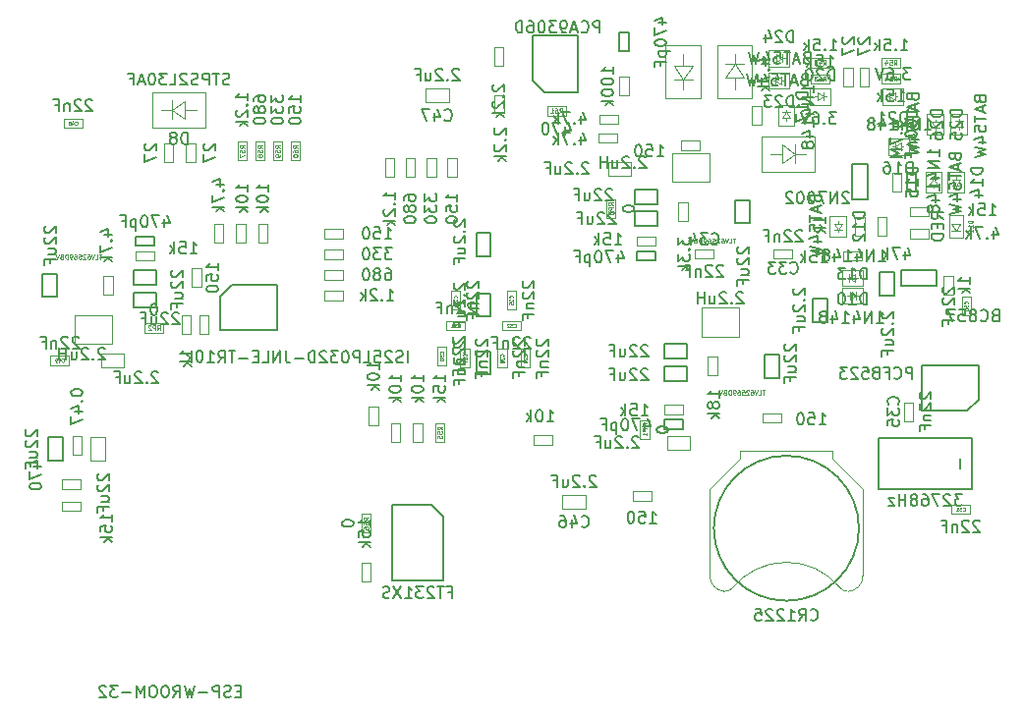
<source format=gbr>
G04 #@! TF.FileFunction,Other,Fab,Bot*
%FSLAX46Y46*%
G04 Gerber Fmt 4.6, Leading zero omitted, Abs format (unit mm)*
G04 Created by KiCad (PCBNEW 4.0.7+dfsg1-1) date Thu Mar 29 14:14:46 2018*
%MOMM*%
%LPD*%
G01*
G04 APERTURE LIST*
%ADD10C,0.100000*%
%ADD11C,0.150000*%
%ADD12C,0.075000*%
G04 APERTURE END LIST*
D10*
X169519000Y-67765000D02*
X170319000Y-67765000D01*
X169519000Y-66165000D02*
X169519000Y-67765000D01*
X170319000Y-66165000D02*
X169519000Y-66165000D01*
X170319000Y-67765000D02*
X170319000Y-66165000D01*
X103098000Y-99558000D02*
X103898000Y-99558000D01*
X103098000Y-97958000D02*
X103098000Y-99558000D01*
X103898000Y-97958000D02*
X103098000Y-97958000D01*
X103898000Y-99558000D02*
X103898000Y-97958000D01*
X154195000Y-64200000D02*
X154195000Y-68800000D01*
X154195000Y-68800000D02*
X157195000Y-68800000D01*
X157195000Y-64200000D02*
X154195000Y-64200000D01*
X157195000Y-64200000D02*
X157195000Y-68800000D01*
X155693980Y-67149440D02*
X155693980Y-68051140D01*
X155693980Y-65998820D02*
X155693980Y-65000600D01*
X156494080Y-67149440D02*
X154893880Y-67149440D01*
X154944680Y-65998820D02*
X156494080Y-65998820D01*
X155693980Y-67149440D02*
X154944680Y-65998820D01*
X155693980Y-67149440D02*
X156494080Y-65998820D01*
X157130000Y-73250000D02*
X157130000Y-72450000D01*
X155530000Y-73250000D02*
X157130000Y-73250000D01*
X155530000Y-72450000D02*
X155530000Y-73250000D01*
X157130000Y-72450000D02*
X155530000Y-72450000D01*
X160470000Y-89340000D02*
X160470000Y-86840000D01*
X157270000Y-89340000D02*
X160470000Y-89340000D01*
X157270000Y-86840000D02*
X157270000Y-89340000D01*
X160470000Y-86840000D02*
X157270000Y-86840000D01*
X103295000Y-87475000D02*
X103295000Y-89975000D01*
X106495000Y-87475000D02*
X103295000Y-87475000D01*
X106495000Y-89975000D02*
X106495000Y-87475000D01*
X103295000Y-89975000D02*
X106495000Y-89975000D01*
X157930000Y-76005000D02*
X157930000Y-73505000D01*
X154730000Y-76005000D02*
X157930000Y-76005000D01*
X154730000Y-73505000D02*
X154730000Y-76005000D01*
X157930000Y-73505000D02*
X154730000Y-73505000D01*
D11*
X101710000Y-83915000D02*
X100460000Y-83915000D01*
X101710000Y-85915000D02*
X101710000Y-83915000D01*
X100460000Y-85915000D02*
X101710000Y-85915000D01*
X100460000Y-83915000D02*
X100460000Y-85915000D01*
X154060000Y-90005000D02*
X154060000Y-91255000D01*
X156060000Y-90005000D02*
X154060000Y-90005000D01*
X156060000Y-91255000D02*
X156060000Y-90005000D01*
X154060000Y-91255000D02*
X156060000Y-91255000D01*
X154060000Y-91910000D02*
X154060000Y-93160000D01*
X156060000Y-91910000D02*
X154060000Y-91910000D01*
X156060000Y-93160000D02*
X156060000Y-91910000D01*
X154060000Y-93160000D02*
X156060000Y-93160000D01*
X162690000Y-92900000D02*
X163940000Y-92900000D01*
X162690000Y-90900000D02*
X162690000Y-92900000D01*
X163940000Y-90900000D02*
X162690000Y-90900000D01*
X163940000Y-92900000D02*
X163940000Y-90900000D01*
X151520000Y-78575000D02*
X151520000Y-79825000D01*
X153520000Y-78575000D02*
X151520000Y-78575000D01*
X153520000Y-79825000D02*
X153520000Y-78575000D01*
X151520000Y-79825000D02*
X153520000Y-79825000D01*
X151520000Y-76670000D02*
X151520000Y-77920000D01*
X153520000Y-76670000D02*
X151520000Y-76670000D01*
X153520000Y-77920000D02*
X153520000Y-76670000D01*
X151520000Y-77920000D02*
X153520000Y-77920000D01*
X160150000Y-79565000D02*
X161400000Y-79565000D01*
X160150000Y-77565000D02*
X160150000Y-79565000D01*
X161400000Y-77565000D02*
X160150000Y-77565000D01*
X161400000Y-79565000D02*
X161400000Y-77565000D01*
X110340000Y-84905000D02*
X110340000Y-83655000D01*
X108340000Y-84905000D02*
X110340000Y-84905000D01*
X108340000Y-83655000D02*
X108340000Y-84905000D01*
X110340000Y-83655000D02*
X108340000Y-83655000D01*
X110340000Y-86810000D02*
X110340000Y-85560000D01*
X108340000Y-86810000D02*
X110340000Y-86810000D01*
X108340000Y-85560000D02*
X108340000Y-86810000D01*
X110340000Y-85560000D02*
X108340000Y-85560000D01*
X172596000Y-85788000D02*
X173846000Y-85788000D01*
X172596000Y-83788000D02*
X172596000Y-85788000D01*
X173846000Y-83788000D02*
X172596000Y-83788000D01*
X173846000Y-85788000D02*
X173846000Y-83788000D01*
X177535000Y-83580000D02*
X174495000Y-83580000D01*
X174495000Y-84980000D02*
X174495000Y-83580000D01*
X177535000Y-84980000D02*
X177535000Y-83580000D01*
X177535000Y-84980000D02*
X174495000Y-84980000D01*
X170235000Y-74505000D02*
X170235000Y-77545000D01*
X171635000Y-77545000D02*
X170235000Y-77545000D01*
X171635000Y-74505000D02*
X170235000Y-74505000D01*
X171635000Y-74505000D02*
X171635000Y-77545000D01*
X154060000Y-96510000D02*
X154060000Y-97310000D01*
X155660000Y-96510000D02*
X154060000Y-96510000D01*
X155660000Y-97310000D02*
X155660000Y-96510000D01*
X154060000Y-97310000D02*
X155660000Y-97310000D01*
X151720000Y-81975000D02*
X151720000Y-82775000D01*
X153320000Y-81975000D02*
X151720000Y-81975000D01*
X153320000Y-82775000D02*
X153320000Y-81975000D01*
X151720000Y-82775000D02*
X153320000Y-82775000D01*
X110140000Y-81505000D02*
X110140000Y-80705000D01*
X108540000Y-81505000D02*
X110140000Y-81505000D01*
X108540000Y-80705000D02*
X108540000Y-81505000D01*
X110140000Y-80705000D02*
X108540000Y-80705000D01*
X175780000Y-75225000D02*
X174980000Y-75225000D01*
X175780000Y-76825000D02*
X175780000Y-75225000D01*
X174980000Y-76825000D02*
X175780000Y-76825000D01*
X174980000Y-75225000D02*
X174980000Y-76825000D01*
D10*
X169500000Y-81975000D02*
X169500000Y-82775000D01*
X171100000Y-81975000D02*
X169500000Y-81975000D01*
X171100000Y-82775000D02*
X171100000Y-81975000D01*
X169500000Y-82775000D02*
X171100000Y-82775000D01*
X172440000Y-80635000D02*
X173240000Y-80635000D01*
X172440000Y-79035000D02*
X172440000Y-80635000D01*
X173240000Y-79035000D02*
X172440000Y-79035000D01*
X173240000Y-80635000D02*
X173240000Y-79035000D01*
X176815000Y-80870000D02*
X176815000Y-80070000D01*
X175215000Y-80870000D02*
X176815000Y-80870000D01*
X175215000Y-80070000D02*
X175215000Y-80870000D01*
X176815000Y-80070000D02*
X175215000Y-80070000D01*
X174510000Y-75225000D02*
X173710000Y-75225000D01*
X174510000Y-76825000D02*
X174510000Y-75225000D01*
X173710000Y-76825000D02*
X174510000Y-76825000D01*
X173710000Y-75225000D02*
X173710000Y-76825000D01*
X178955000Y-84115000D02*
X178155000Y-84115000D01*
X178955000Y-85715000D02*
X178955000Y-84115000D01*
X178155000Y-85715000D02*
X178955000Y-85715000D01*
X178155000Y-84115000D02*
X178155000Y-85715000D01*
X114185000Y-83480000D02*
X113385000Y-83480000D01*
X114185000Y-85080000D02*
X114185000Y-83480000D01*
X113385000Y-85080000D02*
X114185000Y-85080000D01*
X113385000Y-83480000D02*
X113385000Y-85080000D01*
X170535000Y-80635000D02*
X171335000Y-80635000D01*
X170535000Y-79035000D02*
X170535000Y-80635000D01*
X171335000Y-79035000D02*
X170535000Y-79035000D01*
X171335000Y-80635000D02*
X171335000Y-79035000D01*
X128790000Y-108880000D02*
X127990000Y-108880000D01*
X128790000Y-110480000D02*
X128790000Y-108880000D01*
X127990000Y-110480000D02*
X128790000Y-110480000D01*
X127990000Y-108880000D02*
X127990000Y-110480000D01*
X152939000Y-103476000D02*
X152939000Y-102676000D01*
X151339000Y-103476000D02*
X152939000Y-103476000D01*
X151339000Y-102676000D02*
X151339000Y-103476000D01*
X152939000Y-102676000D02*
X151339000Y-102676000D01*
X176815000Y-78965000D02*
X176815000Y-78165000D01*
X175215000Y-78965000D02*
X176815000Y-78965000D01*
X175215000Y-78165000D02*
X175215000Y-78965000D01*
X176815000Y-78165000D02*
X175215000Y-78165000D01*
X154060000Y-95240000D02*
X154060000Y-96040000D01*
X155660000Y-95240000D02*
X154060000Y-95240000D01*
X155660000Y-96040000D02*
X155660000Y-95240000D01*
X154060000Y-96040000D02*
X155660000Y-96040000D01*
X110140000Y-82775000D02*
X110140000Y-81975000D01*
X108540000Y-82775000D02*
X110140000Y-82775000D01*
X108540000Y-81975000D02*
X108540000Y-82775000D01*
X110140000Y-81975000D02*
X108540000Y-81975000D01*
X151720000Y-80705000D02*
X151720000Y-81505000D01*
X153320000Y-80705000D02*
X151720000Y-80705000D01*
X153320000Y-81505000D02*
X153320000Y-80705000D01*
X151720000Y-81505000D02*
X153320000Y-81505000D01*
X158635000Y-91100000D02*
X157835000Y-91100000D01*
X158635000Y-92700000D02*
X158635000Y-91100000D01*
X157835000Y-92700000D02*
X158635000Y-92700000D01*
X157835000Y-91100000D02*
X157835000Y-92700000D01*
X105765000Y-85715000D02*
X106565000Y-85715000D01*
X105765000Y-84115000D02*
X105765000Y-85715000D01*
X106565000Y-84115000D02*
X105765000Y-84115000D01*
X106565000Y-85715000D02*
X106565000Y-84115000D01*
X156095000Y-77765000D02*
X155295000Y-77765000D01*
X156095000Y-79365000D02*
X156095000Y-77765000D01*
X155295000Y-79365000D02*
X156095000Y-79365000D01*
X155295000Y-77765000D02*
X155295000Y-79365000D01*
X126396000Y-86204000D02*
X126396000Y-85404000D01*
X124796000Y-86204000D02*
X126396000Y-86204000D01*
X124796000Y-85404000D02*
X124796000Y-86204000D01*
X126396000Y-85404000D02*
X124796000Y-85404000D01*
X126396000Y-84426000D02*
X126396000Y-83626000D01*
X124796000Y-84426000D02*
X126396000Y-84426000D01*
X124796000Y-83626000D02*
X124796000Y-84426000D01*
X126396000Y-83626000D02*
X124796000Y-83626000D01*
X126396000Y-82648000D02*
X126396000Y-81848000D01*
X124796000Y-82648000D02*
X126396000Y-82648000D01*
X124796000Y-81848000D02*
X124796000Y-82648000D01*
X126396000Y-81848000D02*
X124796000Y-81848000D01*
X126396000Y-80870000D02*
X126396000Y-80070000D01*
X124796000Y-80870000D02*
X126396000Y-80870000D01*
X124796000Y-80070000D02*
X124796000Y-80870000D01*
X126396000Y-80070000D02*
X124796000Y-80070000D01*
X130022000Y-75573000D02*
X130822000Y-75573000D01*
X130022000Y-73973000D02*
X130022000Y-75573000D01*
X130822000Y-73973000D02*
X130022000Y-73973000D01*
X130822000Y-75573000D02*
X130822000Y-73973000D01*
X131800000Y-75573000D02*
X132600000Y-75573000D01*
X131800000Y-73973000D02*
X131800000Y-75573000D01*
X132600000Y-73973000D02*
X131800000Y-73973000D01*
X132600000Y-75573000D02*
X132600000Y-73973000D01*
X133593000Y-75573000D02*
X134393000Y-75573000D01*
X133593000Y-73973000D02*
X133593000Y-75573000D01*
X134393000Y-73973000D02*
X133593000Y-73973000D01*
X134393000Y-75573000D02*
X134393000Y-73973000D01*
X135371000Y-75573000D02*
X136171000Y-75573000D01*
X135371000Y-73973000D02*
X135371000Y-75573000D01*
X136171000Y-73973000D02*
X135371000Y-73973000D01*
X136171000Y-75573000D02*
X136171000Y-73973000D01*
D11*
X150189600Y-64760000D02*
X150989600Y-64760000D01*
X150189600Y-63160000D02*
X150189600Y-64760000D01*
X150989600Y-63160000D02*
X150189600Y-63160000D01*
X150989600Y-64760000D02*
X150989600Y-63160000D01*
D10*
X161645000Y-71110000D02*
X162445000Y-71110000D01*
X161645000Y-69510000D02*
X161645000Y-71110000D01*
X162445000Y-69510000D02*
X161645000Y-69510000D01*
X162445000Y-71110000D02*
X162445000Y-69510000D01*
X139420000Y-66030000D02*
X140220000Y-66030000D01*
X139420000Y-64430000D02*
X139420000Y-66030000D01*
X140220000Y-64430000D02*
X139420000Y-64430000D01*
X140220000Y-66030000D02*
X140220000Y-64430000D01*
X140235000Y-68512000D02*
X139435000Y-68512000D01*
X140235000Y-70112000D02*
X140235000Y-68512000D01*
X139435000Y-70112000D02*
X140235000Y-70112000D01*
X139435000Y-68512000D02*
X139435000Y-70112000D01*
X150215000Y-68570000D02*
X151015000Y-68570000D01*
X150215000Y-66970000D02*
X150215000Y-68570000D01*
X151015000Y-66970000D02*
X150215000Y-66970000D01*
X151015000Y-68570000D02*
X151015000Y-66970000D01*
X149975000Y-72615000D02*
X149975000Y-71815000D01*
X148375000Y-72615000D02*
X149975000Y-72615000D01*
X148375000Y-71815000D02*
X148375000Y-72615000D01*
X149975000Y-71815000D02*
X148375000Y-71815000D01*
X150080000Y-71000000D02*
X150080000Y-70200000D01*
X148480000Y-71000000D02*
X150080000Y-71000000D01*
X148480000Y-70200000D02*
X148480000Y-71000000D01*
X150080000Y-70200000D02*
X148480000Y-70200000D01*
D11*
X134035000Y-103890000D02*
X130635000Y-103890000D01*
X130635000Y-103890000D02*
X130635000Y-110390000D01*
X130635000Y-110390000D02*
X135035000Y-110390000D01*
X135035000Y-110390000D02*
X135035000Y-104890000D01*
X135035000Y-104890000D02*
X134035000Y-103890000D01*
D10*
X119900000Y-79670000D02*
X119100000Y-79670000D01*
X119900000Y-81270000D02*
X119900000Y-79670000D01*
X119100000Y-81270000D02*
X119900000Y-81270000D01*
X119100000Y-79670000D02*
X119100000Y-81270000D01*
X114020000Y-89144000D02*
X114820000Y-89144000D01*
X114020000Y-87544000D02*
X114020000Y-89144000D01*
X114820000Y-87544000D02*
X114020000Y-87544000D01*
X114820000Y-89144000D02*
X114820000Y-87544000D01*
X128625000Y-96975000D02*
X129425000Y-96975000D01*
X128625000Y-95375000D02*
X128625000Y-96975000D01*
X129425000Y-95375000D02*
X128625000Y-95375000D01*
X129425000Y-96975000D02*
X129425000Y-95375000D01*
X117995000Y-79670000D02*
X117195000Y-79670000D01*
X117995000Y-81270000D02*
X117995000Y-79670000D01*
X117195000Y-81270000D02*
X117995000Y-81270000D01*
X117195000Y-79670000D02*
X117195000Y-81270000D01*
X112496000Y-89144000D02*
X113296000Y-89144000D01*
X112496000Y-87544000D02*
X112496000Y-89144000D01*
X113296000Y-87544000D02*
X112496000Y-87544000D01*
X113296000Y-89144000D02*
X113296000Y-87544000D01*
X116090000Y-79670000D02*
X115290000Y-79670000D01*
X116090000Y-81270000D02*
X116090000Y-79670000D01*
X115290000Y-81270000D02*
X116090000Y-81270000D01*
X115290000Y-79670000D02*
X115290000Y-81270000D01*
X144430000Y-98650000D02*
X144430000Y-97850000D01*
X142830000Y-98650000D02*
X144430000Y-98650000D01*
X142830000Y-97850000D02*
X142830000Y-98650000D01*
X144430000Y-97850000D02*
X142830000Y-97850000D01*
X132435000Y-98415000D02*
X133235000Y-98415000D01*
X132435000Y-96815000D02*
X132435000Y-98415000D01*
X133235000Y-96815000D02*
X132435000Y-96815000D01*
X133235000Y-98415000D02*
X133235000Y-96815000D01*
X130530000Y-98415000D02*
X131330000Y-98415000D01*
X130530000Y-96815000D02*
X130530000Y-98415000D01*
X131330000Y-96815000D02*
X130530000Y-96815000D01*
X131330000Y-98415000D02*
X131330000Y-96815000D01*
X102190000Y-103565000D02*
X102190000Y-104365000D01*
X103790000Y-103565000D02*
X102190000Y-103565000D01*
X103790000Y-104365000D02*
X103790000Y-103565000D01*
X102190000Y-104365000D02*
X103790000Y-104365000D01*
X103790000Y-102460000D02*
X103790000Y-101660000D01*
X102190000Y-102460000D02*
X103790000Y-102460000D01*
X102190000Y-101660000D02*
X102190000Y-102460000D01*
X103790000Y-101660000D02*
X102190000Y-101660000D01*
D11*
X166881000Y-88074000D02*
X168131000Y-88074000D01*
X166881000Y-86074000D02*
X166881000Y-88074000D01*
X168131000Y-86074000D02*
X166881000Y-86074000D01*
X168131000Y-88074000D02*
X168131000Y-86074000D01*
D10*
X164115000Y-96745000D02*
X164115000Y-95945000D01*
X162515000Y-96745000D02*
X164115000Y-96745000D01*
X162515000Y-95945000D02*
X162515000Y-96745000D01*
X164115000Y-95945000D02*
X162515000Y-95945000D01*
D11*
X139125000Y-90620000D02*
X137875000Y-90620000D01*
X139125000Y-92620000D02*
X139125000Y-90620000D01*
X137875000Y-92620000D02*
X139125000Y-92620000D01*
X137875000Y-90620000D02*
X137875000Y-92620000D01*
X137875000Y-82420000D02*
X139125000Y-82420000D01*
X137875000Y-80420000D02*
X137875000Y-82420000D01*
X139125000Y-80420000D02*
X137875000Y-80420000D01*
X139125000Y-82420000D02*
X139125000Y-80420000D01*
X139125000Y-85620000D02*
X137875000Y-85620000D01*
X139125000Y-87620000D02*
X139125000Y-85620000D01*
X137875000Y-87620000D02*
X139125000Y-87620000D01*
X137875000Y-85620000D02*
X137875000Y-87620000D01*
X102218000Y-98012000D02*
X100968000Y-98012000D01*
X102218000Y-100012000D02*
X102218000Y-98012000D01*
X100968000Y-100012000D02*
X102218000Y-100012000D01*
X100968000Y-98012000D02*
X100968000Y-100012000D01*
D10*
X112877000Y-74285000D02*
X113677000Y-74285000D01*
X112877000Y-72685000D02*
X112877000Y-74285000D01*
X113677000Y-72685000D02*
X112877000Y-72685000D01*
X113677000Y-74285000D02*
X113677000Y-72685000D01*
X110972000Y-74285000D02*
X111772000Y-74285000D01*
X110972000Y-72685000D02*
X110972000Y-74285000D01*
X111772000Y-72685000D02*
X110972000Y-72685000D01*
X111772000Y-74285000D02*
X111772000Y-72685000D01*
X170916000Y-67765000D02*
X171716000Y-67765000D01*
X170916000Y-66165000D02*
X170916000Y-67765000D01*
X171716000Y-66165000D02*
X170916000Y-66165000D01*
X171716000Y-67765000D02*
X171716000Y-66165000D01*
X104656000Y-100012000D02*
X105896000Y-100012000D01*
X104656000Y-98012000D02*
X104656000Y-100012000D01*
X105896000Y-98012000D02*
X104656000Y-98012000D01*
X105896000Y-100012000D02*
X105896000Y-98012000D01*
X114561000Y-68302000D02*
X109961000Y-68302000D01*
X109961000Y-68302000D02*
X109961000Y-71302000D01*
X114561000Y-71302000D02*
X114561000Y-68302000D01*
X114561000Y-71302000D02*
X109961000Y-71302000D01*
X111611560Y-69800980D02*
X110709860Y-69800980D01*
X112762180Y-69800980D02*
X113760400Y-69800980D01*
X111611560Y-70601080D02*
X111611560Y-69000880D01*
X112762180Y-69051680D02*
X112762180Y-70601080D01*
X111611560Y-69800980D02*
X112762180Y-69051680D01*
X111611560Y-69800980D02*
X112762180Y-70601080D01*
X162412000Y-75112000D02*
X167012000Y-75112000D01*
X167012000Y-75112000D02*
X167012000Y-72112000D01*
X162412000Y-72112000D02*
X162412000Y-75112000D01*
X162412000Y-72112000D02*
X167012000Y-72112000D01*
X165361440Y-73613020D02*
X166263140Y-73613020D01*
X164210820Y-73613020D02*
X163212600Y-73613020D01*
X165361440Y-72812920D02*
X165361440Y-74413120D01*
X164210820Y-74362320D02*
X164210820Y-72812920D01*
X165361440Y-73613020D02*
X164210820Y-74362320D01*
X165361440Y-73613020D02*
X164210820Y-72812920D01*
X161640000Y-68800000D02*
X161640000Y-64200000D01*
X161640000Y-64200000D02*
X158640000Y-64200000D01*
X158640000Y-68800000D02*
X161640000Y-68800000D01*
X158640000Y-68800000D02*
X158640000Y-64200000D01*
X160141020Y-65850560D02*
X160141020Y-64948860D01*
X160141020Y-67001180D02*
X160141020Y-67999400D01*
X159340920Y-65850560D02*
X160941120Y-65850560D01*
X160890320Y-67001180D02*
X159340920Y-67001180D01*
X160141020Y-65850560D02*
X160890320Y-67001180D01*
X160141020Y-65850560D02*
X159340920Y-67001180D01*
X154314000Y-97884000D02*
X154314000Y-99124000D01*
X156314000Y-97884000D02*
X154314000Y-97884000D01*
X156314000Y-99124000D02*
X156314000Y-97884000D01*
X154314000Y-99124000D02*
X156314000Y-99124000D01*
X107546000Y-92012000D02*
X107546000Y-90772000D01*
X105546000Y-92012000D02*
X107546000Y-92012000D01*
X105546000Y-90772000D02*
X105546000Y-92012000D01*
X107546000Y-90772000D02*
X105546000Y-90772000D01*
X151234000Y-75502000D02*
X151234000Y-74262000D01*
X149234000Y-75502000D02*
X151234000Y-75502000D01*
X149234000Y-74262000D02*
X149234000Y-75502000D01*
X151234000Y-74262000D02*
X149234000Y-74262000D01*
X135140000Y-96815000D02*
X134340000Y-96815000D01*
X135140000Y-98415000D02*
X135140000Y-96815000D01*
X134340000Y-98415000D02*
X135140000Y-98415000D01*
X134340000Y-96815000D02*
X134340000Y-98415000D01*
D11*
X170835000Y-105870000D02*
G75*
G03X170835000Y-105870000I-6250000J0D01*
G01*
D10*
X159206987Y-111317558D02*
G75*
G03X159985000Y-110970000I88013J847558D01*
G01*
X169963013Y-111317558D02*
G75*
G02X169185000Y-110970000I-88013J847558D01*
G01*
X159977095Y-110979589D02*
G75*
G02X169185000Y-110970000I4607905J-3790411D01*
G01*
X157985000Y-109920000D02*
G75*
G03X159285000Y-111320000I1350000J-50000D01*
G01*
X171185000Y-109920000D02*
G75*
G02X169885000Y-111320000I-1350000J-50000D01*
G01*
X157985000Y-102470000D02*
X157985000Y-109970000D01*
X171185000Y-102470000D02*
X171185000Y-109970000D01*
X160585000Y-99870000D02*
X157985000Y-102470000D01*
X168585000Y-99870000D02*
X171185000Y-102470000D01*
X160585000Y-99170000D02*
X160585000Y-99870000D01*
X168585000Y-99170000D02*
X168585000Y-99870000D01*
X168585000Y-99170000D02*
X160585000Y-99170000D01*
X167306000Y-68659000D02*
X167056000Y-68659000D01*
X167306000Y-69009000D02*
X167806000Y-68659000D01*
X167306000Y-68309000D02*
X167306000Y-69009000D01*
X167806000Y-68659000D02*
X167306000Y-68309000D01*
X167806000Y-68659000D02*
X168006000Y-68659000D01*
X167806000Y-68309000D02*
X167806000Y-69009000D01*
X168406000Y-69359000D02*
X168406000Y-67959000D01*
X166606000Y-69359000D02*
X168406000Y-69359000D01*
X166606000Y-67959000D02*
X166606000Y-69359000D01*
X168406000Y-67959000D02*
X166606000Y-67959000D01*
X173929000Y-68659000D02*
X174179000Y-68659000D01*
X173929000Y-68309000D02*
X173429000Y-68659000D01*
X173929000Y-69009000D02*
X173929000Y-68309000D01*
X173429000Y-68659000D02*
X173929000Y-69009000D01*
X173429000Y-68659000D02*
X173229000Y-68659000D01*
X173429000Y-69009000D02*
X173429000Y-68309000D01*
X172829000Y-67959000D02*
X172829000Y-69359000D01*
X174629000Y-67959000D02*
X172829000Y-67959000D01*
X174629000Y-69359000D02*
X174629000Y-67959000D01*
X172829000Y-69359000D02*
X174629000Y-69359000D01*
X170500000Y-84280000D02*
X170750000Y-84280000D01*
X170500000Y-83930000D02*
X170000000Y-84280000D01*
X170500000Y-84630000D02*
X170500000Y-83930000D01*
X170000000Y-84280000D02*
X170500000Y-84630000D01*
X170000000Y-84280000D02*
X169800000Y-84280000D01*
X170000000Y-84630000D02*
X170000000Y-83930000D01*
X169400000Y-83580000D02*
X169400000Y-84980000D01*
X171200000Y-83580000D02*
X169400000Y-83580000D01*
X171200000Y-84980000D02*
X171200000Y-83580000D01*
X169400000Y-84980000D02*
X171200000Y-84980000D01*
X169030000Y-79635000D02*
X169030000Y-79385000D01*
X168680000Y-79635000D02*
X169030000Y-80135000D01*
X169380000Y-79635000D02*
X168680000Y-79635000D01*
X169030000Y-80135000D02*
X169380000Y-79635000D01*
X169030000Y-80135000D02*
X169030000Y-80335000D01*
X169380000Y-80135000D02*
X168680000Y-80135000D01*
X168330000Y-80735000D02*
X169730000Y-80735000D01*
X168330000Y-78935000D02*
X168330000Y-80735000D01*
X169730000Y-78935000D02*
X168330000Y-78935000D01*
X169730000Y-80735000D02*
X169730000Y-78935000D01*
X170100000Y-85804000D02*
X169850000Y-85804000D01*
X170100000Y-86154000D02*
X170600000Y-85804000D01*
X170100000Y-85454000D02*
X170100000Y-86154000D01*
X170600000Y-85804000D02*
X170100000Y-85454000D01*
X170600000Y-85804000D02*
X170800000Y-85804000D01*
X170600000Y-85454000D02*
X170600000Y-86154000D01*
X171200000Y-86504000D02*
X171200000Y-85104000D01*
X169400000Y-86504000D02*
X171200000Y-86504000D01*
X169400000Y-85104000D02*
X169400000Y-86504000D01*
X171200000Y-85104000D02*
X169400000Y-85104000D01*
X179190000Y-75825000D02*
X179190000Y-75575000D01*
X178840000Y-75825000D02*
X179190000Y-76325000D01*
X179540000Y-75825000D02*
X178840000Y-75825000D01*
X179190000Y-76325000D02*
X179540000Y-75825000D01*
X179190000Y-76325000D02*
X179190000Y-76525000D01*
X179540000Y-76325000D02*
X178840000Y-76325000D01*
X178490000Y-76925000D02*
X179890000Y-76925000D01*
X178490000Y-75125000D02*
X178490000Y-76925000D01*
X179890000Y-75125000D02*
X178490000Y-75125000D01*
X179890000Y-76925000D02*
X179890000Y-75125000D01*
X177285000Y-76225000D02*
X177285000Y-76475000D01*
X177635000Y-76225000D02*
X177285000Y-75725000D01*
X176935000Y-76225000D02*
X177635000Y-76225000D01*
X177285000Y-75725000D02*
X176935000Y-76225000D01*
X177285000Y-75725000D02*
X177285000Y-75525000D01*
X176935000Y-75725000D02*
X177635000Y-75725000D01*
X177985000Y-75125000D02*
X176585000Y-75125000D01*
X177985000Y-76925000D02*
X177985000Y-75125000D01*
X176585000Y-76925000D02*
X177985000Y-76925000D01*
X176585000Y-75125000D02*
X176585000Y-76925000D01*
X174437000Y-72977000D02*
X174687000Y-72977000D01*
X174437000Y-72627000D02*
X173937000Y-72977000D01*
X174437000Y-73327000D02*
X174437000Y-72627000D01*
X173937000Y-72977000D02*
X174437000Y-73327000D01*
X173937000Y-72977000D02*
X173737000Y-72977000D01*
X173937000Y-73327000D02*
X173937000Y-72627000D01*
X173337000Y-72277000D02*
X173337000Y-73677000D01*
X175137000Y-72277000D02*
X173337000Y-72277000D01*
X175137000Y-73677000D02*
X175137000Y-72277000D01*
X173337000Y-73677000D02*
X175137000Y-73677000D01*
X164585000Y-70510000D02*
X164585000Y-70760000D01*
X164935000Y-70510000D02*
X164585000Y-70010000D01*
X164235000Y-70510000D02*
X164935000Y-70510000D01*
X164585000Y-70010000D02*
X164235000Y-70510000D01*
X164585000Y-70010000D02*
X164585000Y-69810000D01*
X164235000Y-70010000D02*
X164935000Y-70010000D01*
X165285000Y-69410000D02*
X163885000Y-69410000D01*
X165285000Y-71210000D02*
X165285000Y-69410000D01*
X163885000Y-71210000D02*
X165285000Y-71210000D01*
X163885000Y-69410000D02*
X163885000Y-71210000D01*
X127990000Y-106246000D02*
X128790000Y-106246000D01*
X127990000Y-104646000D02*
X127990000Y-106246000D01*
X128790000Y-104646000D02*
X127990000Y-104646000D01*
X128790000Y-106246000D02*
X128790000Y-104646000D01*
X117322000Y-74158000D02*
X118122000Y-74158000D01*
X117322000Y-72558000D02*
X117322000Y-74158000D01*
X118122000Y-72558000D02*
X117322000Y-72558000D01*
X118122000Y-74158000D02*
X118122000Y-72558000D01*
X118846000Y-74158000D02*
X119646000Y-74158000D01*
X118846000Y-72558000D02*
X118846000Y-74158000D01*
X119646000Y-72558000D02*
X118846000Y-72558000D01*
X119646000Y-74158000D02*
X119646000Y-72558000D01*
X120370000Y-74158000D02*
X121170000Y-74158000D01*
X120370000Y-72558000D02*
X120370000Y-74158000D01*
X121170000Y-72558000D02*
X120370000Y-72558000D01*
X121170000Y-74158000D02*
X121170000Y-72558000D01*
X121894000Y-74158000D02*
X122694000Y-74158000D01*
X121894000Y-72558000D02*
X121894000Y-74158000D01*
X122694000Y-72558000D02*
X121894000Y-72558000D01*
X122694000Y-74158000D02*
X122694000Y-72558000D01*
X145580000Y-70300000D02*
X145580000Y-69500000D01*
X143980000Y-70300000D02*
X145580000Y-70300000D01*
X143980000Y-69500000D02*
X143980000Y-70300000D01*
X145580000Y-69500000D02*
X143980000Y-69500000D01*
D11*
X181147000Y-94755000D02*
X181147000Y-91855000D01*
X181147000Y-91855000D02*
X176247000Y-91855000D01*
X176247000Y-91855000D02*
X176247000Y-95755000D01*
X176247000Y-95755000D02*
X180147000Y-95755000D01*
X180147000Y-95755000D02*
X181147000Y-94755000D01*
X143730000Y-68251500D02*
X146630000Y-68251500D01*
X146630000Y-68251500D02*
X146630000Y-63351500D01*
X146630000Y-63351500D02*
X142730000Y-63351500D01*
X142730000Y-63351500D02*
X142730000Y-67251500D01*
X142730000Y-67251500D02*
X143730000Y-68251500D01*
X115780000Y-85870000D02*
X115780000Y-88770000D01*
X115780000Y-88770000D02*
X120680000Y-88770000D01*
X120680000Y-88770000D02*
X120680000Y-84870000D01*
X120680000Y-84870000D02*
X116780000Y-84870000D01*
X116780000Y-84870000D02*
X115780000Y-85870000D01*
X180544000Y-98082000D02*
X180544000Y-102482000D01*
X172544000Y-98082000D02*
X180544000Y-98082000D01*
X172544000Y-102482000D02*
X172544000Y-98082000D01*
X180544000Y-102482000D02*
X172544000Y-102482000D01*
X179544000Y-99882000D02*
X179544000Y-100682000D01*
D10*
X179590000Y-80235000D02*
X178790000Y-80235000D01*
X179190000Y-80235000D02*
X179590000Y-79635000D01*
X178790000Y-79635000D02*
X179190000Y-80235000D01*
X179590000Y-79635000D02*
X178790000Y-79635000D01*
X178590000Y-78835000D02*
X178590000Y-80835000D01*
X179790000Y-78835000D02*
X178590000Y-78835000D01*
X179790000Y-80835000D02*
X179790000Y-78835000D01*
X178590000Y-80835000D02*
X179790000Y-80835000D01*
X140500000Y-85420000D02*
X140500000Y-87020000D01*
X140500000Y-87020000D02*
X141300000Y-87020000D01*
X141300000Y-87020000D02*
X141300000Y-85420000D01*
X141300000Y-85420000D02*
X140500000Y-85420000D01*
X135700000Y-85420000D02*
X135700000Y-87020000D01*
X135700000Y-87020000D02*
X136500000Y-87020000D01*
X136500000Y-87020000D02*
X136500000Y-85420000D01*
X136500000Y-85420000D02*
X135700000Y-85420000D01*
X136500000Y-90420000D02*
X136500000Y-92020000D01*
X136500000Y-92020000D02*
X137300000Y-92020000D01*
X137300000Y-92020000D02*
X137300000Y-90420000D01*
X137300000Y-90420000D02*
X136500000Y-90420000D01*
X139700000Y-90420000D02*
X139700000Y-92020000D01*
X139700000Y-92020000D02*
X140500000Y-92020000D01*
X140500000Y-92020000D02*
X140500000Y-90420000D01*
X140500000Y-90420000D02*
X139700000Y-90420000D01*
X141700000Y-90420000D02*
X141700000Y-92020000D01*
X141700000Y-92020000D02*
X142500000Y-92020000D01*
X142500000Y-92020000D02*
X142500000Y-90420000D01*
X142500000Y-90420000D02*
X141700000Y-90420000D01*
X134500000Y-90220000D02*
X134500000Y-91820000D01*
X134500000Y-91820000D02*
X135300000Y-91820000D01*
X135300000Y-91820000D02*
X135300000Y-90220000D01*
X135300000Y-90220000D02*
X134500000Y-90220000D01*
X135300000Y-88820000D02*
X136900000Y-88820000D01*
X136900000Y-88820000D02*
X136900000Y-88020000D01*
X136900000Y-88020000D02*
X135300000Y-88020000D01*
X135300000Y-88020000D02*
X135300000Y-88820000D01*
X141700000Y-88020000D02*
X140100000Y-88020000D01*
X140100000Y-88020000D02*
X140100000Y-88820000D01*
X140100000Y-88820000D02*
X141700000Y-88820000D01*
X141700000Y-88820000D02*
X141700000Y-88020000D01*
X163500000Y-81820000D02*
X163500000Y-82620000D01*
X165100000Y-81820000D02*
X163500000Y-81820000D01*
X165100000Y-82620000D02*
X165100000Y-81820000D01*
X163500000Y-82620000D02*
X165100000Y-82620000D01*
X158300000Y-82620000D02*
X158300000Y-81820000D01*
X156700000Y-82620000D02*
X158300000Y-82620000D01*
X156700000Y-81820000D02*
X156700000Y-82620000D01*
X158300000Y-81820000D02*
X156700000Y-81820000D01*
X175500000Y-95020000D02*
X174700000Y-95020000D01*
X175500000Y-96620000D02*
X175500000Y-95020000D01*
X174700000Y-96620000D02*
X175500000Y-96620000D01*
X174700000Y-95020000D02*
X174700000Y-96620000D01*
X166706000Y-66735000D02*
X166706000Y-67535000D01*
X168306000Y-66735000D02*
X166706000Y-66735000D01*
X168306000Y-67535000D02*
X168306000Y-66735000D01*
X166706000Y-67535000D02*
X168306000Y-67535000D01*
X174400000Y-67520000D02*
X174400000Y-66720000D01*
X172800000Y-67520000D02*
X174400000Y-67520000D01*
X172800000Y-66720000D02*
X172800000Y-67520000D01*
X174400000Y-66720000D02*
X172800000Y-66720000D01*
X164150000Y-67262000D02*
X164400000Y-67262000D01*
X164150000Y-66912000D02*
X163650000Y-67262000D01*
X164150000Y-67612000D02*
X164150000Y-66912000D01*
X163650000Y-67262000D02*
X164150000Y-67612000D01*
X163650000Y-67262000D02*
X163450000Y-67262000D01*
X163650000Y-67612000D02*
X163650000Y-66912000D01*
X163050000Y-66562000D02*
X163050000Y-67962000D01*
X164850000Y-66562000D02*
X163050000Y-66562000D01*
X164850000Y-67962000D02*
X164850000Y-66562000D01*
X163050000Y-67962000D02*
X164850000Y-67962000D01*
X163750000Y-65357000D02*
X163500000Y-65357000D01*
X163750000Y-65707000D02*
X164250000Y-65357000D01*
X163750000Y-65007000D02*
X163750000Y-65707000D01*
X164250000Y-65357000D02*
X163750000Y-65007000D01*
X164250000Y-65357000D02*
X164450000Y-65357000D01*
X164250000Y-65007000D02*
X164250000Y-65707000D01*
X164850000Y-66057000D02*
X164850000Y-64657000D01*
X163050000Y-66057000D02*
X164850000Y-66057000D01*
X163050000Y-64657000D02*
X163050000Y-66057000D01*
X164850000Y-64657000D02*
X163050000Y-64657000D01*
X177412000Y-70872000D02*
X177412000Y-70622000D01*
X177062000Y-70872000D02*
X177412000Y-71372000D01*
X177762000Y-70872000D02*
X177062000Y-70872000D01*
X177412000Y-71372000D02*
X177762000Y-70872000D01*
X177412000Y-71372000D02*
X177412000Y-71572000D01*
X177762000Y-71372000D02*
X177062000Y-71372000D01*
X176712000Y-71972000D02*
X178112000Y-71972000D01*
X176712000Y-70172000D02*
X176712000Y-71972000D01*
X178112000Y-70172000D02*
X176712000Y-70172000D01*
X178112000Y-71972000D02*
X178112000Y-70172000D01*
X179444000Y-71272000D02*
X179444000Y-71522000D01*
X179794000Y-71272000D02*
X179444000Y-70772000D01*
X179094000Y-71272000D02*
X179794000Y-71272000D01*
X179444000Y-70772000D02*
X179094000Y-71272000D01*
X179444000Y-70772000D02*
X179444000Y-70572000D01*
X179094000Y-70772000D02*
X179794000Y-70772000D01*
X180144000Y-70172000D02*
X178744000Y-70172000D01*
X180144000Y-71972000D02*
X180144000Y-70172000D01*
X178744000Y-71972000D02*
X180144000Y-71972000D01*
X178744000Y-70172000D02*
X178744000Y-71972000D01*
X166706000Y-65338000D02*
X166706000Y-66138000D01*
X168306000Y-65338000D02*
X166706000Y-65338000D01*
X168306000Y-66138000D02*
X168306000Y-65338000D01*
X166706000Y-66138000D02*
X168306000Y-66138000D01*
X172802000Y-65338000D02*
X172802000Y-66138000D01*
X174402000Y-65338000D02*
X172802000Y-65338000D01*
X174402000Y-66138000D02*
X174402000Y-65338000D01*
X172802000Y-66138000D02*
X174402000Y-66138000D01*
X152793000Y-96561000D02*
X151993000Y-96561000D01*
X152793000Y-98161000D02*
X152793000Y-96561000D01*
X151993000Y-98161000D02*
X152793000Y-98161000D01*
X151993000Y-96561000D02*
X151993000Y-98161000D01*
X109302000Y-88198000D02*
X109302000Y-88998000D01*
X110902000Y-88198000D02*
X109302000Y-88198000D01*
X110902000Y-88998000D02*
X110902000Y-88198000D01*
X109302000Y-88998000D02*
X110902000Y-88998000D01*
X149872000Y-77511000D02*
X149072000Y-77511000D01*
X149872000Y-79111000D02*
X149872000Y-77511000D01*
X149072000Y-79111000D02*
X149872000Y-79111000D01*
X149072000Y-77511000D02*
X149072000Y-79111000D01*
X145297000Y-102964000D02*
X145297000Y-104204000D01*
X147297000Y-102964000D02*
X145297000Y-102964000D01*
X147297000Y-104204000D02*
X147297000Y-102964000D01*
X145297000Y-104204000D02*
X147297000Y-104204000D01*
X133501000Y-67930000D02*
X133501000Y-69170000D01*
X135501000Y-67930000D02*
X133501000Y-67930000D01*
X135501000Y-69170000D02*
X135501000Y-67930000D01*
X133501000Y-69170000D02*
X135501000Y-69170000D01*
X102320000Y-71363000D02*
X103920000Y-71363000D01*
X103920000Y-71363000D02*
X103920000Y-70563000D01*
X103920000Y-70563000D02*
X102320000Y-70563000D01*
X102320000Y-70563000D02*
X102320000Y-71363000D01*
X101189000Y-91810000D02*
X102789000Y-91810000D01*
X102789000Y-91810000D02*
X102789000Y-91010000D01*
X102789000Y-91010000D02*
X101189000Y-91010000D01*
X101189000Y-91010000D02*
X101189000Y-91810000D01*
X180494000Y-87511000D02*
X180494000Y-85911000D01*
X180494000Y-85911000D02*
X179694000Y-85911000D01*
X179694000Y-85911000D02*
X179694000Y-87511000D01*
X179694000Y-87511000D02*
X180494000Y-87511000D01*
X180398000Y-103837000D02*
X178798000Y-103837000D01*
X178798000Y-103837000D02*
X178798000Y-104637000D01*
X178798000Y-104637000D02*
X180398000Y-104637000D01*
X180398000Y-104637000D02*
X180398000Y-103837000D01*
D11*
X169466619Y-63536095D02*
X169419000Y-63583714D01*
X169371381Y-63678952D01*
X169371381Y-63917048D01*
X169419000Y-64012286D01*
X169466619Y-64059905D01*
X169561857Y-64107524D01*
X169657095Y-64107524D01*
X169799952Y-64059905D01*
X170371381Y-63488476D01*
X170371381Y-64107524D01*
X169371381Y-64440857D02*
X169371381Y-65107524D01*
X170371381Y-64678952D01*
X102950381Y-94133905D02*
X102950381Y-94229144D01*
X102998000Y-94324382D01*
X103045619Y-94372001D01*
X103140857Y-94419620D01*
X103331333Y-94467239D01*
X103569429Y-94467239D01*
X103759905Y-94419620D01*
X103855143Y-94372001D01*
X103902762Y-94324382D01*
X103950381Y-94229144D01*
X103950381Y-94133905D01*
X103902762Y-94038667D01*
X103855143Y-93991048D01*
X103759905Y-93943429D01*
X103569429Y-93895810D01*
X103331333Y-93895810D01*
X103140857Y-93943429D01*
X103045619Y-93991048D01*
X102998000Y-94038667D01*
X102950381Y-94133905D01*
X103855143Y-94895810D02*
X103902762Y-94943429D01*
X103950381Y-94895810D01*
X103902762Y-94848191D01*
X103855143Y-94895810D01*
X103950381Y-94895810D01*
X103283714Y-95800572D02*
X103950381Y-95800572D01*
X102902762Y-95562476D02*
X103617048Y-95324381D01*
X103617048Y-95943429D01*
X102950381Y-96229143D02*
X102950381Y-96895810D01*
X103950381Y-96467238D01*
X153440666Y-73810381D02*
X154012095Y-73810381D01*
X153726381Y-73810381D02*
X153726381Y-72810381D01*
X153821619Y-72953238D01*
X153916857Y-73048476D01*
X154012095Y-73096095D01*
X152535904Y-72810381D02*
X153012095Y-72810381D01*
X153059714Y-73286571D01*
X153012095Y-73238952D01*
X152916857Y-73191333D01*
X152678761Y-73191333D01*
X152583523Y-73238952D01*
X152535904Y-73286571D01*
X152488285Y-73381810D01*
X152488285Y-73619905D01*
X152535904Y-73715143D01*
X152583523Y-73762762D01*
X152678761Y-73810381D01*
X152916857Y-73810381D01*
X153012095Y-73762762D01*
X153059714Y-73715143D01*
X151869238Y-72810381D02*
X151773999Y-72810381D01*
X151678761Y-72858000D01*
X151631142Y-72905619D01*
X151583523Y-73000857D01*
X151535904Y-73191333D01*
X151535904Y-73429429D01*
X151583523Y-73619905D01*
X151631142Y-73715143D01*
X151678761Y-73762762D01*
X151773999Y-73810381D01*
X151869238Y-73810381D01*
X151964476Y-73762762D01*
X152012095Y-73715143D01*
X152059714Y-73619905D01*
X152107333Y-73429429D01*
X152107333Y-73191333D01*
X152059714Y-73000857D01*
X152012095Y-72905619D01*
X151964476Y-72858000D01*
X151869238Y-72810381D01*
X160846190Y-85605619D02*
X160798571Y-85558000D01*
X160703333Y-85510381D01*
X160465237Y-85510381D01*
X160369999Y-85558000D01*
X160322380Y-85605619D01*
X160274761Y-85700857D01*
X160274761Y-85796095D01*
X160322380Y-85938952D01*
X160893809Y-86510381D01*
X160274761Y-86510381D01*
X159846190Y-86415143D02*
X159798571Y-86462762D01*
X159846190Y-86510381D01*
X159893809Y-86462762D01*
X159846190Y-86415143D01*
X159846190Y-86510381D01*
X159417619Y-85605619D02*
X159370000Y-85558000D01*
X159274762Y-85510381D01*
X159036666Y-85510381D01*
X158941428Y-85558000D01*
X158893809Y-85605619D01*
X158846190Y-85700857D01*
X158846190Y-85796095D01*
X158893809Y-85938952D01*
X159465238Y-86510381D01*
X158846190Y-86510381D01*
X157989047Y-85843714D02*
X157989047Y-86510381D01*
X158417619Y-85843714D02*
X158417619Y-86367524D01*
X158370000Y-86462762D01*
X158274762Y-86510381D01*
X158131904Y-86510381D01*
X158036666Y-86462762D01*
X157989047Y-86415143D01*
X157512857Y-86510381D02*
X157512857Y-85510381D01*
X157512857Y-85986571D02*
X156941428Y-85986571D01*
X156941428Y-86510381D02*
X156941428Y-85510381D01*
D10*
X162746428Y-93966952D02*
X162517856Y-93966952D01*
X162632142Y-94366952D02*
X162632142Y-93966952D01*
X162194047Y-94366952D02*
X162384523Y-94366952D01*
X162384523Y-93966952D01*
X162117856Y-93966952D02*
X161984522Y-94366952D01*
X161851189Y-93966952D01*
X161546427Y-93966952D02*
X161622618Y-93966952D01*
X161660713Y-93986000D01*
X161679761Y-94005048D01*
X161717856Y-94062190D01*
X161736904Y-94138381D01*
X161736904Y-94290762D01*
X161717856Y-94328857D01*
X161698808Y-94347905D01*
X161660713Y-94366952D01*
X161584523Y-94366952D01*
X161546427Y-94347905D01*
X161527380Y-94328857D01*
X161508332Y-94290762D01*
X161508332Y-94195524D01*
X161527380Y-94157429D01*
X161546427Y-94138381D01*
X161584523Y-94119333D01*
X161660713Y-94119333D01*
X161698808Y-94138381D01*
X161717856Y-94157429D01*
X161736904Y-94195524D01*
X161355952Y-94005048D02*
X161336904Y-93986000D01*
X161298809Y-93966952D01*
X161203571Y-93966952D01*
X161165475Y-93986000D01*
X161146428Y-94005048D01*
X161127380Y-94043143D01*
X161127380Y-94081238D01*
X161146428Y-94138381D01*
X161374999Y-94366952D01*
X161127380Y-94366952D01*
X160765476Y-93966952D02*
X160955952Y-93966952D01*
X160975000Y-94157429D01*
X160955952Y-94138381D01*
X160917857Y-94119333D01*
X160822619Y-94119333D01*
X160784523Y-94138381D01*
X160765476Y-94157429D01*
X160746428Y-94195524D01*
X160746428Y-94290762D01*
X160765476Y-94328857D01*
X160784523Y-94347905D01*
X160822619Y-94366952D01*
X160917857Y-94366952D01*
X160955952Y-94347905D01*
X160975000Y-94328857D01*
X160403571Y-93966952D02*
X160479762Y-93966952D01*
X160517857Y-93986000D01*
X160536905Y-94005048D01*
X160575000Y-94062190D01*
X160594048Y-94138381D01*
X160594048Y-94290762D01*
X160575000Y-94328857D01*
X160555952Y-94347905D01*
X160517857Y-94366952D01*
X160441667Y-94366952D01*
X160403571Y-94347905D01*
X160384524Y-94328857D01*
X160365476Y-94290762D01*
X160365476Y-94195524D01*
X160384524Y-94157429D01*
X160403571Y-94138381D01*
X160441667Y-94119333D01*
X160517857Y-94119333D01*
X160555952Y-94138381D01*
X160575000Y-94157429D01*
X160594048Y-94195524D01*
X160175000Y-94366952D02*
X160098810Y-94366952D01*
X160060715Y-94347905D01*
X160041667Y-94328857D01*
X160003572Y-94271714D01*
X159984524Y-94195524D01*
X159984524Y-94043143D01*
X160003572Y-94005048D01*
X160022619Y-93986000D01*
X160060715Y-93966952D01*
X160136905Y-93966952D01*
X160175000Y-93986000D01*
X160194048Y-94005048D01*
X160213096Y-94043143D01*
X160213096Y-94138381D01*
X160194048Y-94176476D01*
X160175000Y-94195524D01*
X160136905Y-94214571D01*
X160060715Y-94214571D01*
X160022619Y-94195524D01*
X160003572Y-94176476D01*
X159984524Y-94138381D01*
X159813096Y-94366952D02*
X159813096Y-93966952D01*
X159717858Y-93966952D01*
X159660715Y-93986000D01*
X159622620Y-94024095D01*
X159603572Y-94062190D01*
X159584524Y-94138381D01*
X159584524Y-94195524D01*
X159603572Y-94271714D01*
X159622620Y-94309810D01*
X159660715Y-94347905D01*
X159717858Y-94366952D01*
X159813096Y-94366952D01*
X159279763Y-94157429D02*
X159222620Y-94176476D01*
X159203572Y-94195524D01*
X159184524Y-94233619D01*
X159184524Y-94290762D01*
X159203572Y-94328857D01*
X159222620Y-94347905D01*
X159260715Y-94366952D01*
X159413096Y-94366952D01*
X159413096Y-93966952D01*
X159279763Y-93966952D01*
X159241667Y-93986000D01*
X159222620Y-94005048D01*
X159203572Y-94043143D01*
X159203572Y-94081238D01*
X159222620Y-94119333D01*
X159241667Y-94138381D01*
X159279763Y-94157429D01*
X159413096Y-94157429D01*
X159070239Y-93966952D02*
X158936905Y-94366952D01*
X158803572Y-93966952D01*
D11*
X105855190Y-90431619D02*
X105807571Y-90384000D01*
X105712333Y-90336381D01*
X105474237Y-90336381D01*
X105378999Y-90384000D01*
X105331380Y-90431619D01*
X105283761Y-90526857D01*
X105283761Y-90622095D01*
X105331380Y-90764952D01*
X105902809Y-91336381D01*
X105283761Y-91336381D01*
X104855190Y-91241143D02*
X104807571Y-91288762D01*
X104855190Y-91336381D01*
X104902809Y-91288762D01*
X104855190Y-91241143D01*
X104855190Y-91336381D01*
X104426619Y-90431619D02*
X104379000Y-90384000D01*
X104283762Y-90336381D01*
X104045666Y-90336381D01*
X103950428Y-90384000D01*
X103902809Y-90431619D01*
X103855190Y-90526857D01*
X103855190Y-90622095D01*
X103902809Y-90764952D01*
X104474238Y-91336381D01*
X103855190Y-91336381D01*
X102998047Y-90669714D02*
X102998047Y-91336381D01*
X103426619Y-90669714D02*
X103426619Y-91193524D01*
X103379000Y-91288762D01*
X103283762Y-91336381D01*
X103140904Y-91336381D01*
X103045666Y-91288762D01*
X102998047Y-91241143D01*
X102521857Y-91336381D02*
X102521857Y-90336381D01*
X102521857Y-90812571D02*
X101950428Y-90812571D01*
X101950428Y-91336381D02*
X101950428Y-90336381D01*
D10*
X105596428Y-82252952D02*
X105367856Y-82252952D01*
X105482142Y-82652952D02*
X105482142Y-82252952D01*
X105044047Y-82652952D02*
X105234523Y-82652952D01*
X105234523Y-82252952D01*
X104967856Y-82252952D02*
X104834522Y-82652952D01*
X104701189Y-82252952D01*
X104396427Y-82252952D02*
X104472618Y-82252952D01*
X104510713Y-82272000D01*
X104529761Y-82291048D01*
X104567856Y-82348190D01*
X104586904Y-82424381D01*
X104586904Y-82576762D01*
X104567856Y-82614857D01*
X104548808Y-82633905D01*
X104510713Y-82652952D01*
X104434523Y-82652952D01*
X104396427Y-82633905D01*
X104377380Y-82614857D01*
X104358332Y-82576762D01*
X104358332Y-82481524D01*
X104377380Y-82443429D01*
X104396427Y-82424381D01*
X104434523Y-82405333D01*
X104510713Y-82405333D01*
X104548808Y-82424381D01*
X104567856Y-82443429D01*
X104586904Y-82481524D01*
X104205952Y-82291048D02*
X104186904Y-82272000D01*
X104148809Y-82252952D01*
X104053571Y-82252952D01*
X104015475Y-82272000D01*
X103996428Y-82291048D01*
X103977380Y-82329143D01*
X103977380Y-82367238D01*
X103996428Y-82424381D01*
X104224999Y-82652952D01*
X103977380Y-82652952D01*
X103615476Y-82252952D02*
X103805952Y-82252952D01*
X103825000Y-82443429D01*
X103805952Y-82424381D01*
X103767857Y-82405333D01*
X103672619Y-82405333D01*
X103634523Y-82424381D01*
X103615476Y-82443429D01*
X103596428Y-82481524D01*
X103596428Y-82576762D01*
X103615476Y-82614857D01*
X103634523Y-82633905D01*
X103672619Y-82652952D01*
X103767857Y-82652952D01*
X103805952Y-82633905D01*
X103825000Y-82614857D01*
X103253571Y-82252952D02*
X103329762Y-82252952D01*
X103367857Y-82272000D01*
X103386905Y-82291048D01*
X103425000Y-82348190D01*
X103444048Y-82424381D01*
X103444048Y-82576762D01*
X103425000Y-82614857D01*
X103405952Y-82633905D01*
X103367857Y-82652952D01*
X103291667Y-82652952D01*
X103253571Y-82633905D01*
X103234524Y-82614857D01*
X103215476Y-82576762D01*
X103215476Y-82481524D01*
X103234524Y-82443429D01*
X103253571Y-82424381D01*
X103291667Y-82405333D01*
X103367857Y-82405333D01*
X103405952Y-82424381D01*
X103425000Y-82443429D01*
X103444048Y-82481524D01*
X103025000Y-82652952D02*
X102948810Y-82652952D01*
X102910715Y-82633905D01*
X102891667Y-82614857D01*
X102853572Y-82557714D01*
X102834524Y-82481524D01*
X102834524Y-82329143D01*
X102853572Y-82291048D01*
X102872619Y-82272000D01*
X102910715Y-82252952D01*
X102986905Y-82252952D01*
X103025000Y-82272000D01*
X103044048Y-82291048D01*
X103063096Y-82329143D01*
X103063096Y-82424381D01*
X103044048Y-82462476D01*
X103025000Y-82481524D01*
X102986905Y-82500571D01*
X102910715Y-82500571D01*
X102872619Y-82481524D01*
X102853572Y-82462476D01*
X102834524Y-82424381D01*
X102663096Y-82652952D02*
X102663096Y-82252952D01*
X102567858Y-82252952D01*
X102510715Y-82272000D01*
X102472620Y-82310095D01*
X102453572Y-82348190D01*
X102434524Y-82424381D01*
X102434524Y-82481524D01*
X102453572Y-82557714D01*
X102472620Y-82595810D01*
X102510715Y-82633905D01*
X102567858Y-82652952D01*
X102663096Y-82652952D01*
X102129763Y-82443429D02*
X102072620Y-82462476D01*
X102053572Y-82481524D01*
X102034524Y-82519619D01*
X102034524Y-82576762D01*
X102053572Y-82614857D01*
X102072620Y-82633905D01*
X102110715Y-82652952D01*
X102263096Y-82652952D01*
X102263096Y-82252952D01*
X102129763Y-82252952D01*
X102091667Y-82272000D01*
X102072620Y-82291048D01*
X102053572Y-82329143D01*
X102053572Y-82367238D01*
X102072620Y-82405333D01*
X102091667Y-82424381D01*
X102129763Y-82443429D01*
X102263096Y-82443429D01*
X101920239Y-82252952D02*
X101786905Y-82652952D01*
X101653572Y-82252952D01*
D11*
X152464190Y-73921619D02*
X152416571Y-73874000D01*
X152321333Y-73826381D01*
X152083237Y-73826381D01*
X151987999Y-73874000D01*
X151940380Y-73921619D01*
X151892761Y-74016857D01*
X151892761Y-74112095D01*
X151940380Y-74254952D01*
X152511809Y-74826381D01*
X151892761Y-74826381D01*
X151464190Y-74731143D02*
X151416571Y-74778762D01*
X151464190Y-74826381D01*
X151511809Y-74778762D01*
X151464190Y-74731143D01*
X151464190Y-74826381D01*
X151035619Y-73921619D02*
X150988000Y-73874000D01*
X150892762Y-73826381D01*
X150654666Y-73826381D01*
X150559428Y-73874000D01*
X150511809Y-73921619D01*
X150464190Y-74016857D01*
X150464190Y-74112095D01*
X150511809Y-74254952D01*
X151083238Y-74826381D01*
X150464190Y-74826381D01*
X149607047Y-74159714D02*
X149607047Y-74826381D01*
X150035619Y-74159714D02*
X150035619Y-74683524D01*
X149988000Y-74778762D01*
X149892762Y-74826381D01*
X149749904Y-74826381D01*
X149654666Y-74778762D01*
X149607047Y-74731143D01*
X149130857Y-74826381D02*
X149130857Y-73826381D01*
X149130857Y-74302571D02*
X148559428Y-74302571D01*
X148559428Y-74826381D02*
X148559428Y-73826381D01*
D10*
X160206428Y-80885952D02*
X159977856Y-80885952D01*
X160092142Y-81285952D02*
X160092142Y-80885952D01*
X159654047Y-81285952D02*
X159844523Y-81285952D01*
X159844523Y-80885952D01*
X159577856Y-80885952D02*
X159444522Y-81285952D01*
X159311189Y-80885952D01*
X159006427Y-80885952D02*
X159082618Y-80885952D01*
X159120713Y-80905000D01*
X159139761Y-80924048D01*
X159177856Y-80981190D01*
X159196904Y-81057381D01*
X159196904Y-81209762D01*
X159177856Y-81247857D01*
X159158808Y-81266905D01*
X159120713Y-81285952D01*
X159044523Y-81285952D01*
X159006427Y-81266905D01*
X158987380Y-81247857D01*
X158968332Y-81209762D01*
X158968332Y-81114524D01*
X158987380Y-81076429D01*
X159006427Y-81057381D01*
X159044523Y-81038333D01*
X159120713Y-81038333D01*
X159158808Y-81057381D01*
X159177856Y-81076429D01*
X159196904Y-81114524D01*
X158815952Y-80924048D02*
X158796904Y-80905000D01*
X158758809Y-80885952D01*
X158663571Y-80885952D01*
X158625475Y-80905000D01*
X158606428Y-80924048D01*
X158587380Y-80962143D01*
X158587380Y-81000238D01*
X158606428Y-81057381D01*
X158834999Y-81285952D01*
X158587380Y-81285952D01*
X158225476Y-80885952D02*
X158415952Y-80885952D01*
X158435000Y-81076429D01*
X158415952Y-81057381D01*
X158377857Y-81038333D01*
X158282619Y-81038333D01*
X158244523Y-81057381D01*
X158225476Y-81076429D01*
X158206428Y-81114524D01*
X158206428Y-81209762D01*
X158225476Y-81247857D01*
X158244523Y-81266905D01*
X158282619Y-81285952D01*
X158377857Y-81285952D01*
X158415952Y-81266905D01*
X158435000Y-81247857D01*
X157863571Y-80885952D02*
X157939762Y-80885952D01*
X157977857Y-80905000D01*
X157996905Y-80924048D01*
X158035000Y-80981190D01*
X158054048Y-81057381D01*
X158054048Y-81209762D01*
X158035000Y-81247857D01*
X158015952Y-81266905D01*
X157977857Y-81285952D01*
X157901667Y-81285952D01*
X157863571Y-81266905D01*
X157844524Y-81247857D01*
X157825476Y-81209762D01*
X157825476Y-81114524D01*
X157844524Y-81076429D01*
X157863571Y-81057381D01*
X157901667Y-81038333D01*
X157977857Y-81038333D01*
X158015952Y-81057381D01*
X158035000Y-81076429D01*
X158054048Y-81114524D01*
X157635000Y-81285952D02*
X157558810Y-81285952D01*
X157520715Y-81266905D01*
X157501667Y-81247857D01*
X157463572Y-81190714D01*
X157444524Y-81114524D01*
X157444524Y-80962143D01*
X157463572Y-80924048D01*
X157482619Y-80905000D01*
X157520715Y-80885952D01*
X157596905Y-80885952D01*
X157635000Y-80905000D01*
X157654048Y-80924048D01*
X157673096Y-80962143D01*
X157673096Y-81057381D01*
X157654048Y-81095476D01*
X157635000Y-81114524D01*
X157596905Y-81133571D01*
X157520715Y-81133571D01*
X157482619Y-81114524D01*
X157463572Y-81095476D01*
X157444524Y-81057381D01*
X157273096Y-81285952D02*
X157273096Y-80885952D01*
X157177858Y-80885952D01*
X157120715Y-80905000D01*
X157082620Y-80943095D01*
X157063572Y-80981190D01*
X157044524Y-81057381D01*
X157044524Y-81114524D01*
X157063572Y-81190714D01*
X157082620Y-81228810D01*
X157120715Y-81266905D01*
X157177858Y-81285952D01*
X157273096Y-81285952D01*
X156739763Y-81076429D02*
X156682620Y-81095476D01*
X156663572Y-81114524D01*
X156644524Y-81152619D01*
X156644524Y-81209762D01*
X156663572Y-81247857D01*
X156682620Y-81266905D01*
X156720715Y-81285952D01*
X156873096Y-81285952D01*
X156873096Y-80885952D01*
X156739763Y-80885952D01*
X156701667Y-80905000D01*
X156682620Y-80924048D01*
X156663572Y-80962143D01*
X156663572Y-81000238D01*
X156682620Y-81038333D01*
X156701667Y-81057381D01*
X156739763Y-81076429D01*
X156873096Y-81076429D01*
X156530239Y-80885952D02*
X156396905Y-81285952D01*
X156263572Y-80885952D01*
D11*
X100759619Y-79843143D02*
X100712000Y-79890762D01*
X100664381Y-79986000D01*
X100664381Y-80224096D01*
X100712000Y-80319334D01*
X100759619Y-80366953D01*
X100854857Y-80414572D01*
X100950095Y-80414572D01*
X101092952Y-80366953D01*
X101664381Y-79795524D01*
X101664381Y-80414572D01*
X100759619Y-80795524D02*
X100712000Y-80843143D01*
X100664381Y-80938381D01*
X100664381Y-81176477D01*
X100712000Y-81271715D01*
X100759619Y-81319334D01*
X100854857Y-81366953D01*
X100950095Y-81366953D01*
X101092952Y-81319334D01*
X101664381Y-80747905D01*
X101664381Y-81366953D01*
X100997714Y-82224096D02*
X101664381Y-82224096D01*
X100997714Y-81795524D02*
X101521524Y-81795524D01*
X101616762Y-81843143D01*
X101664381Y-81938381D01*
X101664381Y-82081239D01*
X101616762Y-82176477D01*
X101569143Y-82224096D01*
X101140571Y-83033620D02*
X101140571Y-82700286D01*
X101664381Y-82700286D02*
X100664381Y-82700286D01*
X100664381Y-83176477D01*
X152638857Y-90177619D02*
X152591238Y-90130000D01*
X152496000Y-90082381D01*
X152257904Y-90082381D01*
X152162666Y-90130000D01*
X152115047Y-90177619D01*
X152067428Y-90272857D01*
X152067428Y-90368095D01*
X152115047Y-90510952D01*
X152686476Y-91082381D01*
X152067428Y-91082381D01*
X151686476Y-90177619D02*
X151638857Y-90130000D01*
X151543619Y-90082381D01*
X151305523Y-90082381D01*
X151210285Y-90130000D01*
X151162666Y-90177619D01*
X151115047Y-90272857D01*
X151115047Y-90368095D01*
X151162666Y-90510952D01*
X151734095Y-91082381D01*
X151115047Y-91082381D01*
X150257904Y-90415714D02*
X150257904Y-91082381D01*
X150686476Y-90415714D02*
X150686476Y-90939524D01*
X150638857Y-91034762D01*
X150543619Y-91082381D01*
X150400761Y-91082381D01*
X150305523Y-91034762D01*
X150257904Y-90987143D01*
X149448380Y-90558571D02*
X149781714Y-90558571D01*
X149781714Y-91082381D02*
X149781714Y-90082381D01*
X149305523Y-90082381D01*
X152638857Y-92209619D02*
X152591238Y-92162000D01*
X152496000Y-92114381D01*
X152257904Y-92114381D01*
X152162666Y-92162000D01*
X152115047Y-92209619D01*
X152067428Y-92304857D01*
X152067428Y-92400095D01*
X152115047Y-92542952D01*
X152686476Y-93114381D01*
X152067428Y-93114381D01*
X151686476Y-92209619D02*
X151638857Y-92162000D01*
X151543619Y-92114381D01*
X151305523Y-92114381D01*
X151210285Y-92162000D01*
X151162666Y-92209619D01*
X151115047Y-92304857D01*
X151115047Y-92400095D01*
X151162666Y-92542952D01*
X151734095Y-93114381D01*
X151115047Y-93114381D01*
X150257904Y-92447714D02*
X150257904Y-93114381D01*
X150686476Y-92447714D02*
X150686476Y-92971524D01*
X150638857Y-93066762D01*
X150543619Y-93114381D01*
X150400761Y-93114381D01*
X150305523Y-93066762D01*
X150257904Y-93019143D01*
X149448380Y-92590571D02*
X149781714Y-92590571D01*
X149781714Y-93114381D02*
X149781714Y-92114381D01*
X149305523Y-92114381D01*
X164513619Y-90003143D02*
X164466000Y-90050762D01*
X164418381Y-90146000D01*
X164418381Y-90384096D01*
X164466000Y-90479334D01*
X164513619Y-90526953D01*
X164608857Y-90574572D01*
X164704095Y-90574572D01*
X164846952Y-90526953D01*
X165418381Y-89955524D01*
X165418381Y-90574572D01*
X164513619Y-90955524D02*
X164466000Y-91003143D01*
X164418381Y-91098381D01*
X164418381Y-91336477D01*
X164466000Y-91431715D01*
X164513619Y-91479334D01*
X164608857Y-91526953D01*
X164704095Y-91526953D01*
X164846952Y-91479334D01*
X165418381Y-90907905D01*
X165418381Y-91526953D01*
X164751714Y-92384096D02*
X165418381Y-92384096D01*
X164751714Y-91955524D02*
X165275524Y-91955524D01*
X165370762Y-92003143D01*
X165418381Y-92098381D01*
X165418381Y-92241239D01*
X165370762Y-92336477D01*
X165323143Y-92384096D01*
X164894571Y-93193620D02*
X164894571Y-92860286D01*
X165418381Y-92860286D02*
X164418381Y-92860286D01*
X164418381Y-93336477D01*
X149844857Y-78747619D02*
X149797238Y-78700000D01*
X149702000Y-78652381D01*
X149463904Y-78652381D01*
X149368666Y-78700000D01*
X149321047Y-78747619D01*
X149273428Y-78842857D01*
X149273428Y-78938095D01*
X149321047Y-79080952D01*
X149892476Y-79652381D01*
X149273428Y-79652381D01*
X148892476Y-78747619D02*
X148844857Y-78700000D01*
X148749619Y-78652381D01*
X148511523Y-78652381D01*
X148416285Y-78700000D01*
X148368666Y-78747619D01*
X148321047Y-78842857D01*
X148321047Y-78938095D01*
X148368666Y-79080952D01*
X148940095Y-79652381D01*
X148321047Y-79652381D01*
X147463904Y-78985714D02*
X147463904Y-79652381D01*
X147892476Y-78985714D02*
X147892476Y-79509524D01*
X147844857Y-79604762D01*
X147749619Y-79652381D01*
X147606761Y-79652381D01*
X147511523Y-79604762D01*
X147463904Y-79557143D01*
X146654380Y-79128571D02*
X146987714Y-79128571D01*
X146987714Y-79652381D02*
X146987714Y-78652381D01*
X146511523Y-78652381D01*
X149590857Y-76715619D02*
X149543238Y-76668000D01*
X149448000Y-76620381D01*
X149209904Y-76620381D01*
X149114666Y-76668000D01*
X149067047Y-76715619D01*
X149019428Y-76810857D01*
X149019428Y-76906095D01*
X149067047Y-77048952D01*
X149638476Y-77620381D01*
X149019428Y-77620381D01*
X148638476Y-76715619D02*
X148590857Y-76668000D01*
X148495619Y-76620381D01*
X148257523Y-76620381D01*
X148162285Y-76668000D01*
X148114666Y-76715619D01*
X148067047Y-76810857D01*
X148067047Y-76906095D01*
X148114666Y-77048952D01*
X148686095Y-77620381D01*
X148067047Y-77620381D01*
X147209904Y-76953714D02*
X147209904Y-77620381D01*
X147638476Y-76953714D02*
X147638476Y-77477524D01*
X147590857Y-77572762D01*
X147495619Y-77620381D01*
X147352761Y-77620381D01*
X147257523Y-77572762D01*
X147209904Y-77525143D01*
X146400380Y-77096571D02*
X146733714Y-77096571D01*
X146733714Y-77620381D02*
X146733714Y-76620381D01*
X146257523Y-76620381D01*
X160449619Y-81621143D02*
X160402000Y-81668762D01*
X160354381Y-81764000D01*
X160354381Y-82002096D01*
X160402000Y-82097334D01*
X160449619Y-82144953D01*
X160544857Y-82192572D01*
X160640095Y-82192572D01*
X160782952Y-82144953D01*
X161354381Y-81573524D01*
X161354381Y-82192572D01*
X160449619Y-82573524D02*
X160402000Y-82621143D01*
X160354381Y-82716381D01*
X160354381Y-82954477D01*
X160402000Y-83049715D01*
X160449619Y-83097334D01*
X160544857Y-83144953D01*
X160640095Y-83144953D01*
X160782952Y-83097334D01*
X161354381Y-82525905D01*
X161354381Y-83144953D01*
X160687714Y-84002096D02*
X161354381Y-84002096D01*
X160687714Y-83573524D02*
X161211524Y-83573524D01*
X161306762Y-83621143D01*
X161354381Y-83716381D01*
X161354381Y-83859239D01*
X161306762Y-83954477D01*
X161259143Y-84002096D01*
X160830571Y-84811620D02*
X160830571Y-84478286D01*
X161354381Y-84478286D02*
X160354381Y-84478286D01*
X160354381Y-84954477D01*
X111681619Y-83653143D02*
X111634000Y-83700762D01*
X111586381Y-83796000D01*
X111586381Y-84034096D01*
X111634000Y-84129334D01*
X111681619Y-84176953D01*
X111776857Y-84224572D01*
X111872095Y-84224572D01*
X112014952Y-84176953D01*
X112586381Y-83605524D01*
X112586381Y-84224572D01*
X111681619Y-84605524D02*
X111634000Y-84653143D01*
X111586381Y-84748381D01*
X111586381Y-84986477D01*
X111634000Y-85081715D01*
X111681619Y-85129334D01*
X111776857Y-85176953D01*
X111872095Y-85176953D01*
X112014952Y-85129334D01*
X112586381Y-84557905D01*
X112586381Y-85176953D01*
X111919714Y-86034096D02*
X112586381Y-86034096D01*
X111919714Y-85605524D02*
X112443524Y-85605524D01*
X112538762Y-85653143D01*
X112586381Y-85748381D01*
X112586381Y-85891239D01*
X112538762Y-85986477D01*
X112491143Y-86034096D01*
X112062571Y-86843620D02*
X112062571Y-86510286D01*
X112586381Y-86510286D02*
X111586381Y-86510286D01*
X111586381Y-86986477D01*
X112252857Y-87383619D02*
X112205238Y-87336000D01*
X112110000Y-87288381D01*
X111871904Y-87288381D01*
X111776666Y-87336000D01*
X111729047Y-87383619D01*
X111681428Y-87478857D01*
X111681428Y-87574095D01*
X111729047Y-87716952D01*
X112300476Y-88288381D01*
X111681428Y-88288381D01*
X111300476Y-87383619D02*
X111252857Y-87336000D01*
X111157619Y-87288381D01*
X110919523Y-87288381D01*
X110824285Y-87336000D01*
X110776666Y-87383619D01*
X110729047Y-87478857D01*
X110729047Y-87574095D01*
X110776666Y-87716952D01*
X111348095Y-88288381D01*
X110729047Y-88288381D01*
X109871904Y-87621714D02*
X109871904Y-88288381D01*
X110300476Y-87621714D02*
X110300476Y-88145524D01*
X110252857Y-88240762D01*
X110157619Y-88288381D01*
X110014761Y-88288381D01*
X109919523Y-88240762D01*
X109871904Y-88193143D01*
X109062380Y-87764571D02*
X109395714Y-87764571D01*
X109395714Y-88288381D02*
X109395714Y-87288381D01*
X108919523Y-87288381D01*
X172895619Y-87225048D02*
X172848000Y-87272667D01*
X172800381Y-87367905D01*
X172800381Y-87606001D01*
X172848000Y-87701239D01*
X172895619Y-87748858D01*
X172990857Y-87796477D01*
X173086095Y-87796477D01*
X173228952Y-87748858D01*
X173800381Y-87177429D01*
X173800381Y-87796477D01*
X173705143Y-88225048D02*
X173752762Y-88272667D01*
X173800381Y-88225048D01*
X173752762Y-88177429D01*
X173705143Y-88225048D01*
X173800381Y-88225048D01*
X172895619Y-88653619D02*
X172848000Y-88701238D01*
X172800381Y-88796476D01*
X172800381Y-89034572D01*
X172848000Y-89129810D01*
X172895619Y-89177429D01*
X172990857Y-89225048D01*
X173086095Y-89225048D01*
X173228952Y-89177429D01*
X173800381Y-88606000D01*
X173800381Y-89225048D01*
X173133714Y-90082191D02*
X173800381Y-90082191D01*
X173133714Y-89653619D02*
X173657524Y-89653619D01*
X173752762Y-89701238D01*
X173800381Y-89796476D01*
X173800381Y-89939334D01*
X173752762Y-90034572D01*
X173705143Y-90082191D01*
X173276571Y-90891715D02*
X173276571Y-90558381D01*
X173800381Y-90558381D02*
X172800381Y-90558381D01*
X172800381Y-91034572D01*
X182571142Y-87510571D02*
X182428285Y-87558190D01*
X182380666Y-87605810D01*
X182333047Y-87701048D01*
X182333047Y-87843905D01*
X182380666Y-87939143D01*
X182428285Y-87986762D01*
X182523523Y-88034381D01*
X182904476Y-88034381D01*
X182904476Y-87034381D01*
X182571142Y-87034381D01*
X182475904Y-87082000D01*
X182428285Y-87129619D01*
X182380666Y-87224857D01*
X182380666Y-87320095D01*
X182428285Y-87415333D01*
X182475904Y-87462952D01*
X182571142Y-87510571D01*
X182904476Y-87510571D01*
X181333047Y-87939143D02*
X181380666Y-87986762D01*
X181523523Y-88034381D01*
X181618761Y-88034381D01*
X181761619Y-87986762D01*
X181856857Y-87891524D01*
X181904476Y-87796286D01*
X181952095Y-87605810D01*
X181952095Y-87462952D01*
X181904476Y-87272476D01*
X181856857Y-87177238D01*
X181761619Y-87082000D01*
X181618761Y-87034381D01*
X181523523Y-87034381D01*
X181380666Y-87082000D01*
X181333047Y-87129619D01*
X180761619Y-87462952D02*
X180856857Y-87415333D01*
X180904476Y-87367714D01*
X180952095Y-87272476D01*
X180952095Y-87224857D01*
X180904476Y-87129619D01*
X180856857Y-87082000D01*
X180761619Y-87034381D01*
X180571142Y-87034381D01*
X180475904Y-87082000D01*
X180428285Y-87129619D01*
X180380666Y-87224857D01*
X180380666Y-87272476D01*
X180428285Y-87367714D01*
X180475904Y-87415333D01*
X180571142Y-87462952D01*
X180761619Y-87462952D01*
X180856857Y-87510571D01*
X180904476Y-87558190D01*
X180952095Y-87653429D01*
X180952095Y-87843905D01*
X180904476Y-87939143D01*
X180856857Y-87986762D01*
X180761619Y-88034381D01*
X180571142Y-88034381D01*
X180475904Y-87986762D01*
X180428285Y-87939143D01*
X180380666Y-87843905D01*
X180380666Y-87653429D01*
X180428285Y-87558190D01*
X180475904Y-87510571D01*
X180571142Y-87462952D01*
X179475904Y-87034381D02*
X179952095Y-87034381D01*
X179999714Y-87510571D01*
X179952095Y-87462952D01*
X179856857Y-87415333D01*
X179618761Y-87415333D01*
X179523523Y-87462952D01*
X179475904Y-87510571D01*
X179428285Y-87605810D01*
X179428285Y-87843905D01*
X179475904Y-87939143D01*
X179523523Y-87986762D01*
X179618761Y-88034381D01*
X179856857Y-88034381D01*
X179952095Y-87986762D01*
X179999714Y-87939143D01*
X179094952Y-87034381D02*
X178428285Y-87034381D01*
X178856857Y-88034381D01*
X169966286Y-76969619D02*
X169918667Y-76922000D01*
X169823429Y-76874381D01*
X169585333Y-76874381D01*
X169490095Y-76922000D01*
X169442476Y-76969619D01*
X169394857Y-77064857D01*
X169394857Y-77160095D01*
X169442476Y-77302952D01*
X170013905Y-77874381D01*
X169394857Y-77874381D01*
X168966286Y-77874381D02*
X168966286Y-76874381D01*
X168394857Y-77874381D01*
X168394857Y-76874381D01*
X168013905Y-76874381D02*
X167347238Y-76874381D01*
X167775810Y-77874381D01*
X166775810Y-76874381D02*
X166680571Y-76874381D01*
X166585333Y-76922000D01*
X166537714Y-76969619D01*
X166490095Y-77064857D01*
X166442476Y-77255333D01*
X166442476Y-77493429D01*
X166490095Y-77683905D01*
X166537714Y-77779143D01*
X166585333Y-77826762D01*
X166680571Y-77874381D01*
X166775810Y-77874381D01*
X166871048Y-77826762D01*
X166918667Y-77779143D01*
X166966286Y-77683905D01*
X167013905Y-77493429D01*
X167013905Y-77255333D01*
X166966286Y-77064857D01*
X166918667Y-76969619D01*
X166871048Y-76922000D01*
X166775810Y-76874381D01*
X165823429Y-76874381D02*
X165728190Y-76874381D01*
X165632952Y-76922000D01*
X165585333Y-76969619D01*
X165537714Y-77064857D01*
X165490095Y-77255333D01*
X165490095Y-77493429D01*
X165537714Y-77683905D01*
X165585333Y-77779143D01*
X165632952Y-77826762D01*
X165728190Y-77874381D01*
X165823429Y-77874381D01*
X165918667Y-77826762D01*
X165966286Y-77779143D01*
X166013905Y-77683905D01*
X166061524Y-77493429D01*
X166061524Y-77255333D01*
X166013905Y-77064857D01*
X165966286Y-76969619D01*
X165918667Y-76922000D01*
X165823429Y-76874381D01*
X165109143Y-76969619D02*
X165061524Y-76922000D01*
X164966286Y-76874381D01*
X164728190Y-76874381D01*
X164632952Y-76922000D01*
X164585333Y-76969619D01*
X164537714Y-77064857D01*
X164537714Y-77160095D01*
X164585333Y-77302952D01*
X165156762Y-77874381D01*
X164537714Y-77874381D01*
X152384857Y-96765714D02*
X152384857Y-97432381D01*
X152622953Y-96384762D02*
X152861048Y-97099048D01*
X152242000Y-97099048D01*
X151956286Y-96432381D02*
X151289619Y-96432381D01*
X151718191Y-97432381D01*
X150718191Y-96432381D02*
X150622952Y-96432381D01*
X150527714Y-96480000D01*
X150480095Y-96527619D01*
X150432476Y-96622857D01*
X150384857Y-96813333D01*
X150384857Y-97051429D01*
X150432476Y-97241905D01*
X150480095Y-97337143D01*
X150527714Y-97384762D01*
X150622952Y-97432381D01*
X150718191Y-97432381D01*
X150813429Y-97384762D01*
X150861048Y-97337143D01*
X150908667Y-97241905D01*
X150956286Y-97051429D01*
X150956286Y-96813333D01*
X150908667Y-96622857D01*
X150861048Y-96527619D01*
X150813429Y-96480000D01*
X150718191Y-96432381D01*
X149956286Y-96765714D02*
X149956286Y-97765714D01*
X149956286Y-96813333D02*
X149861048Y-96765714D01*
X149670571Y-96765714D01*
X149575333Y-96813333D01*
X149527714Y-96860952D01*
X149480095Y-96956190D01*
X149480095Y-97241905D01*
X149527714Y-97337143D01*
X149575333Y-97384762D01*
X149670571Y-97432381D01*
X149861048Y-97432381D01*
X149956286Y-97384762D01*
X148718190Y-96908571D02*
X149051524Y-96908571D01*
X149051524Y-97432381D02*
X149051524Y-96432381D01*
X148575333Y-96432381D01*
X150098857Y-82287714D02*
X150098857Y-82954381D01*
X150336953Y-81906762D02*
X150575048Y-82621048D01*
X149956000Y-82621048D01*
X149670286Y-81954381D02*
X149003619Y-81954381D01*
X149432191Y-82954381D01*
X148432191Y-81954381D02*
X148336952Y-81954381D01*
X148241714Y-82002000D01*
X148194095Y-82049619D01*
X148146476Y-82144857D01*
X148098857Y-82335333D01*
X148098857Y-82573429D01*
X148146476Y-82763905D01*
X148194095Y-82859143D01*
X148241714Y-82906762D01*
X148336952Y-82954381D01*
X148432191Y-82954381D01*
X148527429Y-82906762D01*
X148575048Y-82859143D01*
X148622667Y-82763905D01*
X148670286Y-82573429D01*
X148670286Y-82335333D01*
X148622667Y-82144857D01*
X148575048Y-82049619D01*
X148527429Y-82002000D01*
X148432191Y-81954381D01*
X147670286Y-82287714D02*
X147670286Y-83287714D01*
X147670286Y-82335333D02*
X147575048Y-82287714D01*
X147384571Y-82287714D01*
X147289333Y-82335333D01*
X147241714Y-82382952D01*
X147194095Y-82478190D01*
X147194095Y-82763905D01*
X147241714Y-82859143D01*
X147289333Y-82906762D01*
X147384571Y-82954381D01*
X147575048Y-82954381D01*
X147670286Y-82906762D01*
X146432190Y-82430571D02*
X146765524Y-82430571D01*
X146765524Y-82954381D02*
X146765524Y-81954381D01*
X146289333Y-81954381D01*
X110982857Y-79239714D02*
X110982857Y-79906381D01*
X111220953Y-78858762D02*
X111459048Y-79573048D01*
X110840000Y-79573048D01*
X110554286Y-78906381D02*
X109887619Y-78906381D01*
X110316191Y-79906381D01*
X109316191Y-78906381D02*
X109220952Y-78906381D01*
X109125714Y-78954000D01*
X109078095Y-79001619D01*
X109030476Y-79096857D01*
X108982857Y-79287333D01*
X108982857Y-79525429D01*
X109030476Y-79715905D01*
X109078095Y-79811143D01*
X109125714Y-79858762D01*
X109220952Y-79906381D01*
X109316191Y-79906381D01*
X109411429Y-79858762D01*
X109459048Y-79811143D01*
X109506667Y-79715905D01*
X109554286Y-79525429D01*
X109554286Y-79287333D01*
X109506667Y-79096857D01*
X109459048Y-79001619D01*
X109411429Y-78954000D01*
X109316191Y-78906381D01*
X108554286Y-79239714D02*
X108554286Y-80239714D01*
X108554286Y-79287333D02*
X108459048Y-79239714D01*
X108268571Y-79239714D01*
X108173333Y-79287333D01*
X108125714Y-79334952D01*
X108078095Y-79430190D01*
X108078095Y-79715905D01*
X108125714Y-79811143D01*
X108173333Y-79858762D01*
X108268571Y-79906381D01*
X108459048Y-79906381D01*
X108554286Y-79858762D01*
X107316190Y-79382571D02*
X107649524Y-79382571D01*
X107649524Y-79906381D02*
X107649524Y-78906381D01*
X107173333Y-78906381D01*
X175832381Y-70286381D02*
X175832381Y-69714952D01*
X175832381Y-70000666D02*
X174832381Y-70000666D01*
X174975238Y-69905428D01*
X175070476Y-69810190D01*
X175118095Y-69714952D01*
X174832381Y-70905428D02*
X174832381Y-71000667D01*
X174880000Y-71095905D01*
X174927619Y-71143524D01*
X175022857Y-71191143D01*
X175213333Y-71238762D01*
X175451429Y-71238762D01*
X175641905Y-71191143D01*
X175737143Y-71143524D01*
X175784762Y-71095905D01*
X175832381Y-71000667D01*
X175832381Y-70905428D01*
X175784762Y-70810190D01*
X175737143Y-70762571D01*
X175641905Y-70714952D01*
X175451429Y-70667333D01*
X175213333Y-70667333D01*
X175022857Y-70714952D01*
X174927619Y-70762571D01*
X174880000Y-70810190D01*
X174832381Y-70905428D01*
X174832381Y-71857809D02*
X174832381Y-71953048D01*
X174880000Y-72048286D01*
X174927619Y-72095905D01*
X175022857Y-72143524D01*
X175213333Y-72191143D01*
X175451429Y-72191143D01*
X175641905Y-72143524D01*
X175737143Y-72095905D01*
X175784762Y-72048286D01*
X175832381Y-71953048D01*
X175832381Y-71857809D01*
X175784762Y-71762571D01*
X175737143Y-71714952D01*
X175641905Y-71667333D01*
X175451429Y-71619714D01*
X175213333Y-71619714D01*
X175022857Y-71667333D01*
X174927619Y-71714952D01*
X174880000Y-71762571D01*
X174832381Y-71857809D01*
X175165714Y-72619714D02*
X175832381Y-72619714D01*
X175260952Y-72619714D02*
X175213333Y-72667333D01*
X175165714Y-72762571D01*
X175165714Y-72905429D01*
X175213333Y-73000667D01*
X175308571Y-73048286D01*
X175832381Y-73048286D01*
X175308571Y-73857810D02*
X175308571Y-73524476D01*
X175832381Y-73524476D02*
X174832381Y-73524476D01*
X174832381Y-74000667D01*
X167593238Y-82954381D02*
X168164667Y-82954381D01*
X167878953Y-82954381D02*
X167878953Y-81954381D01*
X167974191Y-82097238D01*
X168069429Y-82192476D01*
X168164667Y-82240095D01*
X166688476Y-81954381D02*
X167164667Y-81954381D01*
X167212286Y-82430571D01*
X167164667Y-82382952D01*
X167069429Y-82335333D01*
X166831333Y-82335333D01*
X166736095Y-82382952D01*
X166688476Y-82430571D01*
X166640857Y-82525810D01*
X166640857Y-82763905D01*
X166688476Y-82859143D01*
X166736095Y-82906762D01*
X166831333Y-82954381D01*
X167069429Y-82954381D01*
X167164667Y-82906762D01*
X167212286Y-82859143D01*
X166212286Y-82954381D02*
X166212286Y-81954381D01*
X166117048Y-82573429D02*
X165831333Y-82954381D01*
X165831333Y-82287714D02*
X166212286Y-82668667D01*
X174800476Y-82033714D02*
X174800476Y-82700381D01*
X175038572Y-81652762D02*
X175276667Y-82367048D01*
X174657619Y-82367048D01*
X174371905Y-81700381D02*
X173705238Y-81700381D01*
X174133810Y-82700381D01*
X173324286Y-82700381D02*
X173324286Y-81700381D01*
X173229048Y-82319429D02*
X172943333Y-82700381D01*
X172943333Y-82033714D02*
X173324286Y-82414667D01*
X182404571Y-80255714D02*
X182404571Y-80922381D01*
X182642667Y-79874762D02*
X182880762Y-80589048D01*
X182261714Y-80589048D01*
X181880762Y-80827143D02*
X181833143Y-80874762D01*
X181880762Y-80922381D01*
X181928381Y-80874762D01*
X181880762Y-80827143D01*
X181880762Y-80922381D01*
X181499810Y-79922381D02*
X180833143Y-79922381D01*
X181261715Y-80922381D01*
X180452191Y-80922381D02*
X180452191Y-79922381D01*
X180356953Y-80541429D02*
X180071238Y-80922381D01*
X180071238Y-80255714D02*
X180452191Y-80636667D01*
X173895714Y-71246763D02*
X174562381Y-71246763D01*
X173514762Y-71008667D02*
X174229048Y-70770572D01*
X174229048Y-71389620D01*
X174467143Y-71770572D02*
X174514762Y-71818191D01*
X174562381Y-71770572D01*
X174514762Y-71722953D01*
X174467143Y-71770572D01*
X174562381Y-71770572D01*
X173562381Y-72151524D02*
X173562381Y-72818191D01*
X174562381Y-72389619D01*
X174562381Y-73199143D02*
X173562381Y-73199143D01*
X174276667Y-73532477D01*
X173562381Y-73865810D01*
X174562381Y-73865810D01*
X180404381Y-84795953D02*
X180404381Y-84224524D01*
X180404381Y-84510238D02*
X179404381Y-84510238D01*
X179547238Y-84415000D01*
X179642476Y-84319762D01*
X179690095Y-84224524D01*
X180404381Y-85224524D02*
X179404381Y-85224524D01*
X180023429Y-85319762D02*
X180404381Y-85605477D01*
X179737714Y-85605477D02*
X180118667Y-85224524D01*
X115634381Y-83613334D02*
X115634381Y-83041905D01*
X115634381Y-83327619D02*
X114634381Y-83327619D01*
X114777238Y-83232381D01*
X114872476Y-83137143D01*
X114920095Y-83041905D01*
X114634381Y-84518096D02*
X114634381Y-84041905D01*
X115110571Y-83994286D01*
X115062952Y-84041905D01*
X115015333Y-84137143D01*
X115015333Y-84375239D01*
X115062952Y-84470477D01*
X115110571Y-84518096D01*
X115205810Y-84565715D01*
X115443905Y-84565715D01*
X115539143Y-84518096D01*
X115586762Y-84470477D01*
X115634381Y-84375239D01*
X115634381Y-84137143D01*
X115586762Y-84041905D01*
X115539143Y-83994286D01*
X114634381Y-85184762D02*
X114634381Y-85280001D01*
X114682000Y-85375239D01*
X114729619Y-85422858D01*
X114824857Y-85470477D01*
X115015333Y-85518096D01*
X115253429Y-85518096D01*
X115443905Y-85470477D01*
X115539143Y-85422858D01*
X115586762Y-85375239D01*
X115634381Y-85280001D01*
X115634381Y-85184762D01*
X115586762Y-85089524D01*
X115539143Y-85041905D01*
X115443905Y-84994286D01*
X115253429Y-84946667D01*
X115015333Y-84946667D01*
X114824857Y-84994286D01*
X114729619Y-85041905D01*
X114682000Y-85089524D01*
X114634381Y-85184762D01*
X167958381Y-79588953D02*
X167958381Y-79017524D01*
X167958381Y-79303238D02*
X166958381Y-79303238D01*
X167101238Y-79208000D01*
X167196476Y-79112762D01*
X167244095Y-79017524D01*
X167958381Y-80017524D02*
X166958381Y-80017524D01*
X167577429Y-80112762D02*
X167958381Y-80398477D01*
X167291714Y-80398477D02*
X167672667Y-80017524D01*
X128714381Y-105700762D02*
X128714381Y-105129333D01*
X128714381Y-105415047D02*
X127714381Y-105415047D01*
X127857238Y-105319809D01*
X127952476Y-105224571D01*
X128000095Y-105129333D01*
X127714381Y-106605524D02*
X127714381Y-106129333D01*
X128190571Y-106081714D01*
X128142952Y-106129333D01*
X128095333Y-106224571D01*
X128095333Y-106462667D01*
X128142952Y-106557905D01*
X128190571Y-106605524D01*
X128285810Y-106653143D01*
X128523905Y-106653143D01*
X128619143Y-106605524D01*
X128666762Y-106557905D01*
X128714381Y-106462667D01*
X128714381Y-106224571D01*
X128666762Y-106129333D01*
X128619143Y-106081714D01*
X128714381Y-107081714D02*
X127714381Y-107081714D01*
X128333429Y-107176952D02*
X128714381Y-107462667D01*
X128047714Y-107462667D02*
X128428667Y-107081714D01*
X152805666Y-105428381D02*
X153377095Y-105428381D01*
X153091381Y-105428381D02*
X153091381Y-104428381D01*
X153186619Y-104571238D01*
X153281857Y-104666476D01*
X153377095Y-104714095D01*
X151900904Y-104428381D02*
X152377095Y-104428381D01*
X152424714Y-104904571D01*
X152377095Y-104856952D01*
X152281857Y-104809333D01*
X152043761Y-104809333D01*
X151948523Y-104856952D01*
X151900904Y-104904571D01*
X151853285Y-104999810D01*
X151853285Y-105237905D01*
X151900904Y-105333143D01*
X151948523Y-105380762D01*
X152043761Y-105428381D01*
X152281857Y-105428381D01*
X152377095Y-105380762D01*
X152424714Y-105333143D01*
X151234238Y-104428381D02*
X151138999Y-104428381D01*
X151043761Y-104476000D01*
X150996142Y-104523619D01*
X150948523Y-104618857D01*
X150900904Y-104809333D01*
X150900904Y-105047429D01*
X150948523Y-105237905D01*
X150996142Y-105333143D01*
X151043761Y-105380762D01*
X151138999Y-105428381D01*
X151234238Y-105428381D01*
X151329476Y-105380762D01*
X151377095Y-105333143D01*
X151424714Y-105237905D01*
X151472333Y-105047429D01*
X151472333Y-104809333D01*
X151424714Y-104618857D01*
X151377095Y-104523619D01*
X151329476Y-104476000D01*
X151234238Y-104428381D01*
X182071238Y-78890381D02*
X182642667Y-78890381D01*
X182356953Y-78890381D02*
X182356953Y-77890381D01*
X182452191Y-78033238D01*
X182547429Y-78128476D01*
X182642667Y-78176095D01*
X181166476Y-77890381D02*
X181642667Y-77890381D01*
X181690286Y-78366571D01*
X181642667Y-78318952D01*
X181547429Y-78271333D01*
X181309333Y-78271333D01*
X181214095Y-78318952D01*
X181166476Y-78366571D01*
X181118857Y-78461810D01*
X181118857Y-78699905D01*
X181166476Y-78795143D01*
X181214095Y-78842762D01*
X181309333Y-78890381D01*
X181547429Y-78890381D01*
X181642667Y-78842762D01*
X181690286Y-78795143D01*
X180690286Y-78890381D02*
X180690286Y-77890381D01*
X180595048Y-78509429D02*
X180309333Y-78890381D01*
X180309333Y-78223714D02*
X180690286Y-78604667D01*
X152099238Y-96162381D02*
X152670667Y-96162381D01*
X152384953Y-96162381D02*
X152384953Y-95162381D01*
X152480191Y-95305238D01*
X152575429Y-95400476D01*
X152670667Y-95448095D01*
X151194476Y-95162381D02*
X151670667Y-95162381D01*
X151718286Y-95638571D01*
X151670667Y-95590952D01*
X151575429Y-95543333D01*
X151337333Y-95543333D01*
X151242095Y-95590952D01*
X151194476Y-95638571D01*
X151146857Y-95733810D01*
X151146857Y-95971905D01*
X151194476Y-96067143D01*
X151242095Y-96114762D01*
X151337333Y-96162381D01*
X151575429Y-96162381D01*
X151670667Y-96114762D01*
X151718286Y-96067143D01*
X150718286Y-96162381D02*
X150718286Y-95162381D01*
X150623048Y-95781429D02*
X150337333Y-96162381D01*
X150337333Y-95495714D02*
X150718286Y-95876667D01*
X113237238Y-82192381D02*
X113808667Y-82192381D01*
X113522953Y-82192381D02*
X113522953Y-81192381D01*
X113618191Y-81335238D01*
X113713429Y-81430476D01*
X113808667Y-81478095D01*
X112332476Y-81192381D02*
X112808667Y-81192381D01*
X112856286Y-81668571D01*
X112808667Y-81620952D01*
X112713429Y-81573333D01*
X112475333Y-81573333D01*
X112380095Y-81620952D01*
X112332476Y-81668571D01*
X112284857Y-81763810D01*
X112284857Y-82001905D01*
X112332476Y-82097143D01*
X112380095Y-82144762D01*
X112475333Y-82192381D01*
X112713429Y-82192381D01*
X112808667Y-82144762D01*
X112856286Y-82097143D01*
X111856286Y-82192381D02*
X111856286Y-81192381D01*
X111761048Y-81811429D02*
X111475333Y-82192381D01*
X111475333Y-81525714D02*
X111856286Y-81906667D01*
X149813238Y-81430381D02*
X150384667Y-81430381D01*
X150098953Y-81430381D02*
X150098953Y-80430381D01*
X150194191Y-80573238D01*
X150289429Y-80668476D01*
X150384667Y-80716095D01*
X148908476Y-80430381D02*
X149384667Y-80430381D01*
X149432286Y-80906571D01*
X149384667Y-80858952D01*
X149289429Y-80811333D01*
X149051333Y-80811333D01*
X148956095Y-80858952D01*
X148908476Y-80906571D01*
X148860857Y-81001810D01*
X148860857Y-81239905D01*
X148908476Y-81335143D01*
X148956095Y-81382762D01*
X149051333Y-81430381D01*
X149289429Y-81430381D01*
X149384667Y-81382762D01*
X149432286Y-81335143D01*
X148432286Y-81430381D02*
X148432286Y-80430381D01*
X148337048Y-81049429D02*
X148051333Y-81430381D01*
X148051333Y-80763714D02*
X148432286Y-81144667D01*
X158814381Y-94606762D02*
X158814381Y-94035333D01*
X158814381Y-94321047D02*
X157814381Y-94321047D01*
X157957238Y-94225809D01*
X158052476Y-94130571D01*
X158100095Y-94035333D01*
X158242952Y-95178190D02*
X158195333Y-95082952D01*
X158147714Y-95035333D01*
X158052476Y-94987714D01*
X158004857Y-94987714D01*
X157909619Y-95035333D01*
X157862000Y-95082952D01*
X157814381Y-95178190D01*
X157814381Y-95368667D01*
X157862000Y-95463905D01*
X157909619Y-95511524D01*
X158004857Y-95559143D01*
X158052476Y-95559143D01*
X158147714Y-95511524D01*
X158195333Y-95463905D01*
X158242952Y-95368667D01*
X158242952Y-95178190D01*
X158290571Y-95082952D01*
X158338190Y-95035333D01*
X158433429Y-94987714D01*
X158623905Y-94987714D01*
X158719143Y-95035333D01*
X158766762Y-95082952D01*
X158814381Y-95178190D01*
X158814381Y-95368667D01*
X158766762Y-95463905D01*
X158719143Y-95511524D01*
X158623905Y-95559143D01*
X158433429Y-95559143D01*
X158338190Y-95511524D01*
X158290571Y-95463905D01*
X158242952Y-95368667D01*
X158814381Y-95987714D02*
X157814381Y-95987714D01*
X158433429Y-96082952D02*
X158814381Y-96368667D01*
X158147714Y-96368667D02*
X158528667Y-95987714D01*
X105823714Y-80557429D02*
X106490381Y-80557429D01*
X105442762Y-80319333D02*
X106157048Y-80081238D01*
X106157048Y-80700286D01*
X106395143Y-81081238D02*
X106442762Y-81128857D01*
X106490381Y-81081238D01*
X106442762Y-81033619D01*
X106395143Y-81081238D01*
X106490381Y-81081238D01*
X105490381Y-81462190D02*
X105490381Y-82128857D01*
X106490381Y-81700285D01*
X106490381Y-82509809D02*
X105490381Y-82509809D01*
X106109429Y-82605047D02*
X106490381Y-82890762D01*
X105823714Y-82890762D02*
X106204667Y-82509809D01*
X155274381Y-80795619D02*
X155274381Y-81414667D01*
X155655333Y-81081333D01*
X155655333Y-81224191D01*
X155702952Y-81319429D01*
X155750571Y-81367048D01*
X155845810Y-81414667D01*
X156083905Y-81414667D01*
X156179143Y-81367048D01*
X156226762Y-81319429D01*
X156274381Y-81224191D01*
X156274381Y-80938476D01*
X156226762Y-80843238D01*
X156179143Y-80795619D01*
X156179143Y-81843238D02*
X156226762Y-81890857D01*
X156274381Y-81843238D01*
X156226762Y-81795619D01*
X156179143Y-81843238D01*
X156274381Y-81843238D01*
X155274381Y-82224190D02*
X155274381Y-82843238D01*
X155655333Y-82509904D01*
X155655333Y-82652762D01*
X155702952Y-82748000D01*
X155750571Y-82795619D01*
X155845810Y-82843238D01*
X156083905Y-82843238D01*
X156179143Y-82795619D01*
X156226762Y-82748000D01*
X156274381Y-82652762D01*
X156274381Y-82367047D01*
X156226762Y-82271809D01*
X156179143Y-82224190D01*
X156274381Y-83271809D02*
X155274381Y-83271809D01*
X155893429Y-83367047D02*
X156274381Y-83652762D01*
X155607714Y-83652762D02*
X155988667Y-83271809D01*
X130153333Y-86256381D02*
X130724762Y-86256381D01*
X130439048Y-86256381D02*
X130439048Y-85256381D01*
X130534286Y-85399238D01*
X130629524Y-85494476D01*
X130724762Y-85542095D01*
X129724762Y-86161143D02*
X129677143Y-86208762D01*
X129724762Y-86256381D01*
X129772381Y-86208762D01*
X129724762Y-86161143D01*
X129724762Y-86256381D01*
X129296191Y-85351619D02*
X129248572Y-85304000D01*
X129153334Y-85256381D01*
X128915238Y-85256381D01*
X128820000Y-85304000D01*
X128772381Y-85351619D01*
X128724762Y-85446857D01*
X128724762Y-85542095D01*
X128772381Y-85684952D01*
X129343810Y-86256381D01*
X128724762Y-86256381D01*
X128296191Y-86256381D02*
X128296191Y-85256381D01*
X128200953Y-85875429D02*
X127915238Y-86256381D01*
X127915238Y-85589714D02*
X128296191Y-85970667D01*
X130081904Y-83478381D02*
X130272381Y-83478381D01*
X130367619Y-83526000D01*
X130415238Y-83573619D01*
X130510476Y-83716476D01*
X130558095Y-83906952D01*
X130558095Y-84287905D01*
X130510476Y-84383143D01*
X130462857Y-84430762D01*
X130367619Y-84478381D01*
X130177142Y-84478381D01*
X130081904Y-84430762D01*
X130034285Y-84383143D01*
X129986666Y-84287905D01*
X129986666Y-84049810D01*
X130034285Y-83954571D01*
X130081904Y-83906952D01*
X130177142Y-83859333D01*
X130367619Y-83859333D01*
X130462857Y-83906952D01*
X130510476Y-83954571D01*
X130558095Y-84049810D01*
X129415238Y-83906952D02*
X129510476Y-83859333D01*
X129558095Y-83811714D01*
X129605714Y-83716476D01*
X129605714Y-83668857D01*
X129558095Y-83573619D01*
X129510476Y-83526000D01*
X129415238Y-83478381D01*
X129224761Y-83478381D01*
X129129523Y-83526000D01*
X129081904Y-83573619D01*
X129034285Y-83668857D01*
X129034285Y-83716476D01*
X129081904Y-83811714D01*
X129129523Y-83859333D01*
X129224761Y-83906952D01*
X129415238Y-83906952D01*
X129510476Y-83954571D01*
X129558095Y-84002190D01*
X129605714Y-84097429D01*
X129605714Y-84287905D01*
X129558095Y-84383143D01*
X129510476Y-84430762D01*
X129415238Y-84478381D01*
X129224761Y-84478381D01*
X129129523Y-84430762D01*
X129081904Y-84383143D01*
X129034285Y-84287905D01*
X129034285Y-84097429D01*
X129081904Y-84002190D01*
X129129523Y-83954571D01*
X129224761Y-83906952D01*
X128415238Y-83478381D02*
X128319999Y-83478381D01*
X128224761Y-83526000D01*
X128177142Y-83573619D01*
X128129523Y-83668857D01*
X128081904Y-83859333D01*
X128081904Y-84097429D01*
X128129523Y-84287905D01*
X128177142Y-84383143D01*
X128224761Y-84430762D01*
X128319999Y-84478381D01*
X128415238Y-84478381D01*
X128510476Y-84430762D01*
X128558095Y-84383143D01*
X128605714Y-84287905D01*
X128653333Y-84097429D01*
X128653333Y-83859333D01*
X128605714Y-83668857D01*
X128558095Y-83573619D01*
X128510476Y-83526000D01*
X128415238Y-83478381D01*
X130605714Y-81700381D02*
X129986666Y-81700381D01*
X130320000Y-82081333D01*
X130177142Y-82081333D01*
X130081904Y-82128952D01*
X130034285Y-82176571D01*
X129986666Y-82271810D01*
X129986666Y-82509905D01*
X130034285Y-82605143D01*
X130081904Y-82652762D01*
X130177142Y-82700381D01*
X130462857Y-82700381D01*
X130558095Y-82652762D01*
X130605714Y-82605143D01*
X129653333Y-81700381D02*
X129034285Y-81700381D01*
X129367619Y-82081333D01*
X129224761Y-82081333D01*
X129129523Y-82128952D01*
X129081904Y-82176571D01*
X129034285Y-82271810D01*
X129034285Y-82509905D01*
X129081904Y-82605143D01*
X129129523Y-82652762D01*
X129224761Y-82700381D01*
X129510476Y-82700381D01*
X129605714Y-82652762D01*
X129653333Y-82605143D01*
X128415238Y-81700381D02*
X128319999Y-81700381D01*
X128224761Y-81748000D01*
X128177142Y-81795619D01*
X128129523Y-81890857D01*
X128081904Y-82081333D01*
X128081904Y-82319429D01*
X128129523Y-82509905D01*
X128177142Y-82605143D01*
X128224761Y-82652762D01*
X128319999Y-82700381D01*
X128415238Y-82700381D01*
X128510476Y-82652762D01*
X128558095Y-82605143D01*
X128605714Y-82509905D01*
X128653333Y-82319429D01*
X128653333Y-82081333D01*
X128605714Y-81890857D01*
X128558095Y-81795619D01*
X128510476Y-81748000D01*
X128415238Y-81700381D01*
X129986666Y-80922381D02*
X130558095Y-80922381D01*
X130272381Y-80922381D02*
X130272381Y-79922381D01*
X130367619Y-80065238D01*
X130462857Y-80160476D01*
X130558095Y-80208095D01*
X129081904Y-79922381D02*
X129558095Y-79922381D01*
X129605714Y-80398571D01*
X129558095Y-80350952D01*
X129462857Y-80303333D01*
X129224761Y-80303333D01*
X129129523Y-80350952D01*
X129081904Y-80398571D01*
X129034285Y-80493810D01*
X129034285Y-80731905D01*
X129081904Y-80827143D01*
X129129523Y-80874762D01*
X129224761Y-80922381D01*
X129462857Y-80922381D01*
X129558095Y-80874762D01*
X129605714Y-80827143D01*
X128415238Y-79922381D02*
X128319999Y-79922381D01*
X128224761Y-79970000D01*
X128177142Y-80017619D01*
X128129523Y-80112857D01*
X128081904Y-80303333D01*
X128081904Y-80541429D01*
X128129523Y-80731905D01*
X128177142Y-80827143D01*
X128224761Y-80874762D01*
X128319999Y-80922381D01*
X128415238Y-80922381D01*
X128510476Y-80874762D01*
X128558095Y-80827143D01*
X128605714Y-80731905D01*
X128653333Y-80541429D01*
X128653333Y-80303333D01*
X128605714Y-80112857D01*
X128558095Y-80017619D01*
X128510476Y-79970000D01*
X128415238Y-79922381D01*
X130874381Y-77495667D02*
X130874381Y-76924238D01*
X130874381Y-77209952D02*
X129874381Y-77209952D01*
X130017238Y-77114714D01*
X130112476Y-77019476D01*
X130160095Y-76924238D01*
X130779143Y-77924238D02*
X130826762Y-77971857D01*
X130874381Y-77924238D01*
X130826762Y-77876619D01*
X130779143Y-77924238D01*
X130874381Y-77924238D01*
X129969619Y-78352809D02*
X129922000Y-78400428D01*
X129874381Y-78495666D01*
X129874381Y-78733762D01*
X129922000Y-78829000D01*
X129969619Y-78876619D01*
X130064857Y-78924238D01*
X130160095Y-78924238D01*
X130302952Y-78876619D01*
X130874381Y-78305190D01*
X130874381Y-78924238D01*
X130874381Y-79352809D02*
X129874381Y-79352809D01*
X130493429Y-79448047D02*
X130874381Y-79733762D01*
X130207714Y-79733762D02*
X130588667Y-79352809D01*
X131652381Y-77567096D02*
X131652381Y-77376619D01*
X131700000Y-77281381D01*
X131747619Y-77233762D01*
X131890476Y-77138524D01*
X132080952Y-77090905D01*
X132461905Y-77090905D01*
X132557143Y-77138524D01*
X132604762Y-77186143D01*
X132652381Y-77281381D01*
X132652381Y-77471858D01*
X132604762Y-77567096D01*
X132557143Y-77614715D01*
X132461905Y-77662334D01*
X132223810Y-77662334D01*
X132128571Y-77614715D01*
X132080952Y-77567096D01*
X132033333Y-77471858D01*
X132033333Y-77281381D01*
X132080952Y-77186143D01*
X132128571Y-77138524D01*
X132223810Y-77090905D01*
X132080952Y-78233762D02*
X132033333Y-78138524D01*
X131985714Y-78090905D01*
X131890476Y-78043286D01*
X131842857Y-78043286D01*
X131747619Y-78090905D01*
X131700000Y-78138524D01*
X131652381Y-78233762D01*
X131652381Y-78424239D01*
X131700000Y-78519477D01*
X131747619Y-78567096D01*
X131842857Y-78614715D01*
X131890476Y-78614715D01*
X131985714Y-78567096D01*
X132033333Y-78519477D01*
X132080952Y-78424239D01*
X132080952Y-78233762D01*
X132128571Y-78138524D01*
X132176190Y-78090905D01*
X132271429Y-78043286D01*
X132461905Y-78043286D01*
X132557143Y-78090905D01*
X132604762Y-78138524D01*
X132652381Y-78233762D01*
X132652381Y-78424239D01*
X132604762Y-78519477D01*
X132557143Y-78567096D01*
X132461905Y-78614715D01*
X132271429Y-78614715D01*
X132176190Y-78567096D01*
X132128571Y-78519477D01*
X132080952Y-78424239D01*
X131652381Y-79233762D02*
X131652381Y-79329001D01*
X131700000Y-79424239D01*
X131747619Y-79471858D01*
X131842857Y-79519477D01*
X132033333Y-79567096D01*
X132271429Y-79567096D01*
X132461905Y-79519477D01*
X132557143Y-79471858D01*
X132604762Y-79424239D01*
X132652381Y-79329001D01*
X132652381Y-79233762D01*
X132604762Y-79138524D01*
X132557143Y-79090905D01*
X132461905Y-79043286D01*
X132271429Y-78995667D01*
X132033333Y-78995667D01*
X131842857Y-79043286D01*
X131747619Y-79090905D01*
X131700000Y-79138524D01*
X131652381Y-79233762D01*
X133445381Y-77043286D02*
X133445381Y-77662334D01*
X133826333Y-77329000D01*
X133826333Y-77471858D01*
X133873952Y-77567096D01*
X133921571Y-77614715D01*
X134016810Y-77662334D01*
X134254905Y-77662334D01*
X134350143Y-77614715D01*
X134397762Y-77567096D01*
X134445381Y-77471858D01*
X134445381Y-77186143D01*
X134397762Y-77090905D01*
X134350143Y-77043286D01*
X133445381Y-77995667D02*
X133445381Y-78614715D01*
X133826333Y-78281381D01*
X133826333Y-78424239D01*
X133873952Y-78519477D01*
X133921571Y-78567096D01*
X134016810Y-78614715D01*
X134254905Y-78614715D01*
X134350143Y-78567096D01*
X134397762Y-78519477D01*
X134445381Y-78424239D01*
X134445381Y-78138524D01*
X134397762Y-78043286D01*
X134350143Y-77995667D01*
X133445381Y-79233762D02*
X133445381Y-79329001D01*
X133493000Y-79424239D01*
X133540619Y-79471858D01*
X133635857Y-79519477D01*
X133826333Y-79567096D01*
X134064429Y-79567096D01*
X134254905Y-79519477D01*
X134350143Y-79471858D01*
X134397762Y-79424239D01*
X134445381Y-79329001D01*
X134445381Y-79233762D01*
X134397762Y-79138524D01*
X134350143Y-79090905D01*
X134254905Y-79043286D01*
X134064429Y-78995667D01*
X133826333Y-78995667D01*
X133635857Y-79043286D01*
X133540619Y-79090905D01*
X133493000Y-79138524D01*
X133445381Y-79233762D01*
X136233380Y-77662334D02*
X136233380Y-77090905D01*
X136233380Y-77376619D02*
X135233380Y-77376619D01*
X135376237Y-77281381D01*
X135471475Y-77186143D01*
X135519094Y-77090905D01*
X135233380Y-78567096D02*
X135233380Y-78090905D01*
X135709570Y-78043286D01*
X135661951Y-78090905D01*
X135614332Y-78186143D01*
X135614332Y-78424239D01*
X135661951Y-78519477D01*
X135709570Y-78567096D01*
X135804809Y-78614715D01*
X136042904Y-78614715D01*
X136138142Y-78567096D01*
X136185761Y-78519477D01*
X136233380Y-78424239D01*
X136233380Y-78186143D01*
X136185761Y-78090905D01*
X136138142Y-78043286D01*
X135233380Y-79233762D02*
X135233380Y-79329001D01*
X135280999Y-79424239D01*
X135328618Y-79471858D01*
X135423856Y-79519477D01*
X135614332Y-79567096D01*
X135852428Y-79567096D01*
X136042904Y-79519477D01*
X136138142Y-79471858D01*
X136185761Y-79424239D01*
X136233380Y-79329001D01*
X136233380Y-79233762D01*
X136185761Y-79138524D01*
X136138142Y-79090905D01*
X136042904Y-79043286D01*
X135852428Y-78995667D01*
X135614332Y-78995667D01*
X135423856Y-79043286D01*
X135328618Y-79090905D01*
X135280999Y-79138524D01*
X135233380Y-79233762D01*
X153575714Y-62317143D02*
X154242381Y-62317143D01*
X153194762Y-62079047D02*
X153909048Y-61840952D01*
X153909048Y-62460000D01*
X153242381Y-62745714D02*
X153242381Y-63412381D01*
X154242381Y-62983809D01*
X153242381Y-63983809D02*
X153242381Y-64079048D01*
X153290000Y-64174286D01*
X153337619Y-64221905D01*
X153432857Y-64269524D01*
X153623333Y-64317143D01*
X153861429Y-64317143D01*
X154051905Y-64269524D01*
X154147143Y-64221905D01*
X154194762Y-64174286D01*
X154242381Y-64079048D01*
X154242381Y-63983809D01*
X154194762Y-63888571D01*
X154147143Y-63840952D01*
X154051905Y-63793333D01*
X153861429Y-63745714D01*
X153623333Y-63745714D01*
X153432857Y-63793333D01*
X153337619Y-63840952D01*
X153290000Y-63888571D01*
X153242381Y-63983809D01*
X153575714Y-64745714D02*
X154575714Y-64745714D01*
X153623333Y-64745714D02*
X153575714Y-64840952D01*
X153575714Y-65031429D01*
X153623333Y-65126667D01*
X153670952Y-65174286D01*
X153766190Y-65221905D01*
X154051905Y-65221905D01*
X154147143Y-65174286D01*
X154194762Y-65126667D01*
X154242381Y-65031429D01*
X154242381Y-64840952D01*
X154194762Y-64745714D01*
X153718571Y-65983810D02*
X153718571Y-65650476D01*
X154242381Y-65650476D02*
X153242381Y-65650476D01*
X153242381Y-66126667D01*
X162465714Y-65825429D02*
X163132381Y-65825429D01*
X162084762Y-65587333D02*
X162799048Y-65349238D01*
X162799048Y-65968286D01*
X163037143Y-66349238D02*
X163084762Y-66396857D01*
X163132381Y-66349238D01*
X163084762Y-66301619D01*
X163037143Y-66349238D01*
X163132381Y-66349238D01*
X162132381Y-66730190D02*
X162132381Y-67396857D01*
X163132381Y-66968285D01*
X163132381Y-67777809D02*
X162132381Y-67777809D01*
X162751429Y-67873047D02*
X163132381Y-68158762D01*
X162465714Y-68158762D02*
X162846667Y-67777809D01*
X139367619Y-67635238D02*
X139320000Y-67682857D01*
X139272381Y-67778095D01*
X139272381Y-68016191D01*
X139320000Y-68111429D01*
X139367619Y-68159048D01*
X139462857Y-68206667D01*
X139558095Y-68206667D01*
X139700952Y-68159048D01*
X140272381Y-67587619D01*
X140272381Y-68206667D01*
X140177143Y-68635238D02*
X140224762Y-68682857D01*
X140272381Y-68635238D01*
X140224762Y-68587619D01*
X140177143Y-68635238D01*
X140272381Y-68635238D01*
X139367619Y-69063809D02*
X139320000Y-69111428D01*
X139272381Y-69206666D01*
X139272381Y-69444762D01*
X139320000Y-69540000D01*
X139367619Y-69587619D01*
X139462857Y-69635238D01*
X139558095Y-69635238D01*
X139700952Y-69587619D01*
X140272381Y-69016190D01*
X140272381Y-69635238D01*
X140272381Y-70063809D02*
X139272381Y-70063809D01*
X139891429Y-70159047D02*
X140272381Y-70444762D01*
X139605714Y-70444762D02*
X139986667Y-70063809D01*
X139509619Y-71379238D02*
X139462000Y-71426857D01*
X139414381Y-71522095D01*
X139414381Y-71760191D01*
X139462000Y-71855429D01*
X139509619Y-71903048D01*
X139604857Y-71950667D01*
X139700095Y-71950667D01*
X139842952Y-71903048D01*
X140414381Y-71331619D01*
X140414381Y-71950667D01*
X140319143Y-72379238D02*
X140366762Y-72426857D01*
X140414381Y-72379238D01*
X140366762Y-72331619D01*
X140319143Y-72379238D01*
X140414381Y-72379238D01*
X139509619Y-72807809D02*
X139462000Y-72855428D01*
X139414381Y-72950666D01*
X139414381Y-73188762D01*
X139462000Y-73284000D01*
X139509619Y-73331619D01*
X139604857Y-73379238D01*
X139700095Y-73379238D01*
X139842952Y-73331619D01*
X140414381Y-72760190D01*
X140414381Y-73379238D01*
X140414381Y-73807809D02*
X139414381Y-73807809D01*
X140033429Y-73903047D02*
X140414381Y-74188762D01*
X139747714Y-74188762D02*
X140128667Y-73807809D01*
X149670381Y-66698572D02*
X149670381Y-66127143D01*
X149670381Y-66412857D02*
X148670381Y-66412857D01*
X148813238Y-66317619D01*
X148908476Y-66222381D01*
X148956095Y-66127143D01*
X148670381Y-67317619D02*
X148670381Y-67412858D01*
X148718000Y-67508096D01*
X148765619Y-67555715D01*
X148860857Y-67603334D01*
X149051333Y-67650953D01*
X149289429Y-67650953D01*
X149479905Y-67603334D01*
X149575143Y-67555715D01*
X149622762Y-67508096D01*
X149670381Y-67412858D01*
X149670381Y-67317619D01*
X149622762Y-67222381D01*
X149575143Y-67174762D01*
X149479905Y-67127143D01*
X149289429Y-67079524D01*
X149051333Y-67079524D01*
X148860857Y-67127143D01*
X148765619Y-67174762D01*
X148718000Y-67222381D01*
X148670381Y-67317619D01*
X148670381Y-68270000D02*
X148670381Y-68365239D01*
X148718000Y-68460477D01*
X148765619Y-68508096D01*
X148860857Y-68555715D01*
X149051333Y-68603334D01*
X149289429Y-68603334D01*
X149479905Y-68555715D01*
X149575143Y-68508096D01*
X149622762Y-68460477D01*
X149670381Y-68365239D01*
X149670381Y-68270000D01*
X149622762Y-68174762D01*
X149575143Y-68127143D01*
X149479905Y-68079524D01*
X149289429Y-68031905D01*
X149051333Y-68031905D01*
X148860857Y-68079524D01*
X148765619Y-68127143D01*
X148718000Y-68174762D01*
X148670381Y-68270000D01*
X149670381Y-69031905D02*
X148670381Y-69031905D01*
X149289429Y-69127143D02*
X149670381Y-69412858D01*
X149003714Y-69412858D02*
X149384667Y-69031905D01*
X146844571Y-72127714D02*
X146844571Y-72794381D01*
X147082667Y-71746762D02*
X147320762Y-72461048D01*
X146701714Y-72461048D01*
X146320762Y-72699143D02*
X146273143Y-72746762D01*
X146320762Y-72794381D01*
X146368381Y-72746762D01*
X146320762Y-72699143D01*
X146320762Y-72794381D01*
X145939810Y-71794381D02*
X145273143Y-71794381D01*
X145701715Y-72794381D01*
X144892191Y-72794381D02*
X144892191Y-71794381D01*
X144796953Y-72413429D02*
X144511238Y-72794381D01*
X144511238Y-72127714D02*
X144892191Y-72508667D01*
X146844571Y-70349714D02*
X146844571Y-71016381D01*
X147082667Y-69968762D02*
X147320762Y-70683048D01*
X146701714Y-70683048D01*
X146320762Y-70921143D02*
X146273143Y-70968762D01*
X146320762Y-71016381D01*
X146368381Y-70968762D01*
X146320762Y-70921143D01*
X146320762Y-71016381D01*
X145939810Y-70016381D02*
X145273143Y-70016381D01*
X145701715Y-71016381D01*
X144892191Y-71016381D02*
X144892191Y-70016381D01*
X144796953Y-70635429D02*
X144511238Y-71016381D01*
X144511238Y-70349714D02*
X144892191Y-70730667D01*
X135454047Y-111368571D02*
X135787381Y-111368571D01*
X135787381Y-111892381D02*
X135787381Y-110892381D01*
X135311190Y-110892381D01*
X135073095Y-110892381D02*
X134501666Y-110892381D01*
X134787381Y-111892381D02*
X134787381Y-110892381D01*
X134215952Y-110987619D02*
X134168333Y-110940000D01*
X134073095Y-110892381D01*
X133834999Y-110892381D01*
X133739761Y-110940000D01*
X133692142Y-110987619D01*
X133644523Y-111082857D01*
X133644523Y-111178095D01*
X133692142Y-111320952D01*
X134263571Y-111892381D01*
X133644523Y-111892381D01*
X133311190Y-110892381D02*
X132692142Y-110892381D01*
X133025476Y-111273333D01*
X132882618Y-111273333D01*
X132787380Y-111320952D01*
X132739761Y-111368571D01*
X132692142Y-111463810D01*
X132692142Y-111701905D01*
X132739761Y-111797143D01*
X132787380Y-111844762D01*
X132882618Y-111892381D01*
X133168333Y-111892381D01*
X133263571Y-111844762D01*
X133311190Y-111797143D01*
X131739761Y-111892381D02*
X132311190Y-111892381D01*
X132025476Y-111892381D02*
X132025476Y-110892381D01*
X132120714Y-111035238D01*
X132215952Y-111130476D01*
X132311190Y-111178095D01*
X131406428Y-110892381D02*
X130739761Y-111892381D01*
X130739761Y-110892381D02*
X131406428Y-111892381D01*
X130406428Y-111844762D02*
X130263571Y-111892381D01*
X130025475Y-111892381D01*
X129930237Y-111844762D01*
X129882618Y-111797143D01*
X129834999Y-111701905D01*
X129834999Y-111606667D01*
X129882618Y-111511429D01*
X129930237Y-111463810D01*
X130025475Y-111416190D01*
X130215952Y-111368571D01*
X130311190Y-111320952D01*
X130358809Y-111273333D01*
X130406428Y-111178095D01*
X130406428Y-111082857D01*
X130358809Y-110987619D01*
X130311190Y-110940000D01*
X130215952Y-110892381D01*
X129977856Y-110892381D01*
X129834999Y-110940000D01*
X119952381Y-76826762D02*
X119952381Y-76255333D01*
X119952381Y-76541047D02*
X118952381Y-76541047D01*
X119095238Y-76445809D01*
X119190476Y-76350571D01*
X119238095Y-76255333D01*
X118952381Y-77445809D02*
X118952381Y-77541048D01*
X119000000Y-77636286D01*
X119047619Y-77683905D01*
X119142857Y-77731524D01*
X119333333Y-77779143D01*
X119571429Y-77779143D01*
X119761905Y-77731524D01*
X119857143Y-77683905D01*
X119904762Y-77636286D01*
X119952381Y-77541048D01*
X119952381Y-77445809D01*
X119904762Y-77350571D01*
X119857143Y-77302952D01*
X119761905Y-77255333D01*
X119571429Y-77207714D01*
X119333333Y-77207714D01*
X119142857Y-77255333D01*
X119047619Y-77302952D01*
X119000000Y-77350571D01*
X118952381Y-77445809D01*
X119952381Y-78207714D02*
X118952381Y-78207714D01*
X119571429Y-78302952D02*
X119952381Y-78588667D01*
X119285714Y-78588667D02*
X119666667Y-78207714D01*
X114701238Y-91534381D02*
X115272667Y-91534381D01*
X114986953Y-91534381D02*
X114986953Y-90534381D01*
X115082191Y-90677238D01*
X115177429Y-90772476D01*
X115272667Y-90820095D01*
X114082191Y-90534381D02*
X113986952Y-90534381D01*
X113891714Y-90582000D01*
X113844095Y-90629619D01*
X113796476Y-90724857D01*
X113748857Y-90915333D01*
X113748857Y-91153429D01*
X113796476Y-91343905D01*
X113844095Y-91439143D01*
X113891714Y-91486762D01*
X113986952Y-91534381D01*
X114082191Y-91534381D01*
X114177429Y-91486762D01*
X114225048Y-91439143D01*
X114272667Y-91343905D01*
X114320286Y-91153429D01*
X114320286Y-90915333D01*
X114272667Y-90724857D01*
X114225048Y-90629619D01*
X114177429Y-90582000D01*
X114082191Y-90534381D01*
X113320286Y-91534381D02*
X113320286Y-90534381D01*
X113225048Y-91153429D02*
X112939333Y-91534381D01*
X112939333Y-90867714D02*
X113320286Y-91248667D01*
X129477381Y-92150762D02*
X129477381Y-91579333D01*
X129477381Y-91865047D02*
X128477381Y-91865047D01*
X128620238Y-91769809D01*
X128715476Y-91674571D01*
X128763095Y-91579333D01*
X128477381Y-92769809D02*
X128477381Y-92865048D01*
X128525000Y-92960286D01*
X128572619Y-93007905D01*
X128667857Y-93055524D01*
X128858333Y-93103143D01*
X129096429Y-93103143D01*
X129286905Y-93055524D01*
X129382143Y-93007905D01*
X129429762Y-92960286D01*
X129477381Y-92865048D01*
X129477381Y-92769809D01*
X129429762Y-92674571D01*
X129382143Y-92626952D01*
X129286905Y-92579333D01*
X129096429Y-92531714D01*
X128858333Y-92531714D01*
X128667857Y-92579333D01*
X128572619Y-92626952D01*
X128525000Y-92674571D01*
X128477381Y-92769809D01*
X129477381Y-93531714D02*
X128477381Y-93531714D01*
X129096429Y-93626952D02*
X129477381Y-93912667D01*
X128810714Y-93912667D02*
X129191667Y-93531714D01*
X118174381Y-76826762D02*
X118174381Y-76255333D01*
X118174381Y-76541047D02*
X117174381Y-76541047D01*
X117317238Y-76445809D01*
X117412476Y-76350571D01*
X117460095Y-76255333D01*
X117174381Y-77445809D02*
X117174381Y-77541048D01*
X117222000Y-77636286D01*
X117269619Y-77683905D01*
X117364857Y-77731524D01*
X117555333Y-77779143D01*
X117793429Y-77779143D01*
X117983905Y-77731524D01*
X118079143Y-77683905D01*
X118126762Y-77636286D01*
X118174381Y-77541048D01*
X118174381Y-77445809D01*
X118126762Y-77350571D01*
X118079143Y-77302952D01*
X117983905Y-77255333D01*
X117793429Y-77207714D01*
X117555333Y-77207714D01*
X117364857Y-77255333D01*
X117269619Y-77302952D01*
X117222000Y-77350571D01*
X117174381Y-77445809D01*
X118174381Y-78207714D02*
X117174381Y-78207714D01*
X117793429Y-78302952D02*
X118174381Y-78588667D01*
X117507714Y-78588667D02*
X117888667Y-78207714D01*
X113334381Y-91090953D02*
X113334381Y-90519524D01*
X113334381Y-90805238D02*
X112334381Y-90805238D01*
X112477238Y-90710000D01*
X112572476Y-90614762D01*
X112620095Y-90519524D01*
X113334381Y-91519524D02*
X112334381Y-91519524D01*
X112953429Y-91614762D02*
X113334381Y-91900477D01*
X112667714Y-91900477D02*
X113048667Y-91519524D01*
X115475714Y-76239429D02*
X116142381Y-76239429D01*
X115094762Y-76001333D02*
X115809048Y-75763238D01*
X115809048Y-76382286D01*
X116047143Y-76763238D02*
X116094762Y-76810857D01*
X116142381Y-76763238D01*
X116094762Y-76715619D01*
X116047143Y-76763238D01*
X116142381Y-76763238D01*
X115142381Y-77144190D02*
X115142381Y-77810857D01*
X116142381Y-77382285D01*
X116142381Y-78191809D02*
X115142381Y-78191809D01*
X115761429Y-78287047D02*
X116142381Y-78572762D01*
X115475714Y-78572762D02*
X115856667Y-78191809D01*
X143971238Y-96670381D02*
X144542667Y-96670381D01*
X144256953Y-96670381D02*
X144256953Y-95670381D01*
X144352191Y-95813238D01*
X144447429Y-95908476D01*
X144542667Y-95956095D01*
X143352191Y-95670381D02*
X143256952Y-95670381D01*
X143161714Y-95718000D01*
X143114095Y-95765619D01*
X143066476Y-95860857D01*
X143018857Y-96051333D01*
X143018857Y-96289429D01*
X143066476Y-96479905D01*
X143114095Y-96575143D01*
X143161714Y-96622762D01*
X143256952Y-96670381D01*
X143352191Y-96670381D01*
X143447429Y-96622762D01*
X143495048Y-96575143D01*
X143542667Y-96479905D01*
X143590286Y-96289429D01*
X143590286Y-96051333D01*
X143542667Y-95860857D01*
X143495048Y-95765619D01*
X143447429Y-95718000D01*
X143352191Y-95670381D01*
X142590286Y-96670381D02*
X142590286Y-95670381D01*
X142495048Y-96289429D02*
X142209333Y-96670381D01*
X142209333Y-96003714D02*
X142590286Y-96384667D01*
X133287381Y-93209762D02*
X133287381Y-92638333D01*
X133287381Y-92924047D02*
X132287381Y-92924047D01*
X132430238Y-92828809D01*
X132525476Y-92733571D01*
X132573095Y-92638333D01*
X132287381Y-93828809D02*
X132287381Y-93924048D01*
X132335000Y-94019286D01*
X132382619Y-94066905D01*
X132477857Y-94114524D01*
X132668333Y-94162143D01*
X132906429Y-94162143D01*
X133096905Y-94114524D01*
X133192143Y-94066905D01*
X133239762Y-94019286D01*
X133287381Y-93924048D01*
X133287381Y-93828809D01*
X133239762Y-93733571D01*
X133192143Y-93685952D01*
X133096905Y-93638333D01*
X132906429Y-93590714D01*
X132668333Y-93590714D01*
X132477857Y-93638333D01*
X132382619Y-93685952D01*
X132335000Y-93733571D01*
X132287381Y-93828809D01*
X133287381Y-94590714D02*
X132287381Y-94590714D01*
X132906429Y-94685952D02*
X133287381Y-94971667D01*
X132620714Y-94971667D02*
X133001667Y-94590714D01*
X131382381Y-93209762D02*
X131382381Y-92638333D01*
X131382381Y-92924047D02*
X130382381Y-92924047D01*
X130525238Y-92828809D01*
X130620476Y-92733571D01*
X130668095Y-92638333D01*
X130382381Y-93828809D02*
X130382381Y-93924048D01*
X130430000Y-94019286D01*
X130477619Y-94066905D01*
X130572857Y-94114524D01*
X130763333Y-94162143D01*
X131001429Y-94162143D01*
X131191905Y-94114524D01*
X131287143Y-94066905D01*
X131334762Y-94019286D01*
X131382381Y-93924048D01*
X131382381Y-93828809D01*
X131334762Y-93733571D01*
X131287143Y-93685952D01*
X131191905Y-93638333D01*
X131001429Y-93590714D01*
X130763333Y-93590714D01*
X130572857Y-93638333D01*
X130477619Y-93685952D01*
X130430000Y-93733571D01*
X130382381Y-93828809D01*
X131382381Y-94590714D02*
X130382381Y-94590714D01*
X131001429Y-94685952D02*
X131382381Y-94971667D01*
X130715714Y-94971667D02*
X131096667Y-94590714D01*
X106490381Y-105274762D02*
X106490381Y-104703333D01*
X106490381Y-104989047D02*
X105490381Y-104989047D01*
X105633238Y-104893809D01*
X105728476Y-104798571D01*
X105776095Y-104703333D01*
X105490381Y-106179524D02*
X105490381Y-105703333D01*
X105966571Y-105655714D01*
X105918952Y-105703333D01*
X105871333Y-105798571D01*
X105871333Y-106036667D01*
X105918952Y-106131905D01*
X105966571Y-106179524D01*
X106061810Y-106227143D01*
X106299905Y-106227143D01*
X106395143Y-106179524D01*
X106442762Y-106131905D01*
X106490381Y-106036667D01*
X106490381Y-105798571D01*
X106442762Y-105703333D01*
X106395143Y-105655714D01*
X106490381Y-106655714D02*
X105490381Y-106655714D01*
X106109429Y-106750952D02*
X106490381Y-107036667D01*
X105823714Y-107036667D02*
X106204667Y-106655714D01*
X99727714Y-100536096D02*
X100394381Y-100536096D01*
X99346762Y-100298000D02*
X100061048Y-100059905D01*
X100061048Y-100678953D01*
X99394381Y-100964667D02*
X99394381Y-101631334D01*
X100394381Y-101202762D01*
X99394381Y-102202762D02*
X99394381Y-102298001D01*
X99442000Y-102393239D01*
X99489619Y-102440858D01*
X99584857Y-102488477D01*
X99775333Y-102536096D01*
X100013429Y-102536096D01*
X100203905Y-102488477D01*
X100299143Y-102440858D01*
X100346762Y-102393239D01*
X100394381Y-102298001D01*
X100394381Y-102202762D01*
X100346762Y-102107524D01*
X100299143Y-102059905D01*
X100203905Y-102012286D01*
X100013429Y-101964667D01*
X99775333Y-101964667D01*
X99584857Y-102012286D01*
X99489619Y-102059905D01*
X99442000Y-102107524D01*
X99394381Y-102202762D01*
X165275619Y-85193048D02*
X165228000Y-85240667D01*
X165180381Y-85335905D01*
X165180381Y-85574001D01*
X165228000Y-85669239D01*
X165275619Y-85716858D01*
X165370857Y-85764477D01*
X165466095Y-85764477D01*
X165608952Y-85716858D01*
X166180381Y-85145429D01*
X166180381Y-85764477D01*
X166085143Y-86193048D02*
X166132762Y-86240667D01*
X166180381Y-86193048D01*
X166132762Y-86145429D01*
X166085143Y-86193048D01*
X166180381Y-86193048D01*
X165275619Y-86621619D02*
X165228000Y-86669238D01*
X165180381Y-86764476D01*
X165180381Y-87002572D01*
X165228000Y-87097810D01*
X165275619Y-87145429D01*
X165370857Y-87193048D01*
X165466095Y-87193048D01*
X165608952Y-87145429D01*
X166180381Y-86574000D01*
X166180381Y-87193048D01*
X165513714Y-88050191D02*
X166180381Y-88050191D01*
X165513714Y-87621619D02*
X166037524Y-87621619D01*
X166132762Y-87669238D01*
X166180381Y-87764476D01*
X166180381Y-87907334D01*
X166132762Y-88002572D01*
X166085143Y-88050191D01*
X165656571Y-88859715D02*
X165656571Y-88526381D01*
X166180381Y-88526381D02*
X165180381Y-88526381D01*
X165180381Y-89002572D01*
X167410666Y-96924381D02*
X167982095Y-96924381D01*
X167696381Y-96924381D02*
X167696381Y-95924381D01*
X167791619Y-96067238D01*
X167886857Y-96162476D01*
X167982095Y-96210095D01*
X166505904Y-95924381D02*
X166982095Y-95924381D01*
X167029714Y-96400571D01*
X166982095Y-96352952D01*
X166886857Y-96305333D01*
X166648761Y-96305333D01*
X166553523Y-96352952D01*
X166505904Y-96400571D01*
X166458285Y-96495810D01*
X166458285Y-96733905D01*
X166505904Y-96829143D01*
X166553523Y-96876762D01*
X166648761Y-96924381D01*
X166886857Y-96924381D01*
X166982095Y-96876762D01*
X167029714Y-96829143D01*
X165839238Y-95924381D02*
X165743999Y-95924381D01*
X165648761Y-95972000D01*
X165601142Y-96019619D01*
X165553523Y-96114857D01*
X165505904Y-96305333D01*
X165505904Y-96543429D01*
X165553523Y-96733905D01*
X165601142Y-96829143D01*
X165648761Y-96876762D01*
X165743999Y-96924381D01*
X165839238Y-96924381D01*
X165934476Y-96876762D01*
X165982095Y-96829143D01*
X166029714Y-96733905D01*
X166077333Y-96543429D01*
X166077333Y-96305333D01*
X166029714Y-96114857D01*
X165982095Y-96019619D01*
X165934476Y-95972000D01*
X165839238Y-95924381D01*
X136015619Y-89739048D02*
X135968000Y-89786667D01*
X135920381Y-89881905D01*
X135920381Y-90120001D01*
X135968000Y-90215239D01*
X136015619Y-90262858D01*
X136110857Y-90310477D01*
X136206095Y-90310477D01*
X136348952Y-90262858D01*
X136920381Y-89691429D01*
X136920381Y-90310477D01*
X136825143Y-90739048D02*
X136872762Y-90786667D01*
X136920381Y-90739048D01*
X136872762Y-90691429D01*
X136825143Y-90739048D01*
X136920381Y-90739048D01*
X136015619Y-91167619D02*
X135968000Y-91215238D01*
X135920381Y-91310476D01*
X135920381Y-91548572D01*
X135968000Y-91643810D01*
X136015619Y-91691429D01*
X136110857Y-91739048D01*
X136206095Y-91739048D01*
X136348952Y-91691429D01*
X136920381Y-91120000D01*
X136920381Y-91739048D01*
X136253714Y-92596191D02*
X136920381Y-92596191D01*
X136253714Y-92167619D02*
X136777524Y-92167619D01*
X136872762Y-92215238D01*
X136920381Y-92310476D01*
X136920381Y-92453334D01*
X136872762Y-92548572D01*
X136825143Y-92596191D01*
X136396571Y-93405715D02*
X136396571Y-93072381D01*
X136920381Y-93072381D02*
X135920381Y-93072381D01*
X135920381Y-93548572D01*
X136015619Y-79285048D02*
X135968000Y-79332667D01*
X135920381Y-79427905D01*
X135920381Y-79666001D01*
X135968000Y-79761239D01*
X136015619Y-79808858D01*
X136110857Y-79856477D01*
X136206095Y-79856477D01*
X136348952Y-79808858D01*
X136920381Y-79237429D01*
X136920381Y-79856477D01*
X136825143Y-80285048D02*
X136872762Y-80332667D01*
X136920381Y-80285048D01*
X136872762Y-80237429D01*
X136825143Y-80285048D01*
X136920381Y-80285048D01*
X136015619Y-80713619D02*
X135968000Y-80761238D01*
X135920381Y-80856476D01*
X135920381Y-81094572D01*
X135968000Y-81189810D01*
X136015619Y-81237429D01*
X136110857Y-81285048D01*
X136206095Y-81285048D01*
X136348952Y-81237429D01*
X136920381Y-80666000D01*
X136920381Y-81285048D01*
X136253714Y-82142191D02*
X136920381Y-82142191D01*
X136253714Y-81713619D02*
X136777524Y-81713619D01*
X136872762Y-81761238D01*
X136920381Y-81856476D01*
X136920381Y-81999334D01*
X136872762Y-82094572D01*
X136825143Y-82142191D01*
X136396571Y-82951715D02*
X136396571Y-82618381D01*
X136920381Y-82618381D02*
X135920381Y-82618381D01*
X135920381Y-83094572D01*
X136015619Y-84739048D02*
X135968000Y-84786667D01*
X135920381Y-84881905D01*
X135920381Y-85120001D01*
X135968000Y-85215239D01*
X136015619Y-85262858D01*
X136110857Y-85310477D01*
X136206095Y-85310477D01*
X136348952Y-85262858D01*
X136920381Y-84691429D01*
X136920381Y-85310477D01*
X136825143Y-85739048D02*
X136872762Y-85786667D01*
X136920381Y-85739048D01*
X136872762Y-85691429D01*
X136825143Y-85739048D01*
X136920381Y-85739048D01*
X136015619Y-86167619D02*
X135968000Y-86215238D01*
X135920381Y-86310476D01*
X135920381Y-86548572D01*
X135968000Y-86643810D01*
X136015619Y-86691429D01*
X136110857Y-86739048D01*
X136206095Y-86739048D01*
X136348952Y-86691429D01*
X136920381Y-86120000D01*
X136920381Y-86739048D01*
X136253714Y-87596191D02*
X136920381Y-87596191D01*
X136253714Y-87167619D02*
X136777524Y-87167619D01*
X136872762Y-87215238D01*
X136920381Y-87310476D01*
X136920381Y-87453334D01*
X136872762Y-87548572D01*
X136825143Y-87596191D01*
X136396571Y-88405715D02*
X136396571Y-88072381D01*
X136920381Y-88072381D02*
X135920381Y-88072381D01*
X135920381Y-88548572D01*
X99108619Y-97369143D02*
X99061000Y-97416762D01*
X99013381Y-97512000D01*
X99013381Y-97750096D01*
X99061000Y-97845334D01*
X99108619Y-97892953D01*
X99203857Y-97940572D01*
X99299095Y-97940572D01*
X99441952Y-97892953D01*
X100013381Y-97321524D01*
X100013381Y-97940572D01*
X99108619Y-98321524D02*
X99061000Y-98369143D01*
X99013381Y-98464381D01*
X99013381Y-98702477D01*
X99061000Y-98797715D01*
X99108619Y-98845334D01*
X99203857Y-98892953D01*
X99299095Y-98892953D01*
X99441952Y-98845334D01*
X100013381Y-98273905D01*
X100013381Y-98892953D01*
X99346714Y-99750096D02*
X100013381Y-99750096D01*
X99346714Y-99321524D02*
X99870524Y-99321524D01*
X99965762Y-99369143D01*
X100013381Y-99464381D01*
X100013381Y-99607239D01*
X99965762Y-99702477D01*
X99918143Y-99750096D01*
X99489571Y-100559620D02*
X99489571Y-100226286D01*
X100013381Y-100226286D02*
X99013381Y-100226286D01*
X99013381Y-100702477D01*
X114475619Y-72723095D02*
X114428000Y-72770714D01*
X114380381Y-72865952D01*
X114380381Y-73104048D01*
X114428000Y-73199286D01*
X114475619Y-73246905D01*
X114570857Y-73294524D01*
X114666095Y-73294524D01*
X114808952Y-73246905D01*
X115380381Y-72675476D01*
X115380381Y-73294524D01*
X114380381Y-73627857D02*
X114380381Y-74294524D01*
X115380381Y-73865952D01*
X109395619Y-72723095D02*
X109348000Y-72770714D01*
X109300381Y-72865952D01*
X109300381Y-73104048D01*
X109348000Y-73199286D01*
X109395619Y-73246905D01*
X109490857Y-73294524D01*
X109586095Y-73294524D01*
X109728952Y-73246905D01*
X110300381Y-72675476D01*
X110300381Y-73294524D01*
X109300381Y-73627857D02*
X109300381Y-74294524D01*
X110300381Y-73865952D01*
X170863619Y-63536095D02*
X170816000Y-63583714D01*
X170768381Y-63678952D01*
X170768381Y-63917048D01*
X170816000Y-64012286D01*
X170863619Y-64059905D01*
X170958857Y-64107524D01*
X171054095Y-64107524D01*
X171196952Y-64059905D01*
X171768381Y-63488476D01*
X171768381Y-64107524D01*
X170768381Y-64440857D02*
X170768381Y-65107524D01*
X171768381Y-64678952D01*
X105331619Y-101179143D02*
X105284000Y-101226762D01*
X105236381Y-101322000D01*
X105236381Y-101560096D01*
X105284000Y-101655334D01*
X105331619Y-101702953D01*
X105426857Y-101750572D01*
X105522095Y-101750572D01*
X105664952Y-101702953D01*
X106236381Y-101131524D01*
X106236381Y-101750572D01*
X105331619Y-102131524D02*
X105284000Y-102179143D01*
X105236381Y-102274381D01*
X105236381Y-102512477D01*
X105284000Y-102607715D01*
X105331619Y-102655334D01*
X105426857Y-102702953D01*
X105522095Y-102702953D01*
X105664952Y-102655334D01*
X106236381Y-102083905D01*
X106236381Y-102702953D01*
X105569714Y-103560096D02*
X106236381Y-103560096D01*
X105569714Y-103131524D02*
X106093524Y-103131524D01*
X106188762Y-103179143D01*
X106236381Y-103274381D01*
X106236381Y-103417239D01*
X106188762Y-103512477D01*
X106141143Y-103560096D01*
X105712571Y-104369620D02*
X105712571Y-104036286D01*
X106236381Y-104036286D02*
X105236381Y-104036286D01*
X105236381Y-104512477D01*
X116594334Y-67606762D02*
X116451477Y-67654381D01*
X116213381Y-67654381D01*
X116118143Y-67606762D01*
X116070524Y-67559143D01*
X116022905Y-67463905D01*
X116022905Y-67368667D01*
X116070524Y-67273429D01*
X116118143Y-67225810D01*
X116213381Y-67178190D01*
X116403858Y-67130571D01*
X116499096Y-67082952D01*
X116546715Y-67035333D01*
X116594334Y-66940095D01*
X116594334Y-66844857D01*
X116546715Y-66749619D01*
X116499096Y-66702000D01*
X116403858Y-66654381D01*
X116165762Y-66654381D01*
X116022905Y-66702000D01*
X115737191Y-66654381D02*
X115165762Y-66654381D01*
X115451477Y-67654381D02*
X115451477Y-66654381D01*
X114832429Y-67654381D02*
X114832429Y-66654381D01*
X114451476Y-66654381D01*
X114356238Y-66702000D01*
X114308619Y-66749619D01*
X114261000Y-66844857D01*
X114261000Y-66987714D01*
X114308619Y-67082952D01*
X114356238Y-67130571D01*
X114451476Y-67178190D01*
X114832429Y-67178190D01*
X113880048Y-67606762D02*
X113737191Y-67654381D01*
X113499095Y-67654381D01*
X113403857Y-67606762D01*
X113356238Y-67559143D01*
X113308619Y-67463905D01*
X113308619Y-67368667D01*
X113356238Y-67273429D01*
X113403857Y-67225810D01*
X113499095Y-67178190D01*
X113689572Y-67130571D01*
X113784810Y-67082952D01*
X113832429Y-67035333D01*
X113880048Y-66940095D01*
X113880048Y-66844857D01*
X113832429Y-66749619D01*
X113784810Y-66702000D01*
X113689572Y-66654381D01*
X113451476Y-66654381D01*
X113308619Y-66702000D01*
X112927667Y-66749619D02*
X112880048Y-66702000D01*
X112784810Y-66654381D01*
X112546714Y-66654381D01*
X112451476Y-66702000D01*
X112403857Y-66749619D01*
X112356238Y-66844857D01*
X112356238Y-66940095D01*
X112403857Y-67082952D01*
X112975286Y-67654381D01*
X112356238Y-67654381D01*
X111451476Y-67654381D02*
X111927667Y-67654381D01*
X111927667Y-66654381D01*
X111213381Y-66654381D02*
X110594333Y-66654381D01*
X110927667Y-67035333D01*
X110784809Y-67035333D01*
X110689571Y-67082952D01*
X110641952Y-67130571D01*
X110594333Y-67225810D01*
X110594333Y-67463905D01*
X110641952Y-67559143D01*
X110689571Y-67606762D01*
X110784809Y-67654381D01*
X111070524Y-67654381D01*
X111165762Y-67606762D01*
X111213381Y-67559143D01*
X109975286Y-66654381D02*
X109880047Y-66654381D01*
X109784809Y-66702000D01*
X109737190Y-66749619D01*
X109689571Y-66844857D01*
X109641952Y-67035333D01*
X109641952Y-67273429D01*
X109689571Y-67463905D01*
X109737190Y-67559143D01*
X109784809Y-67606762D01*
X109880047Y-67654381D01*
X109975286Y-67654381D01*
X110070524Y-67606762D01*
X110118143Y-67559143D01*
X110165762Y-67463905D01*
X110213381Y-67273429D01*
X110213381Y-67035333D01*
X110165762Y-66844857D01*
X110118143Y-66749619D01*
X110070524Y-66702000D01*
X109975286Y-66654381D01*
X109261000Y-67368667D02*
X108784809Y-67368667D01*
X109356238Y-67654381D02*
X109022905Y-66654381D01*
X108689571Y-67654381D01*
X108022904Y-67130571D02*
X108356238Y-67130571D01*
X108356238Y-67654381D02*
X108356238Y-66654381D01*
X107880047Y-66654381D01*
X112999095Y-72754381D02*
X112999095Y-71754381D01*
X112761000Y-71754381D01*
X112618142Y-71802000D01*
X112522904Y-71897238D01*
X112475285Y-71992476D01*
X112427666Y-72182952D01*
X112427666Y-72325810D01*
X112475285Y-72516286D01*
X112522904Y-72611524D01*
X112618142Y-72706762D01*
X112761000Y-72754381D01*
X112999095Y-72754381D01*
X111856238Y-72182952D02*
X111951476Y-72135333D01*
X111999095Y-72087714D01*
X112046714Y-71992476D01*
X112046714Y-71944857D01*
X111999095Y-71849619D01*
X111951476Y-71802000D01*
X111856238Y-71754381D01*
X111665761Y-71754381D01*
X111570523Y-71802000D01*
X111522904Y-71849619D01*
X111475285Y-71944857D01*
X111475285Y-71992476D01*
X111522904Y-72087714D01*
X111570523Y-72135333D01*
X111665761Y-72182952D01*
X111856238Y-72182952D01*
X111951476Y-72230571D01*
X111999095Y-72278190D01*
X112046714Y-72373429D01*
X112046714Y-72563905D01*
X111999095Y-72659143D01*
X111951476Y-72706762D01*
X111856238Y-72754381D01*
X111665761Y-72754381D01*
X111570523Y-72706762D01*
X111522904Y-72659143D01*
X111475285Y-72563905D01*
X111475285Y-72373429D01*
X111522904Y-72278190D01*
X111570523Y-72230571D01*
X111665761Y-72182952D01*
X151860952Y-98051619D02*
X151813333Y-98004000D01*
X151718095Y-97956381D01*
X151479999Y-97956381D01*
X151384761Y-98004000D01*
X151337142Y-98051619D01*
X151289523Y-98146857D01*
X151289523Y-98242095D01*
X151337142Y-98384952D01*
X151908571Y-98956381D01*
X151289523Y-98956381D01*
X150860952Y-98861143D02*
X150813333Y-98908762D01*
X150860952Y-98956381D01*
X150908571Y-98908762D01*
X150860952Y-98861143D01*
X150860952Y-98956381D01*
X150432381Y-98051619D02*
X150384762Y-98004000D01*
X150289524Y-97956381D01*
X150051428Y-97956381D01*
X149956190Y-98004000D01*
X149908571Y-98051619D01*
X149860952Y-98146857D01*
X149860952Y-98242095D01*
X149908571Y-98384952D01*
X150480000Y-98956381D01*
X149860952Y-98956381D01*
X149003809Y-98289714D02*
X149003809Y-98956381D01*
X149432381Y-98289714D02*
X149432381Y-98813524D01*
X149384762Y-98908762D01*
X149289524Y-98956381D01*
X149146666Y-98956381D01*
X149051428Y-98908762D01*
X149003809Y-98861143D01*
X148194285Y-98432571D02*
X148527619Y-98432571D01*
X148527619Y-98956381D02*
X148527619Y-97956381D01*
X148051428Y-97956381D01*
X110458952Y-92463619D02*
X110411333Y-92416000D01*
X110316095Y-92368381D01*
X110077999Y-92368381D01*
X109982761Y-92416000D01*
X109935142Y-92463619D01*
X109887523Y-92558857D01*
X109887523Y-92654095D01*
X109935142Y-92796952D01*
X110506571Y-93368381D01*
X109887523Y-93368381D01*
X109458952Y-93273143D02*
X109411333Y-93320762D01*
X109458952Y-93368381D01*
X109506571Y-93320762D01*
X109458952Y-93273143D01*
X109458952Y-93368381D01*
X109030381Y-92463619D02*
X108982762Y-92416000D01*
X108887524Y-92368381D01*
X108649428Y-92368381D01*
X108554190Y-92416000D01*
X108506571Y-92463619D01*
X108458952Y-92558857D01*
X108458952Y-92654095D01*
X108506571Y-92796952D01*
X109078000Y-93368381D01*
X108458952Y-93368381D01*
X107601809Y-92701714D02*
X107601809Y-93368381D01*
X108030381Y-92701714D02*
X108030381Y-93225524D01*
X107982762Y-93320762D01*
X107887524Y-93368381D01*
X107744666Y-93368381D01*
X107649428Y-93320762D01*
X107601809Y-93273143D01*
X106792285Y-92844571D02*
X107125619Y-92844571D01*
X107125619Y-93368381D02*
X107125619Y-92368381D01*
X106649428Y-92368381D01*
X147542952Y-74429619D02*
X147495333Y-74382000D01*
X147400095Y-74334381D01*
X147161999Y-74334381D01*
X147066761Y-74382000D01*
X147019142Y-74429619D01*
X146971523Y-74524857D01*
X146971523Y-74620095D01*
X147019142Y-74762952D01*
X147590571Y-75334381D01*
X146971523Y-75334381D01*
X146542952Y-75239143D02*
X146495333Y-75286762D01*
X146542952Y-75334381D01*
X146590571Y-75286762D01*
X146542952Y-75239143D01*
X146542952Y-75334381D01*
X146114381Y-74429619D02*
X146066762Y-74382000D01*
X145971524Y-74334381D01*
X145733428Y-74334381D01*
X145638190Y-74382000D01*
X145590571Y-74429619D01*
X145542952Y-74524857D01*
X145542952Y-74620095D01*
X145590571Y-74762952D01*
X146162000Y-75334381D01*
X145542952Y-75334381D01*
X144685809Y-74667714D02*
X144685809Y-75334381D01*
X145114381Y-74667714D02*
X145114381Y-75191524D01*
X145066762Y-75286762D01*
X144971524Y-75334381D01*
X144828666Y-75334381D01*
X144733428Y-75286762D01*
X144685809Y-75239143D01*
X143876285Y-74810571D02*
X144209619Y-74810571D01*
X144209619Y-75334381D02*
X144209619Y-74334381D01*
X143733428Y-74334381D01*
X135192381Y-93209762D02*
X135192381Y-92638333D01*
X135192381Y-92924047D02*
X134192381Y-92924047D01*
X134335238Y-92828809D01*
X134430476Y-92733571D01*
X134478095Y-92638333D01*
X134192381Y-94114524D02*
X134192381Y-93638333D01*
X134668571Y-93590714D01*
X134620952Y-93638333D01*
X134573333Y-93733571D01*
X134573333Y-93971667D01*
X134620952Y-94066905D01*
X134668571Y-94114524D01*
X134763810Y-94162143D01*
X135001905Y-94162143D01*
X135097143Y-94114524D01*
X135144762Y-94066905D01*
X135192381Y-93971667D01*
X135192381Y-93733571D01*
X135144762Y-93638333D01*
X135097143Y-93590714D01*
X135192381Y-94590714D02*
X134192381Y-94590714D01*
X134811429Y-94685952D02*
X135192381Y-94971667D01*
X134525714Y-94971667D02*
X134906667Y-94590714D01*
D12*
X134920952Y-97357858D02*
X134730476Y-97224524D01*
X134920952Y-97129286D02*
X134520952Y-97129286D01*
X134520952Y-97281667D01*
X134540000Y-97319762D01*
X134559048Y-97338810D01*
X134597143Y-97357858D01*
X134654286Y-97357858D01*
X134692381Y-97338810D01*
X134711429Y-97319762D01*
X134730476Y-97281667D01*
X134730476Y-97129286D01*
X134520952Y-97719762D02*
X134520952Y-97529286D01*
X134711429Y-97510238D01*
X134692381Y-97529286D01*
X134673333Y-97567381D01*
X134673333Y-97662619D01*
X134692381Y-97700715D01*
X134711429Y-97719762D01*
X134749524Y-97738810D01*
X134844762Y-97738810D01*
X134882857Y-97719762D01*
X134901905Y-97700715D01*
X134920952Y-97662619D01*
X134920952Y-97567381D01*
X134901905Y-97529286D01*
X134882857Y-97510238D01*
X134520952Y-98100714D02*
X134520952Y-97910238D01*
X134711429Y-97891190D01*
X134692381Y-97910238D01*
X134673333Y-97948333D01*
X134673333Y-98043571D01*
X134692381Y-98081667D01*
X134711429Y-98100714D01*
X134749524Y-98119762D01*
X134844762Y-98119762D01*
X134882857Y-98100714D01*
X134901905Y-98081667D01*
X134920952Y-98043571D01*
X134920952Y-97948333D01*
X134901905Y-97910238D01*
X134882857Y-97891190D01*
D11*
X166680238Y-113727143D02*
X166727857Y-113774762D01*
X166870714Y-113822381D01*
X166965952Y-113822381D01*
X167108810Y-113774762D01*
X167204048Y-113679524D01*
X167251667Y-113584286D01*
X167299286Y-113393810D01*
X167299286Y-113250952D01*
X167251667Y-113060476D01*
X167204048Y-112965238D01*
X167108810Y-112870000D01*
X166965952Y-112822381D01*
X166870714Y-112822381D01*
X166727857Y-112870000D01*
X166680238Y-112917619D01*
X165680238Y-113822381D02*
X166013572Y-113346190D01*
X166251667Y-113822381D02*
X166251667Y-112822381D01*
X165870714Y-112822381D01*
X165775476Y-112870000D01*
X165727857Y-112917619D01*
X165680238Y-113012857D01*
X165680238Y-113155714D01*
X165727857Y-113250952D01*
X165775476Y-113298571D01*
X165870714Y-113346190D01*
X166251667Y-113346190D01*
X164727857Y-113822381D02*
X165299286Y-113822381D01*
X165013572Y-113822381D02*
X165013572Y-112822381D01*
X165108810Y-112965238D01*
X165204048Y-113060476D01*
X165299286Y-113108095D01*
X164346905Y-112917619D02*
X164299286Y-112870000D01*
X164204048Y-112822381D01*
X163965952Y-112822381D01*
X163870714Y-112870000D01*
X163823095Y-112917619D01*
X163775476Y-113012857D01*
X163775476Y-113108095D01*
X163823095Y-113250952D01*
X164394524Y-113822381D01*
X163775476Y-113822381D01*
X163394524Y-112917619D02*
X163346905Y-112870000D01*
X163251667Y-112822381D01*
X163013571Y-112822381D01*
X162918333Y-112870000D01*
X162870714Y-112917619D01*
X162823095Y-113012857D01*
X162823095Y-113108095D01*
X162870714Y-113250952D01*
X163442143Y-113822381D01*
X162823095Y-113822381D01*
X161918333Y-112822381D02*
X162394524Y-112822381D01*
X162442143Y-113298571D01*
X162394524Y-113250952D01*
X162299286Y-113203333D01*
X162061190Y-113203333D01*
X161965952Y-113250952D01*
X161918333Y-113298571D01*
X161870714Y-113393810D01*
X161870714Y-113631905D01*
X161918333Y-113727143D01*
X161965952Y-113774762D01*
X162061190Y-113822381D01*
X162299286Y-113822381D01*
X162394524Y-113774762D01*
X162442143Y-113727143D01*
X168882190Y-70011381D02*
X168263142Y-70011381D01*
X168596476Y-70392333D01*
X168453618Y-70392333D01*
X168358380Y-70439952D01*
X168310761Y-70487571D01*
X168263142Y-70582810D01*
X168263142Y-70820905D01*
X168310761Y-70916143D01*
X168358380Y-70963762D01*
X168453618Y-71011381D01*
X168739333Y-71011381D01*
X168834571Y-70963762D01*
X168882190Y-70916143D01*
X167834571Y-70916143D02*
X167786952Y-70963762D01*
X167834571Y-71011381D01*
X167882190Y-70963762D01*
X167834571Y-70916143D01*
X167834571Y-71011381D01*
X166929809Y-70011381D02*
X167120286Y-70011381D01*
X167215524Y-70059000D01*
X167263143Y-70106619D01*
X167358381Y-70249476D01*
X167406000Y-70439952D01*
X167406000Y-70820905D01*
X167358381Y-70916143D01*
X167310762Y-70963762D01*
X167215524Y-71011381D01*
X167025047Y-71011381D01*
X166929809Y-70963762D01*
X166882190Y-70916143D01*
X166834571Y-70820905D01*
X166834571Y-70582810D01*
X166882190Y-70487571D01*
X166929809Y-70439952D01*
X167025047Y-70392333D01*
X167215524Y-70392333D01*
X167310762Y-70439952D01*
X167358381Y-70487571D01*
X167406000Y-70582810D01*
X166548857Y-70011381D02*
X166215524Y-71011381D01*
X165882190Y-70011381D01*
X168720286Y-67261381D02*
X168720286Y-66261381D01*
X168482191Y-66261381D01*
X168339333Y-66309000D01*
X168244095Y-66404238D01*
X168196476Y-66499476D01*
X168148857Y-66689952D01*
X168148857Y-66832810D01*
X168196476Y-67023286D01*
X168244095Y-67118524D01*
X168339333Y-67213762D01*
X168482191Y-67261381D01*
X168720286Y-67261381D01*
X167767905Y-66356619D02*
X167720286Y-66309000D01*
X167625048Y-66261381D01*
X167386952Y-66261381D01*
X167291714Y-66309000D01*
X167244095Y-66356619D01*
X167196476Y-66451857D01*
X167196476Y-66547095D01*
X167244095Y-66689952D01*
X167815524Y-67261381D01*
X167196476Y-67261381D01*
X166577429Y-66261381D02*
X166482190Y-66261381D01*
X166386952Y-66309000D01*
X166339333Y-66356619D01*
X166291714Y-66451857D01*
X166244095Y-66642333D01*
X166244095Y-66880429D01*
X166291714Y-67070905D01*
X166339333Y-67166143D01*
X166386952Y-67213762D01*
X166482190Y-67261381D01*
X166577429Y-67261381D01*
X166672667Y-67213762D01*
X166720286Y-67166143D01*
X166767905Y-67070905D01*
X166815524Y-66880429D01*
X166815524Y-66642333D01*
X166767905Y-66451857D01*
X166720286Y-66356619D01*
X166672667Y-66309000D01*
X166577429Y-66261381D01*
X175305190Y-66211381D02*
X174686142Y-66211381D01*
X175019476Y-66592333D01*
X174876618Y-66592333D01*
X174781380Y-66639952D01*
X174733761Y-66687571D01*
X174686142Y-66782810D01*
X174686142Y-67020905D01*
X174733761Y-67116143D01*
X174781380Y-67163762D01*
X174876618Y-67211381D01*
X175162333Y-67211381D01*
X175257571Y-67163762D01*
X175305190Y-67116143D01*
X174257571Y-67116143D02*
X174209952Y-67163762D01*
X174257571Y-67211381D01*
X174305190Y-67163762D01*
X174257571Y-67116143D01*
X174257571Y-67211381D01*
X173352809Y-66211381D02*
X173543286Y-66211381D01*
X173638524Y-66259000D01*
X173686143Y-66306619D01*
X173781381Y-66449476D01*
X173829000Y-66639952D01*
X173829000Y-67020905D01*
X173781381Y-67116143D01*
X173733762Y-67163762D01*
X173638524Y-67211381D01*
X173448047Y-67211381D01*
X173352809Y-67163762D01*
X173305190Y-67116143D01*
X173257571Y-67020905D01*
X173257571Y-66782810D01*
X173305190Y-66687571D01*
X173352809Y-66639952D01*
X173448047Y-66592333D01*
X173638524Y-66592333D01*
X173733762Y-66639952D01*
X173781381Y-66687571D01*
X173829000Y-66782810D01*
X172971857Y-66211381D02*
X172638524Y-67211381D01*
X172305190Y-66211381D01*
X174943286Y-70961381D02*
X174943286Y-69961381D01*
X174705191Y-69961381D01*
X174562333Y-70009000D01*
X174467095Y-70104238D01*
X174419476Y-70199476D01*
X174371857Y-70389952D01*
X174371857Y-70532810D01*
X174419476Y-70723286D01*
X174467095Y-70818524D01*
X174562333Y-70913762D01*
X174705191Y-70961381D01*
X174943286Y-70961381D01*
X173990905Y-70056619D02*
X173943286Y-70009000D01*
X173848048Y-69961381D01*
X173609952Y-69961381D01*
X173514714Y-70009000D01*
X173467095Y-70056619D01*
X173419476Y-70151857D01*
X173419476Y-70247095D01*
X173467095Y-70389952D01*
X174038524Y-70961381D01*
X173419476Y-70961381D01*
X172467095Y-70961381D02*
X173038524Y-70961381D01*
X172752810Y-70961381D02*
X172752810Y-69961381D01*
X172848048Y-70104238D01*
X172943286Y-70199476D01*
X173038524Y-70247095D01*
X172542857Y-82832381D02*
X173114286Y-82832381D01*
X172828572Y-82832381D02*
X172828572Y-81832381D01*
X172923810Y-81975238D01*
X173019048Y-82070476D01*
X173114286Y-82118095D01*
X172114286Y-82832381D02*
X172114286Y-81832381D01*
X171542857Y-82832381D01*
X171542857Y-81832381D01*
X170638095Y-82165714D02*
X170638095Y-82832381D01*
X170876191Y-81784762D02*
X171114286Y-82499048D01*
X170495238Y-82499048D01*
X169590476Y-82832381D02*
X170161905Y-82832381D01*
X169876191Y-82832381D02*
X169876191Y-81832381D01*
X169971429Y-81975238D01*
X170066667Y-82070476D01*
X170161905Y-82118095D01*
X168733333Y-82165714D02*
X168733333Y-82832381D01*
X168971429Y-81784762D02*
X169209524Y-82499048D01*
X168590476Y-82499048D01*
X168066667Y-82260952D02*
X168161905Y-82213333D01*
X168209524Y-82165714D01*
X168257143Y-82070476D01*
X168257143Y-82022857D01*
X168209524Y-81927619D01*
X168161905Y-81880000D01*
X168066667Y-81832381D01*
X167876190Y-81832381D01*
X167780952Y-81880000D01*
X167733333Y-81927619D01*
X167685714Y-82022857D01*
X167685714Y-82070476D01*
X167733333Y-82165714D01*
X167780952Y-82213333D01*
X167876190Y-82260952D01*
X168066667Y-82260952D01*
X168161905Y-82308571D01*
X168209524Y-82356190D01*
X168257143Y-82451429D01*
X168257143Y-82641905D01*
X168209524Y-82737143D01*
X168161905Y-82784762D01*
X168066667Y-82832381D01*
X167876190Y-82832381D01*
X167780952Y-82784762D01*
X167733333Y-82737143D01*
X167685714Y-82641905D01*
X167685714Y-82451429D01*
X167733333Y-82356190D01*
X167780952Y-82308571D01*
X167876190Y-82260952D01*
X171514286Y-86582381D02*
X171514286Y-85582381D01*
X171276191Y-85582381D01*
X171133333Y-85630000D01*
X171038095Y-85725238D01*
X170990476Y-85820476D01*
X170942857Y-86010952D01*
X170942857Y-86153810D01*
X170990476Y-86344286D01*
X171038095Y-86439524D01*
X171133333Y-86534762D01*
X171276191Y-86582381D01*
X171514286Y-86582381D01*
X169990476Y-86582381D02*
X170561905Y-86582381D01*
X170276191Y-86582381D02*
X170276191Y-85582381D01*
X170371429Y-85725238D01*
X170466667Y-85820476D01*
X170561905Y-85868095D01*
X169371429Y-85582381D02*
X169276190Y-85582381D01*
X169180952Y-85630000D01*
X169133333Y-85677619D01*
X169085714Y-85772857D01*
X169038095Y-85963333D01*
X169038095Y-86201429D01*
X169085714Y-86391905D01*
X169133333Y-86487143D01*
X169180952Y-86534762D01*
X169276190Y-86582381D01*
X169371429Y-86582381D01*
X169466667Y-86534762D01*
X169514286Y-86487143D01*
X169561905Y-86391905D01*
X169609524Y-86201429D01*
X169609524Y-85963333D01*
X169561905Y-85772857D01*
X169514286Y-85677619D01*
X169466667Y-85630000D01*
X169371429Y-85582381D01*
X167058571Y-77473096D02*
X167106190Y-77615953D01*
X167153810Y-77663572D01*
X167249048Y-77711191D01*
X167391905Y-77711191D01*
X167487143Y-77663572D01*
X167534762Y-77615953D01*
X167582381Y-77520715D01*
X167582381Y-77139762D01*
X166582381Y-77139762D01*
X166582381Y-77473096D01*
X166630000Y-77568334D01*
X166677619Y-77615953D01*
X166772857Y-77663572D01*
X166868095Y-77663572D01*
X166963333Y-77615953D01*
X167010952Y-77568334D01*
X167058571Y-77473096D01*
X167058571Y-77139762D01*
X167296667Y-78092143D02*
X167296667Y-78568334D01*
X167582381Y-77996905D02*
X166582381Y-78330238D01*
X167582381Y-78663572D01*
X166582381Y-78854048D02*
X166582381Y-79425477D01*
X167582381Y-79139762D02*
X166582381Y-79139762D01*
X166582381Y-80235001D02*
X166582381Y-79758810D01*
X167058571Y-79711191D01*
X167010952Y-79758810D01*
X166963333Y-79854048D01*
X166963333Y-80092144D01*
X167010952Y-80187382D01*
X167058571Y-80235001D01*
X167153810Y-80282620D01*
X167391905Y-80282620D01*
X167487143Y-80235001D01*
X167534762Y-80187382D01*
X167582381Y-80092144D01*
X167582381Y-79854048D01*
X167534762Y-79758810D01*
X167487143Y-79711191D01*
X166915714Y-81139763D02*
X167582381Y-81139763D01*
X166534762Y-80901667D02*
X167249048Y-80663572D01*
X167249048Y-81282620D01*
X166582381Y-81568334D02*
X167582381Y-81806429D01*
X166868095Y-81996906D01*
X167582381Y-82187382D01*
X166582381Y-82425477D01*
X171332381Y-78620714D02*
X170332381Y-78620714D01*
X170332381Y-78858809D01*
X170380000Y-79001667D01*
X170475238Y-79096905D01*
X170570476Y-79144524D01*
X170760952Y-79192143D01*
X170903810Y-79192143D01*
X171094286Y-79144524D01*
X171189524Y-79096905D01*
X171284762Y-79001667D01*
X171332381Y-78858809D01*
X171332381Y-78620714D01*
X171332381Y-80144524D02*
X171332381Y-79573095D01*
X171332381Y-79858809D02*
X170332381Y-79858809D01*
X170475238Y-79763571D01*
X170570476Y-79668333D01*
X170618095Y-79573095D01*
X170427619Y-80525476D02*
X170380000Y-80573095D01*
X170332381Y-80668333D01*
X170332381Y-80906429D01*
X170380000Y-81001667D01*
X170427619Y-81049286D01*
X170522857Y-81096905D01*
X170618095Y-81096905D01*
X170760952Y-81049286D01*
X171332381Y-80477857D01*
X171332381Y-81096905D01*
X172342857Y-88156381D02*
X172914286Y-88156381D01*
X172628572Y-88156381D02*
X172628572Y-87156381D01*
X172723810Y-87299238D01*
X172819048Y-87394476D01*
X172914286Y-87442095D01*
X171914286Y-88156381D02*
X171914286Y-87156381D01*
X171342857Y-88156381D01*
X171342857Y-87156381D01*
X170438095Y-87489714D02*
X170438095Y-88156381D01*
X170676191Y-87108762D02*
X170914286Y-87823048D01*
X170295238Y-87823048D01*
X169390476Y-88156381D02*
X169961905Y-88156381D01*
X169676191Y-88156381D02*
X169676191Y-87156381D01*
X169771429Y-87299238D01*
X169866667Y-87394476D01*
X169961905Y-87442095D01*
X168533333Y-87489714D02*
X168533333Y-88156381D01*
X168771429Y-87108762D02*
X169009524Y-87823048D01*
X168390476Y-87823048D01*
X167866667Y-87584952D02*
X167961905Y-87537333D01*
X168009524Y-87489714D01*
X168057143Y-87394476D01*
X168057143Y-87346857D01*
X168009524Y-87251619D01*
X167961905Y-87204000D01*
X167866667Y-87156381D01*
X167676190Y-87156381D01*
X167580952Y-87204000D01*
X167533333Y-87251619D01*
X167485714Y-87346857D01*
X167485714Y-87394476D01*
X167533333Y-87489714D01*
X167580952Y-87537333D01*
X167676190Y-87584952D01*
X167866667Y-87584952D01*
X167961905Y-87632571D01*
X168009524Y-87680190D01*
X168057143Y-87775429D01*
X168057143Y-87965905D01*
X168009524Y-88061143D01*
X167961905Y-88108762D01*
X167866667Y-88156381D01*
X167676190Y-88156381D01*
X167580952Y-88108762D01*
X167533333Y-88061143D01*
X167485714Y-87965905D01*
X167485714Y-87775429D01*
X167533333Y-87680190D01*
X167580952Y-87632571D01*
X167676190Y-87584952D01*
X171514286Y-84406381D02*
X171514286Y-83406381D01*
X171276191Y-83406381D01*
X171133333Y-83454000D01*
X171038095Y-83549238D01*
X170990476Y-83644476D01*
X170942857Y-83834952D01*
X170942857Y-83977810D01*
X170990476Y-84168286D01*
X171038095Y-84263524D01*
X171133333Y-84358762D01*
X171276191Y-84406381D01*
X171514286Y-84406381D01*
X169990476Y-84406381D02*
X170561905Y-84406381D01*
X170276191Y-84406381D02*
X170276191Y-83406381D01*
X170371429Y-83549238D01*
X170466667Y-83644476D01*
X170561905Y-83692095D01*
X169657143Y-83406381D02*
X169038095Y-83406381D01*
X169371429Y-83787333D01*
X169228571Y-83787333D01*
X169133333Y-83834952D01*
X169085714Y-83882571D01*
X169038095Y-83977810D01*
X169038095Y-84215905D01*
X169085714Y-84311143D01*
X169133333Y-84358762D01*
X169228571Y-84406381D01*
X169514286Y-84406381D01*
X169609524Y-84358762D01*
X169657143Y-84311143D01*
X177742381Y-73782143D02*
X177742381Y-73210714D01*
X177742381Y-73496428D02*
X176742381Y-73496428D01*
X176885238Y-73401190D01*
X176980476Y-73305952D01*
X177028095Y-73210714D01*
X177742381Y-74210714D02*
X176742381Y-74210714D01*
X177742381Y-74782143D01*
X176742381Y-74782143D01*
X177075714Y-75686905D02*
X177742381Y-75686905D01*
X176694762Y-75448809D02*
X177409048Y-75210714D01*
X177409048Y-75829762D01*
X177742381Y-76734524D02*
X177742381Y-76163095D01*
X177742381Y-76448809D02*
X176742381Y-76448809D01*
X176885238Y-76353571D01*
X176980476Y-76258333D01*
X177028095Y-76163095D01*
X177075714Y-77591667D02*
X177742381Y-77591667D01*
X176694762Y-77353571D02*
X177409048Y-77115476D01*
X177409048Y-77734524D01*
X177170952Y-78258333D02*
X177123333Y-78163095D01*
X177075714Y-78115476D01*
X176980476Y-78067857D01*
X176932857Y-78067857D01*
X176837619Y-78115476D01*
X176790000Y-78163095D01*
X176742381Y-78258333D01*
X176742381Y-78448810D01*
X176790000Y-78544048D01*
X176837619Y-78591667D01*
X176932857Y-78639286D01*
X176980476Y-78639286D01*
X177075714Y-78591667D01*
X177123333Y-78544048D01*
X177170952Y-78448810D01*
X177170952Y-78258333D01*
X177218571Y-78163095D01*
X177266190Y-78115476D01*
X177361429Y-78067857D01*
X177551905Y-78067857D01*
X177647143Y-78115476D01*
X177694762Y-78163095D01*
X177742381Y-78258333D01*
X177742381Y-78448810D01*
X177694762Y-78544048D01*
X177647143Y-78591667D01*
X177551905Y-78639286D01*
X177361429Y-78639286D01*
X177266190Y-78591667D01*
X177218571Y-78544048D01*
X177170952Y-78448810D01*
X181492381Y-74810714D02*
X180492381Y-74810714D01*
X180492381Y-75048809D01*
X180540000Y-75191667D01*
X180635238Y-75286905D01*
X180730476Y-75334524D01*
X180920952Y-75382143D01*
X181063810Y-75382143D01*
X181254286Y-75334524D01*
X181349524Y-75286905D01*
X181444762Y-75191667D01*
X181492381Y-75048809D01*
X181492381Y-74810714D01*
X181492381Y-76334524D02*
X181492381Y-75763095D01*
X181492381Y-76048809D02*
X180492381Y-76048809D01*
X180635238Y-75953571D01*
X180730476Y-75858333D01*
X180778095Y-75763095D01*
X180825714Y-77191667D02*
X181492381Y-77191667D01*
X180444762Y-76953571D02*
X181159048Y-76715476D01*
X181159048Y-77334524D01*
X179113571Y-73863096D02*
X179161190Y-74005953D01*
X179208810Y-74053572D01*
X179304048Y-74101191D01*
X179446905Y-74101191D01*
X179542143Y-74053572D01*
X179589762Y-74005953D01*
X179637381Y-73910715D01*
X179637381Y-73529762D01*
X178637381Y-73529762D01*
X178637381Y-73863096D01*
X178685000Y-73958334D01*
X178732619Y-74005953D01*
X178827857Y-74053572D01*
X178923095Y-74053572D01*
X179018333Y-74005953D01*
X179065952Y-73958334D01*
X179113571Y-73863096D01*
X179113571Y-73529762D01*
X179351667Y-74482143D02*
X179351667Y-74958334D01*
X179637381Y-74386905D02*
X178637381Y-74720238D01*
X179637381Y-75053572D01*
X178637381Y-75244048D02*
X178637381Y-75815477D01*
X179637381Y-75529762D02*
X178637381Y-75529762D01*
X178637381Y-76625001D02*
X178637381Y-76148810D01*
X179113571Y-76101191D01*
X179065952Y-76148810D01*
X179018333Y-76244048D01*
X179018333Y-76482144D01*
X179065952Y-76577382D01*
X179113571Y-76625001D01*
X179208810Y-76672620D01*
X179446905Y-76672620D01*
X179542143Y-76625001D01*
X179589762Y-76577382D01*
X179637381Y-76482144D01*
X179637381Y-76244048D01*
X179589762Y-76148810D01*
X179542143Y-76101191D01*
X178970714Y-77529763D02*
X179637381Y-77529763D01*
X178589762Y-77291667D02*
X179304048Y-77053572D01*
X179304048Y-77672620D01*
X178637381Y-77958334D02*
X179637381Y-78196429D01*
X178923095Y-78386906D01*
X179637381Y-78577382D01*
X178637381Y-78815477D01*
X175887381Y-74810714D02*
X174887381Y-74810714D01*
X174887381Y-75048809D01*
X174935000Y-75191667D01*
X175030238Y-75286905D01*
X175125476Y-75334524D01*
X175315952Y-75382143D01*
X175458810Y-75382143D01*
X175649286Y-75334524D01*
X175744524Y-75286905D01*
X175839762Y-75191667D01*
X175887381Y-75048809D01*
X175887381Y-74810714D01*
X175887381Y-76334524D02*
X175887381Y-75763095D01*
X175887381Y-76048809D02*
X174887381Y-76048809D01*
X175030238Y-75953571D01*
X175125476Y-75858333D01*
X175173095Y-75763095D01*
X174887381Y-77239286D02*
X174887381Y-76763095D01*
X175363571Y-76715476D01*
X175315952Y-76763095D01*
X175268333Y-76858333D01*
X175268333Y-77096429D01*
X175315952Y-77191667D01*
X175363571Y-77239286D01*
X175458810Y-77286905D01*
X175696905Y-77286905D01*
X175792143Y-77239286D01*
X175839762Y-77191667D01*
X175887381Y-77096429D01*
X175887381Y-76858333D01*
X175839762Y-76763095D01*
X175792143Y-76715476D01*
X176479857Y-71529381D02*
X177051286Y-71529381D01*
X176765572Y-71529381D02*
X176765572Y-70529381D01*
X176860810Y-70672238D01*
X176956048Y-70767476D01*
X177051286Y-70815095D01*
X176051286Y-71529381D02*
X176051286Y-70529381D01*
X175479857Y-71529381D01*
X175479857Y-70529381D01*
X174575095Y-70862714D02*
X174575095Y-71529381D01*
X174813191Y-70481762D02*
X175051286Y-71196048D01*
X174432238Y-71196048D01*
X173527476Y-71529381D02*
X174098905Y-71529381D01*
X173813191Y-71529381D02*
X173813191Y-70529381D01*
X173908429Y-70672238D01*
X174003667Y-70767476D01*
X174098905Y-70815095D01*
X172670333Y-70862714D02*
X172670333Y-71529381D01*
X172908429Y-70481762D02*
X173146524Y-71196048D01*
X172527476Y-71196048D01*
X172003667Y-70957952D02*
X172098905Y-70910333D01*
X172146524Y-70862714D01*
X172194143Y-70767476D01*
X172194143Y-70719857D01*
X172146524Y-70624619D01*
X172098905Y-70577000D01*
X172003667Y-70529381D01*
X171813190Y-70529381D01*
X171717952Y-70577000D01*
X171670333Y-70624619D01*
X171622714Y-70719857D01*
X171622714Y-70767476D01*
X171670333Y-70862714D01*
X171717952Y-70910333D01*
X171813190Y-70957952D01*
X172003667Y-70957952D01*
X172098905Y-71005571D01*
X172146524Y-71053190D01*
X172194143Y-71148429D01*
X172194143Y-71338905D01*
X172146524Y-71434143D01*
X172098905Y-71481762D01*
X172003667Y-71529381D01*
X171813190Y-71529381D01*
X171717952Y-71481762D01*
X171670333Y-71434143D01*
X171622714Y-71338905D01*
X171622714Y-71148429D01*
X171670333Y-71053190D01*
X171717952Y-71005571D01*
X171813190Y-70957952D01*
X175451286Y-75279381D02*
X175451286Y-74279381D01*
X175213191Y-74279381D01*
X175070333Y-74327000D01*
X174975095Y-74422238D01*
X174927476Y-74517476D01*
X174879857Y-74707952D01*
X174879857Y-74850810D01*
X174927476Y-75041286D01*
X174975095Y-75136524D01*
X175070333Y-75231762D01*
X175213191Y-75279381D01*
X175451286Y-75279381D01*
X173927476Y-75279381D02*
X174498905Y-75279381D01*
X174213191Y-75279381D02*
X174213191Y-74279381D01*
X174308429Y-74422238D01*
X174403667Y-74517476D01*
X174498905Y-74565095D01*
X173070333Y-74279381D02*
X173260810Y-74279381D01*
X173356048Y-74327000D01*
X173403667Y-74374619D01*
X173498905Y-74517476D01*
X173546524Y-74707952D01*
X173546524Y-75088905D01*
X173498905Y-75184143D01*
X173451286Y-75231762D01*
X173356048Y-75279381D01*
X173165571Y-75279381D01*
X173070333Y-75231762D01*
X173022714Y-75184143D01*
X172975095Y-75088905D01*
X172975095Y-74850810D01*
X173022714Y-74755571D01*
X173070333Y-74707952D01*
X173165571Y-74660333D01*
X173356048Y-74660333D01*
X173451286Y-74707952D01*
X173498905Y-74755571D01*
X173546524Y-74850810D01*
X166937381Y-68267143D02*
X166937381Y-67695714D01*
X166937381Y-67981428D02*
X165937381Y-67981428D01*
X166080238Y-67886190D01*
X166175476Y-67790952D01*
X166223095Y-67695714D01*
X166937381Y-68695714D02*
X165937381Y-68695714D01*
X166937381Y-69267143D01*
X165937381Y-69267143D01*
X166270714Y-70171905D02*
X166937381Y-70171905D01*
X165889762Y-69933809D02*
X166604048Y-69695714D01*
X166604048Y-70314762D01*
X166937381Y-71219524D02*
X166937381Y-70648095D01*
X166937381Y-70933809D02*
X165937381Y-70933809D01*
X166080238Y-70838571D01*
X166175476Y-70743333D01*
X166223095Y-70648095D01*
X166270714Y-72076667D02*
X166937381Y-72076667D01*
X165889762Y-71838571D02*
X166604048Y-71600476D01*
X166604048Y-72219524D01*
X166365952Y-72743333D02*
X166318333Y-72648095D01*
X166270714Y-72600476D01*
X166175476Y-72552857D01*
X166127857Y-72552857D01*
X166032619Y-72600476D01*
X165985000Y-72648095D01*
X165937381Y-72743333D01*
X165937381Y-72933810D01*
X165985000Y-73029048D01*
X166032619Y-73076667D01*
X166127857Y-73124286D01*
X166175476Y-73124286D01*
X166270714Y-73076667D01*
X166318333Y-73029048D01*
X166365952Y-72933810D01*
X166365952Y-72743333D01*
X166413571Y-72648095D01*
X166461190Y-72600476D01*
X166556429Y-72552857D01*
X166746905Y-72552857D01*
X166842143Y-72600476D01*
X166889762Y-72648095D01*
X166937381Y-72743333D01*
X166937381Y-72933810D01*
X166889762Y-73029048D01*
X166842143Y-73076667D01*
X166746905Y-73124286D01*
X166556429Y-73124286D01*
X166461190Y-73076667D01*
X166413571Y-73029048D01*
X166365952Y-72933810D01*
X166434381Y-68333714D02*
X165434381Y-68333714D01*
X165434381Y-68571809D01*
X165482000Y-68714667D01*
X165577238Y-68809905D01*
X165672476Y-68857524D01*
X165862952Y-68905143D01*
X166005810Y-68905143D01*
X166196286Y-68857524D01*
X166291524Y-68809905D01*
X166386762Y-68714667D01*
X166434381Y-68571809D01*
X166434381Y-68333714D01*
X166434381Y-69857524D02*
X166434381Y-69286095D01*
X166434381Y-69571809D02*
X165434381Y-69571809D01*
X165577238Y-69476571D01*
X165672476Y-69381333D01*
X165720095Y-69286095D01*
X165434381Y-70190857D02*
X165434381Y-70857524D01*
X166434381Y-70428952D01*
X126292381Y-105398381D02*
X126292381Y-105493620D01*
X126340000Y-105588858D01*
X126387619Y-105636477D01*
X126482857Y-105684096D01*
X126673333Y-105731715D01*
X126911429Y-105731715D01*
X127101905Y-105684096D01*
X127197143Y-105636477D01*
X127244762Y-105588858D01*
X127292381Y-105493620D01*
X127292381Y-105398381D01*
X127244762Y-105303143D01*
X127197143Y-105255524D01*
X127101905Y-105207905D01*
X126911429Y-105160286D01*
X126673333Y-105160286D01*
X126482857Y-105207905D01*
X126387619Y-105255524D01*
X126340000Y-105303143D01*
X126292381Y-105398381D01*
D12*
X128570952Y-105188858D02*
X128380476Y-105055524D01*
X128570952Y-104960286D02*
X128170952Y-104960286D01*
X128170952Y-105112667D01*
X128190000Y-105150762D01*
X128209048Y-105169810D01*
X128247143Y-105188858D01*
X128304286Y-105188858D01*
X128342381Y-105169810D01*
X128361429Y-105150762D01*
X128380476Y-105112667D01*
X128380476Y-104960286D01*
X128170952Y-105550762D02*
X128170952Y-105360286D01*
X128361429Y-105341238D01*
X128342381Y-105360286D01*
X128323333Y-105398381D01*
X128323333Y-105493619D01*
X128342381Y-105531715D01*
X128361429Y-105550762D01*
X128399524Y-105569810D01*
X128494762Y-105569810D01*
X128532857Y-105550762D01*
X128551905Y-105531715D01*
X128570952Y-105493619D01*
X128570952Y-105398381D01*
X128551905Y-105360286D01*
X128532857Y-105341238D01*
X128170952Y-105912667D02*
X128170952Y-105836476D01*
X128190000Y-105798381D01*
X128209048Y-105779333D01*
X128266190Y-105741238D01*
X128342381Y-105722190D01*
X128494762Y-105722190D01*
X128532857Y-105741238D01*
X128551905Y-105760286D01*
X128570952Y-105798381D01*
X128570952Y-105874571D01*
X128551905Y-105912667D01*
X128532857Y-105931714D01*
X128494762Y-105950762D01*
X128399524Y-105950762D01*
X128361429Y-105931714D01*
X128342381Y-105912667D01*
X128323333Y-105874571D01*
X128323333Y-105798381D01*
X128342381Y-105760286D01*
X128361429Y-105741238D01*
X128399524Y-105722190D01*
D11*
X118174381Y-68968667D02*
X118174381Y-68397238D01*
X118174381Y-68682952D02*
X117174381Y-68682952D01*
X117317238Y-68587714D01*
X117412476Y-68492476D01*
X117460095Y-68397238D01*
X118079143Y-69397238D02*
X118126762Y-69444857D01*
X118174381Y-69397238D01*
X118126762Y-69349619D01*
X118079143Y-69397238D01*
X118174381Y-69397238D01*
X117269619Y-69825809D02*
X117222000Y-69873428D01*
X117174381Y-69968666D01*
X117174381Y-70206762D01*
X117222000Y-70302000D01*
X117269619Y-70349619D01*
X117364857Y-70397238D01*
X117460095Y-70397238D01*
X117602952Y-70349619D01*
X118174381Y-69778190D01*
X118174381Y-70397238D01*
X118174381Y-70825809D02*
X117174381Y-70825809D01*
X117793429Y-70921047D02*
X118174381Y-71206762D01*
X117507714Y-71206762D02*
X117888667Y-70825809D01*
D12*
X117902952Y-73100858D02*
X117712476Y-72967524D01*
X117902952Y-72872286D02*
X117502952Y-72872286D01*
X117502952Y-73024667D01*
X117522000Y-73062762D01*
X117541048Y-73081810D01*
X117579143Y-73100858D01*
X117636286Y-73100858D01*
X117674381Y-73081810D01*
X117693429Y-73062762D01*
X117712476Y-73024667D01*
X117712476Y-72872286D01*
X117502952Y-73462762D02*
X117502952Y-73272286D01*
X117693429Y-73253238D01*
X117674381Y-73272286D01*
X117655333Y-73310381D01*
X117655333Y-73405619D01*
X117674381Y-73443715D01*
X117693429Y-73462762D01*
X117731524Y-73481810D01*
X117826762Y-73481810D01*
X117864857Y-73462762D01*
X117883905Y-73443715D01*
X117902952Y-73405619D01*
X117902952Y-73310381D01*
X117883905Y-73272286D01*
X117864857Y-73253238D01*
X117502952Y-73615143D02*
X117502952Y-73881810D01*
X117902952Y-73710381D01*
D11*
X118698381Y-69040096D02*
X118698381Y-68849619D01*
X118746000Y-68754381D01*
X118793619Y-68706762D01*
X118936476Y-68611524D01*
X119126952Y-68563905D01*
X119507905Y-68563905D01*
X119603143Y-68611524D01*
X119650762Y-68659143D01*
X119698381Y-68754381D01*
X119698381Y-68944858D01*
X119650762Y-69040096D01*
X119603143Y-69087715D01*
X119507905Y-69135334D01*
X119269810Y-69135334D01*
X119174571Y-69087715D01*
X119126952Y-69040096D01*
X119079333Y-68944858D01*
X119079333Y-68754381D01*
X119126952Y-68659143D01*
X119174571Y-68611524D01*
X119269810Y-68563905D01*
X119126952Y-69706762D02*
X119079333Y-69611524D01*
X119031714Y-69563905D01*
X118936476Y-69516286D01*
X118888857Y-69516286D01*
X118793619Y-69563905D01*
X118746000Y-69611524D01*
X118698381Y-69706762D01*
X118698381Y-69897239D01*
X118746000Y-69992477D01*
X118793619Y-70040096D01*
X118888857Y-70087715D01*
X118936476Y-70087715D01*
X119031714Y-70040096D01*
X119079333Y-69992477D01*
X119126952Y-69897239D01*
X119126952Y-69706762D01*
X119174571Y-69611524D01*
X119222190Y-69563905D01*
X119317429Y-69516286D01*
X119507905Y-69516286D01*
X119603143Y-69563905D01*
X119650762Y-69611524D01*
X119698381Y-69706762D01*
X119698381Y-69897239D01*
X119650762Y-69992477D01*
X119603143Y-70040096D01*
X119507905Y-70087715D01*
X119317429Y-70087715D01*
X119222190Y-70040096D01*
X119174571Y-69992477D01*
X119126952Y-69897239D01*
X118698381Y-70706762D02*
X118698381Y-70802001D01*
X118746000Y-70897239D01*
X118793619Y-70944858D01*
X118888857Y-70992477D01*
X119079333Y-71040096D01*
X119317429Y-71040096D01*
X119507905Y-70992477D01*
X119603143Y-70944858D01*
X119650762Y-70897239D01*
X119698381Y-70802001D01*
X119698381Y-70706762D01*
X119650762Y-70611524D01*
X119603143Y-70563905D01*
X119507905Y-70516286D01*
X119317429Y-70468667D01*
X119079333Y-70468667D01*
X118888857Y-70516286D01*
X118793619Y-70563905D01*
X118746000Y-70611524D01*
X118698381Y-70706762D01*
D12*
X119426952Y-73100858D02*
X119236476Y-72967524D01*
X119426952Y-72872286D02*
X119026952Y-72872286D01*
X119026952Y-73024667D01*
X119046000Y-73062762D01*
X119065048Y-73081810D01*
X119103143Y-73100858D01*
X119160286Y-73100858D01*
X119198381Y-73081810D01*
X119217429Y-73062762D01*
X119236476Y-73024667D01*
X119236476Y-72872286D01*
X119026952Y-73462762D02*
X119026952Y-73272286D01*
X119217429Y-73253238D01*
X119198381Y-73272286D01*
X119179333Y-73310381D01*
X119179333Y-73405619D01*
X119198381Y-73443715D01*
X119217429Y-73462762D01*
X119255524Y-73481810D01*
X119350762Y-73481810D01*
X119388857Y-73462762D01*
X119407905Y-73443715D01*
X119426952Y-73405619D01*
X119426952Y-73310381D01*
X119407905Y-73272286D01*
X119388857Y-73253238D01*
X119198381Y-73710381D02*
X119179333Y-73672286D01*
X119160286Y-73653238D01*
X119122190Y-73634190D01*
X119103143Y-73634190D01*
X119065048Y-73653238D01*
X119046000Y-73672286D01*
X119026952Y-73710381D01*
X119026952Y-73786571D01*
X119046000Y-73824667D01*
X119065048Y-73843714D01*
X119103143Y-73862762D01*
X119122190Y-73862762D01*
X119160286Y-73843714D01*
X119179333Y-73824667D01*
X119198381Y-73786571D01*
X119198381Y-73710381D01*
X119217429Y-73672286D01*
X119236476Y-73653238D01*
X119274571Y-73634190D01*
X119350762Y-73634190D01*
X119388857Y-73653238D01*
X119407905Y-73672286D01*
X119426952Y-73710381D01*
X119426952Y-73786571D01*
X119407905Y-73824667D01*
X119388857Y-73843714D01*
X119350762Y-73862762D01*
X119274571Y-73862762D01*
X119236476Y-73843714D01*
X119217429Y-73824667D01*
X119198381Y-73786571D01*
D11*
X120222381Y-68516286D02*
X120222381Y-69135334D01*
X120603333Y-68802000D01*
X120603333Y-68944858D01*
X120650952Y-69040096D01*
X120698571Y-69087715D01*
X120793810Y-69135334D01*
X121031905Y-69135334D01*
X121127143Y-69087715D01*
X121174762Y-69040096D01*
X121222381Y-68944858D01*
X121222381Y-68659143D01*
X121174762Y-68563905D01*
X121127143Y-68516286D01*
X120222381Y-69468667D02*
X120222381Y-70087715D01*
X120603333Y-69754381D01*
X120603333Y-69897239D01*
X120650952Y-69992477D01*
X120698571Y-70040096D01*
X120793810Y-70087715D01*
X121031905Y-70087715D01*
X121127143Y-70040096D01*
X121174762Y-69992477D01*
X121222381Y-69897239D01*
X121222381Y-69611524D01*
X121174762Y-69516286D01*
X121127143Y-69468667D01*
X120222381Y-70706762D02*
X120222381Y-70802001D01*
X120270000Y-70897239D01*
X120317619Y-70944858D01*
X120412857Y-70992477D01*
X120603333Y-71040096D01*
X120841429Y-71040096D01*
X121031905Y-70992477D01*
X121127143Y-70944858D01*
X121174762Y-70897239D01*
X121222381Y-70802001D01*
X121222381Y-70706762D01*
X121174762Y-70611524D01*
X121127143Y-70563905D01*
X121031905Y-70516286D01*
X120841429Y-70468667D01*
X120603333Y-70468667D01*
X120412857Y-70516286D01*
X120317619Y-70563905D01*
X120270000Y-70611524D01*
X120222381Y-70706762D01*
D12*
X120950952Y-73100858D02*
X120760476Y-72967524D01*
X120950952Y-72872286D02*
X120550952Y-72872286D01*
X120550952Y-73024667D01*
X120570000Y-73062762D01*
X120589048Y-73081810D01*
X120627143Y-73100858D01*
X120684286Y-73100858D01*
X120722381Y-73081810D01*
X120741429Y-73062762D01*
X120760476Y-73024667D01*
X120760476Y-72872286D01*
X120550952Y-73462762D02*
X120550952Y-73272286D01*
X120741429Y-73253238D01*
X120722381Y-73272286D01*
X120703333Y-73310381D01*
X120703333Y-73405619D01*
X120722381Y-73443715D01*
X120741429Y-73462762D01*
X120779524Y-73481810D01*
X120874762Y-73481810D01*
X120912857Y-73462762D01*
X120931905Y-73443715D01*
X120950952Y-73405619D01*
X120950952Y-73310381D01*
X120931905Y-73272286D01*
X120912857Y-73253238D01*
X120950952Y-73672286D02*
X120950952Y-73748476D01*
X120931905Y-73786571D01*
X120912857Y-73805619D01*
X120855714Y-73843714D01*
X120779524Y-73862762D01*
X120627143Y-73862762D01*
X120589048Y-73843714D01*
X120570000Y-73824667D01*
X120550952Y-73786571D01*
X120550952Y-73710381D01*
X120570000Y-73672286D01*
X120589048Y-73653238D01*
X120627143Y-73634190D01*
X120722381Y-73634190D01*
X120760476Y-73653238D01*
X120779524Y-73672286D01*
X120798571Y-73710381D01*
X120798571Y-73786571D01*
X120779524Y-73824667D01*
X120760476Y-73843714D01*
X120722381Y-73862762D01*
D11*
X122746381Y-69135334D02*
X122746381Y-68563905D01*
X122746381Y-68849619D02*
X121746381Y-68849619D01*
X121889238Y-68754381D01*
X121984476Y-68659143D01*
X122032095Y-68563905D01*
X121746381Y-70040096D02*
X121746381Y-69563905D01*
X122222571Y-69516286D01*
X122174952Y-69563905D01*
X122127333Y-69659143D01*
X122127333Y-69897239D01*
X122174952Y-69992477D01*
X122222571Y-70040096D01*
X122317810Y-70087715D01*
X122555905Y-70087715D01*
X122651143Y-70040096D01*
X122698762Y-69992477D01*
X122746381Y-69897239D01*
X122746381Y-69659143D01*
X122698762Y-69563905D01*
X122651143Y-69516286D01*
X121746381Y-70706762D02*
X121746381Y-70802001D01*
X121794000Y-70897239D01*
X121841619Y-70944858D01*
X121936857Y-70992477D01*
X122127333Y-71040096D01*
X122365429Y-71040096D01*
X122555905Y-70992477D01*
X122651143Y-70944858D01*
X122698762Y-70897239D01*
X122746381Y-70802001D01*
X122746381Y-70706762D01*
X122698762Y-70611524D01*
X122651143Y-70563905D01*
X122555905Y-70516286D01*
X122365429Y-70468667D01*
X122127333Y-70468667D01*
X121936857Y-70516286D01*
X121841619Y-70563905D01*
X121794000Y-70611524D01*
X121746381Y-70706762D01*
D12*
X122474952Y-73100858D02*
X122284476Y-72967524D01*
X122474952Y-72872286D02*
X122074952Y-72872286D01*
X122074952Y-73024667D01*
X122094000Y-73062762D01*
X122113048Y-73081810D01*
X122151143Y-73100858D01*
X122208286Y-73100858D01*
X122246381Y-73081810D01*
X122265429Y-73062762D01*
X122284476Y-73024667D01*
X122284476Y-72872286D01*
X122074952Y-73443715D02*
X122074952Y-73367524D01*
X122094000Y-73329429D01*
X122113048Y-73310381D01*
X122170190Y-73272286D01*
X122246381Y-73253238D01*
X122398762Y-73253238D01*
X122436857Y-73272286D01*
X122455905Y-73291334D01*
X122474952Y-73329429D01*
X122474952Y-73405619D01*
X122455905Y-73443715D01*
X122436857Y-73462762D01*
X122398762Y-73481810D01*
X122303524Y-73481810D01*
X122265429Y-73462762D01*
X122246381Y-73443715D01*
X122227333Y-73405619D01*
X122227333Y-73329429D01*
X122246381Y-73291334D01*
X122265429Y-73272286D01*
X122303524Y-73253238D01*
X122074952Y-73729429D02*
X122074952Y-73767524D01*
X122094000Y-73805619D01*
X122113048Y-73824667D01*
X122151143Y-73843714D01*
X122227333Y-73862762D01*
X122322571Y-73862762D01*
X122398762Y-73843714D01*
X122436857Y-73824667D01*
X122455905Y-73805619D01*
X122474952Y-73767524D01*
X122474952Y-73729429D01*
X122455905Y-73691333D01*
X122436857Y-73672286D01*
X122398762Y-73653238D01*
X122322571Y-73634190D01*
X122227333Y-73634190D01*
X122151143Y-73653238D01*
X122113048Y-73672286D01*
X122094000Y-73691333D01*
X122074952Y-73729429D01*
D11*
X145541904Y-71235714D02*
X145541904Y-71902381D01*
X145780000Y-70854762D02*
X146018095Y-71569048D01*
X145399047Y-71569048D01*
X145113333Y-70902381D02*
X144446666Y-70902381D01*
X144875238Y-71902381D01*
X143875238Y-70902381D02*
X143779999Y-70902381D01*
X143684761Y-70950000D01*
X143637142Y-70997619D01*
X143589523Y-71092857D01*
X143541904Y-71283333D01*
X143541904Y-71521429D01*
X143589523Y-71711905D01*
X143637142Y-71807143D01*
X143684761Y-71854762D01*
X143779999Y-71902381D01*
X143875238Y-71902381D01*
X143970476Y-71854762D01*
X144018095Y-71807143D01*
X144065714Y-71711905D01*
X144113333Y-71521429D01*
X144113333Y-71283333D01*
X144065714Y-71092857D01*
X144018095Y-70997619D01*
X143970476Y-70950000D01*
X143875238Y-70902381D01*
D12*
X145037142Y-70080952D02*
X145170476Y-69890476D01*
X145265714Y-70080952D02*
X145265714Y-69680952D01*
X145113333Y-69680952D01*
X145075238Y-69700000D01*
X145056190Y-69719048D01*
X145037142Y-69757143D01*
X145037142Y-69814286D01*
X145056190Y-69852381D01*
X145075238Y-69871429D01*
X145113333Y-69890476D01*
X145265714Y-69890476D01*
X144694285Y-69680952D02*
X144770476Y-69680952D01*
X144808571Y-69700000D01*
X144827619Y-69719048D01*
X144865714Y-69776190D01*
X144884762Y-69852381D01*
X144884762Y-70004762D01*
X144865714Y-70042857D01*
X144846666Y-70061905D01*
X144808571Y-70080952D01*
X144732381Y-70080952D01*
X144694285Y-70061905D01*
X144675238Y-70042857D01*
X144656190Y-70004762D01*
X144656190Y-69909524D01*
X144675238Y-69871429D01*
X144694285Y-69852381D01*
X144732381Y-69833333D01*
X144808571Y-69833333D01*
X144846666Y-69852381D01*
X144865714Y-69871429D01*
X144884762Y-69909524D01*
X144275238Y-70080952D02*
X144503810Y-70080952D01*
X144389524Y-70080952D02*
X144389524Y-69680952D01*
X144427619Y-69738095D01*
X144465714Y-69776190D01*
X144503810Y-69795238D01*
D11*
X175442238Y-92987381D02*
X175442238Y-91987381D01*
X175061285Y-91987381D01*
X174966047Y-92035000D01*
X174918428Y-92082619D01*
X174870809Y-92177857D01*
X174870809Y-92320714D01*
X174918428Y-92415952D01*
X174966047Y-92463571D01*
X175061285Y-92511190D01*
X175442238Y-92511190D01*
X173870809Y-92892143D02*
X173918428Y-92939762D01*
X174061285Y-92987381D01*
X174156523Y-92987381D01*
X174299381Y-92939762D01*
X174394619Y-92844524D01*
X174442238Y-92749286D01*
X174489857Y-92558810D01*
X174489857Y-92415952D01*
X174442238Y-92225476D01*
X174394619Y-92130238D01*
X174299381Y-92035000D01*
X174156523Y-91987381D01*
X174061285Y-91987381D01*
X173918428Y-92035000D01*
X173870809Y-92082619D01*
X173108904Y-92463571D02*
X173442238Y-92463571D01*
X173442238Y-92987381D02*
X173442238Y-91987381D01*
X172966047Y-91987381D01*
X172442238Y-92415952D02*
X172537476Y-92368333D01*
X172585095Y-92320714D01*
X172632714Y-92225476D01*
X172632714Y-92177857D01*
X172585095Y-92082619D01*
X172537476Y-92035000D01*
X172442238Y-91987381D01*
X172251761Y-91987381D01*
X172156523Y-92035000D01*
X172108904Y-92082619D01*
X172061285Y-92177857D01*
X172061285Y-92225476D01*
X172108904Y-92320714D01*
X172156523Y-92368333D01*
X172251761Y-92415952D01*
X172442238Y-92415952D01*
X172537476Y-92463571D01*
X172585095Y-92511190D01*
X172632714Y-92606429D01*
X172632714Y-92796905D01*
X172585095Y-92892143D01*
X172537476Y-92939762D01*
X172442238Y-92987381D01*
X172251761Y-92987381D01*
X172156523Y-92939762D01*
X172108904Y-92892143D01*
X172061285Y-92796905D01*
X172061285Y-92606429D01*
X172108904Y-92511190D01*
X172156523Y-92463571D01*
X172251761Y-92415952D01*
X171156523Y-91987381D02*
X171632714Y-91987381D01*
X171680333Y-92463571D01*
X171632714Y-92415952D01*
X171537476Y-92368333D01*
X171299380Y-92368333D01*
X171204142Y-92415952D01*
X171156523Y-92463571D01*
X171108904Y-92558810D01*
X171108904Y-92796905D01*
X171156523Y-92892143D01*
X171204142Y-92939762D01*
X171299380Y-92987381D01*
X171537476Y-92987381D01*
X171632714Y-92939762D01*
X171680333Y-92892143D01*
X170727952Y-92082619D02*
X170680333Y-92035000D01*
X170585095Y-91987381D01*
X170346999Y-91987381D01*
X170251761Y-92035000D01*
X170204142Y-92082619D01*
X170156523Y-92177857D01*
X170156523Y-92273095D01*
X170204142Y-92415952D01*
X170775571Y-92987381D01*
X170156523Y-92987381D01*
X169823190Y-91987381D02*
X169204142Y-91987381D01*
X169537476Y-92368333D01*
X169394618Y-92368333D01*
X169299380Y-92415952D01*
X169251761Y-92463571D01*
X169204142Y-92558810D01*
X169204142Y-92796905D01*
X169251761Y-92892143D01*
X169299380Y-92939762D01*
X169394618Y-92987381D01*
X169680333Y-92987381D01*
X169775571Y-92939762D01*
X169823190Y-92892143D01*
X148495238Y-63142381D02*
X148495238Y-62142381D01*
X148114285Y-62142381D01*
X148019047Y-62190000D01*
X147971428Y-62237619D01*
X147923809Y-62332857D01*
X147923809Y-62475714D01*
X147971428Y-62570952D01*
X148019047Y-62618571D01*
X148114285Y-62666190D01*
X148495238Y-62666190D01*
X146923809Y-63047143D02*
X146971428Y-63094762D01*
X147114285Y-63142381D01*
X147209523Y-63142381D01*
X147352381Y-63094762D01*
X147447619Y-62999524D01*
X147495238Y-62904286D01*
X147542857Y-62713810D01*
X147542857Y-62570952D01*
X147495238Y-62380476D01*
X147447619Y-62285238D01*
X147352381Y-62190000D01*
X147209523Y-62142381D01*
X147114285Y-62142381D01*
X146971428Y-62190000D01*
X146923809Y-62237619D01*
X146542857Y-62856667D02*
X146066666Y-62856667D01*
X146638095Y-63142381D02*
X146304762Y-62142381D01*
X145971428Y-63142381D01*
X145590476Y-63142381D02*
X145400000Y-63142381D01*
X145304761Y-63094762D01*
X145257142Y-63047143D01*
X145161904Y-62904286D01*
X145114285Y-62713810D01*
X145114285Y-62332857D01*
X145161904Y-62237619D01*
X145209523Y-62190000D01*
X145304761Y-62142381D01*
X145495238Y-62142381D01*
X145590476Y-62190000D01*
X145638095Y-62237619D01*
X145685714Y-62332857D01*
X145685714Y-62570952D01*
X145638095Y-62666190D01*
X145590476Y-62713810D01*
X145495238Y-62761429D01*
X145304761Y-62761429D01*
X145209523Y-62713810D01*
X145161904Y-62666190D01*
X145114285Y-62570952D01*
X144780952Y-62142381D02*
X144161904Y-62142381D01*
X144495238Y-62523333D01*
X144352380Y-62523333D01*
X144257142Y-62570952D01*
X144209523Y-62618571D01*
X144161904Y-62713810D01*
X144161904Y-62951905D01*
X144209523Y-63047143D01*
X144257142Y-63094762D01*
X144352380Y-63142381D01*
X144638095Y-63142381D01*
X144733333Y-63094762D01*
X144780952Y-63047143D01*
X143542857Y-62142381D02*
X143447618Y-62142381D01*
X143352380Y-62190000D01*
X143304761Y-62237619D01*
X143257142Y-62332857D01*
X143209523Y-62523333D01*
X143209523Y-62761429D01*
X143257142Y-62951905D01*
X143304761Y-63047143D01*
X143352380Y-63094762D01*
X143447618Y-63142381D01*
X143542857Y-63142381D01*
X143638095Y-63094762D01*
X143685714Y-63047143D01*
X143733333Y-62951905D01*
X143780952Y-62761429D01*
X143780952Y-62523333D01*
X143733333Y-62332857D01*
X143685714Y-62237619D01*
X143638095Y-62190000D01*
X143542857Y-62142381D01*
X142352380Y-62142381D02*
X142542857Y-62142381D01*
X142638095Y-62190000D01*
X142685714Y-62237619D01*
X142780952Y-62380476D01*
X142828571Y-62570952D01*
X142828571Y-62951905D01*
X142780952Y-63047143D01*
X142733333Y-63094762D01*
X142638095Y-63142381D01*
X142447618Y-63142381D01*
X142352380Y-63094762D01*
X142304761Y-63047143D01*
X142257142Y-62951905D01*
X142257142Y-62713810D01*
X142304761Y-62618571D01*
X142352380Y-62570952D01*
X142447618Y-62523333D01*
X142638095Y-62523333D01*
X142733333Y-62570952D01*
X142780952Y-62618571D01*
X142828571Y-62713810D01*
X141828571Y-63142381D02*
X141828571Y-62142381D01*
X141590476Y-62142381D01*
X141447618Y-62190000D01*
X141352380Y-62285238D01*
X141304761Y-62380476D01*
X141257142Y-62570952D01*
X141257142Y-62713810D01*
X141304761Y-62904286D01*
X141352380Y-62999524D01*
X141447618Y-63094762D01*
X141590476Y-63142381D01*
X141828571Y-63142381D01*
X131960857Y-91590381D02*
X131960857Y-90590381D01*
X131532286Y-91542762D02*
X131389429Y-91590381D01*
X131151333Y-91590381D01*
X131056095Y-91542762D01*
X131008476Y-91495143D01*
X130960857Y-91399905D01*
X130960857Y-91304667D01*
X131008476Y-91209429D01*
X131056095Y-91161810D01*
X131151333Y-91114190D01*
X131341810Y-91066571D01*
X131437048Y-91018952D01*
X131484667Y-90971333D01*
X131532286Y-90876095D01*
X131532286Y-90780857D01*
X131484667Y-90685619D01*
X131437048Y-90638000D01*
X131341810Y-90590381D01*
X131103714Y-90590381D01*
X130960857Y-90638000D01*
X130579905Y-90685619D02*
X130532286Y-90638000D01*
X130437048Y-90590381D01*
X130198952Y-90590381D01*
X130103714Y-90638000D01*
X130056095Y-90685619D01*
X130008476Y-90780857D01*
X130008476Y-90876095D01*
X130056095Y-91018952D01*
X130627524Y-91590381D01*
X130008476Y-91590381D01*
X129103714Y-90590381D02*
X129579905Y-90590381D01*
X129627524Y-91066571D01*
X129579905Y-91018952D01*
X129484667Y-90971333D01*
X129246571Y-90971333D01*
X129151333Y-91018952D01*
X129103714Y-91066571D01*
X129056095Y-91161810D01*
X129056095Y-91399905D01*
X129103714Y-91495143D01*
X129151333Y-91542762D01*
X129246571Y-91590381D01*
X129484667Y-91590381D01*
X129579905Y-91542762D01*
X129627524Y-91495143D01*
X128151333Y-91590381D02*
X128627524Y-91590381D01*
X128627524Y-90590381D01*
X127818000Y-91590381D02*
X127818000Y-90590381D01*
X127437047Y-90590381D01*
X127341809Y-90638000D01*
X127294190Y-90685619D01*
X127246571Y-90780857D01*
X127246571Y-90923714D01*
X127294190Y-91018952D01*
X127341809Y-91066571D01*
X127437047Y-91114190D01*
X127818000Y-91114190D01*
X126627524Y-90590381D02*
X126532285Y-90590381D01*
X126437047Y-90638000D01*
X126389428Y-90685619D01*
X126341809Y-90780857D01*
X126294190Y-90971333D01*
X126294190Y-91209429D01*
X126341809Y-91399905D01*
X126389428Y-91495143D01*
X126437047Y-91542762D01*
X126532285Y-91590381D01*
X126627524Y-91590381D01*
X126722762Y-91542762D01*
X126770381Y-91495143D01*
X126818000Y-91399905D01*
X126865619Y-91209429D01*
X126865619Y-90971333D01*
X126818000Y-90780857D01*
X126770381Y-90685619D01*
X126722762Y-90638000D01*
X126627524Y-90590381D01*
X125960857Y-90590381D02*
X125341809Y-90590381D01*
X125675143Y-90971333D01*
X125532285Y-90971333D01*
X125437047Y-91018952D01*
X125389428Y-91066571D01*
X125341809Y-91161810D01*
X125341809Y-91399905D01*
X125389428Y-91495143D01*
X125437047Y-91542762D01*
X125532285Y-91590381D01*
X125818000Y-91590381D01*
X125913238Y-91542762D01*
X125960857Y-91495143D01*
X124960857Y-90685619D02*
X124913238Y-90638000D01*
X124818000Y-90590381D01*
X124579904Y-90590381D01*
X124484666Y-90638000D01*
X124437047Y-90685619D01*
X124389428Y-90780857D01*
X124389428Y-90876095D01*
X124437047Y-91018952D01*
X125008476Y-91590381D01*
X124389428Y-91590381D01*
X123960857Y-91590381D02*
X123960857Y-90590381D01*
X123722762Y-90590381D01*
X123579904Y-90638000D01*
X123484666Y-90733238D01*
X123437047Y-90828476D01*
X123389428Y-91018952D01*
X123389428Y-91161810D01*
X123437047Y-91352286D01*
X123484666Y-91447524D01*
X123579904Y-91542762D01*
X123722762Y-91590381D01*
X123960857Y-91590381D01*
X122960857Y-91209429D02*
X122198952Y-91209429D01*
X121437047Y-90590381D02*
X121437047Y-91304667D01*
X121484667Y-91447524D01*
X121579905Y-91542762D01*
X121722762Y-91590381D01*
X121818000Y-91590381D01*
X120960857Y-91590381D02*
X120960857Y-90590381D01*
X120389428Y-91590381D01*
X120389428Y-90590381D01*
X119437047Y-91590381D02*
X119913238Y-91590381D01*
X119913238Y-90590381D01*
X119103714Y-91066571D02*
X118770380Y-91066571D01*
X118627523Y-91590381D02*
X119103714Y-91590381D01*
X119103714Y-90590381D01*
X118627523Y-90590381D01*
X118198952Y-91209429D02*
X117437047Y-91209429D01*
X117103714Y-90590381D02*
X116532285Y-90590381D01*
X116818000Y-91590381D02*
X116818000Y-90590381D01*
X115627523Y-91590381D02*
X115960857Y-91114190D01*
X116198952Y-91590381D02*
X116198952Y-90590381D01*
X115817999Y-90590381D01*
X115722761Y-90638000D01*
X115675142Y-90685619D01*
X115627523Y-90780857D01*
X115627523Y-90923714D01*
X115675142Y-91018952D01*
X115722761Y-91066571D01*
X115817999Y-91114190D01*
X116198952Y-91114190D01*
X117586428Y-119902571D02*
X117253094Y-119902571D01*
X117110237Y-120426381D02*
X117586428Y-120426381D01*
X117586428Y-119426381D01*
X117110237Y-119426381D01*
X116729285Y-120378762D02*
X116586428Y-120426381D01*
X116348332Y-120426381D01*
X116253094Y-120378762D01*
X116205475Y-120331143D01*
X116157856Y-120235905D01*
X116157856Y-120140667D01*
X116205475Y-120045429D01*
X116253094Y-119997810D01*
X116348332Y-119950190D01*
X116538809Y-119902571D01*
X116634047Y-119854952D01*
X116681666Y-119807333D01*
X116729285Y-119712095D01*
X116729285Y-119616857D01*
X116681666Y-119521619D01*
X116634047Y-119474000D01*
X116538809Y-119426381D01*
X116300713Y-119426381D01*
X116157856Y-119474000D01*
X115729285Y-120426381D02*
X115729285Y-119426381D01*
X115348332Y-119426381D01*
X115253094Y-119474000D01*
X115205475Y-119521619D01*
X115157856Y-119616857D01*
X115157856Y-119759714D01*
X115205475Y-119854952D01*
X115253094Y-119902571D01*
X115348332Y-119950190D01*
X115729285Y-119950190D01*
X114729285Y-120045429D02*
X113967380Y-120045429D01*
X113586428Y-119426381D02*
X113348333Y-120426381D01*
X113157856Y-119712095D01*
X112967380Y-120426381D01*
X112729285Y-119426381D01*
X111776904Y-120426381D02*
X112110238Y-119950190D01*
X112348333Y-120426381D02*
X112348333Y-119426381D01*
X111967380Y-119426381D01*
X111872142Y-119474000D01*
X111824523Y-119521619D01*
X111776904Y-119616857D01*
X111776904Y-119759714D01*
X111824523Y-119854952D01*
X111872142Y-119902571D01*
X111967380Y-119950190D01*
X112348333Y-119950190D01*
X111157857Y-119426381D02*
X110967380Y-119426381D01*
X110872142Y-119474000D01*
X110776904Y-119569238D01*
X110729285Y-119759714D01*
X110729285Y-120093048D01*
X110776904Y-120283524D01*
X110872142Y-120378762D01*
X110967380Y-120426381D01*
X111157857Y-120426381D01*
X111253095Y-120378762D01*
X111348333Y-120283524D01*
X111395952Y-120093048D01*
X111395952Y-119759714D01*
X111348333Y-119569238D01*
X111253095Y-119474000D01*
X111157857Y-119426381D01*
X110110238Y-119426381D02*
X109919761Y-119426381D01*
X109824523Y-119474000D01*
X109729285Y-119569238D01*
X109681666Y-119759714D01*
X109681666Y-120093048D01*
X109729285Y-120283524D01*
X109824523Y-120378762D01*
X109919761Y-120426381D01*
X110110238Y-120426381D01*
X110205476Y-120378762D01*
X110300714Y-120283524D01*
X110348333Y-120093048D01*
X110348333Y-119759714D01*
X110300714Y-119569238D01*
X110205476Y-119474000D01*
X110110238Y-119426381D01*
X109253095Y-120426381D02*
X109253095Y-119426381D01*
X108919761Y-120140667D01*
X108586428Y-119426381D01*
X108586428Y-120426381D01*
X108110238Y-120045429D02*
X107348333Y-120045429D01*
X106967381Y-119426381D02*
X106348333Y-119426381D01*
X106681667Y-119807333D01*
X106538809Y-119807333D01*
X106443571Y-119854952D01*
X106395952Y-119902571D01*
X106348333Y-119997810D01*
X106348333Y-120235905D01*
X106395952Y-120331143D01*
X106443571Y-120378762D01*
X106538809Y-120426381D01*
X106824524Y-120426381D01*
X106919762Y-120378762D01*
X106967381Y-120331143D01*
X105967381Y-119521619D02*
X105919762Y-119474000D01*
X105824524Y-119426381D01*
X105586428Y-119426381D01*
X105491190Y-119474000D01*
X105443571Y-119521619D01*
X105395952Y-119616857D01*
X105395952Y-119712095D01*
X105443571Y-119854952D01*
X106015000Y-120426381D01*
X105395952Y-120426381D01*
X179710667Y-102934381D02*
X179091619Y-102934381D01*
X179424953Y-103315333D01*
X179282095Y-103315333D01*
X179186857Y-103362952D01*
X179139238Y-103410571D01*
X179091619Y-103505810D01*
X179091619Y-103743905D01*
X179139238Y-103839143D01*
X179186857Y-103886762D01*
X179282095Y-103934381D01*
X179567810Y-103934381D01*
X179663048Y-103886762D01*
X179710667Y-103839143D01*
X178710667Y-103029619D02*
X178663048Y-102982000D01*
X178567810Y-102934381D01*
X178329714Y-102934381D01*
X178234476Y-102982000D01*
X178186857Y-103029619D01*
X178139238Y-103124857D01*
X178139238Y-103220095D01*
X178186857Y-103362952D01*
X178758286Y-103934381D01*
X178139238Y-103934381D01*
X177805905Y-102934381D02*
X177139238Y-102934381D01*
X177567810Y-103934381D01*
X176329714Y-102934381D02*
X176520191Y-102934381D01*
X176615429Y-102982000D01*
X176663048Y-103029619D01*
X176758286Y-103172476D01*
X176805905Y-103362952D01*
X176805905Y-103743905D01*
X176758286Y-103839143D01*
X176710667Y-103886762D01*
X176615429Y-103934381D01*
X176424952Y-103934381D01*
X176329714Y-103886762D01*
X176282095Y-103839143D01*
X176234476Y-103743905D01*
X176234476Y-103505810D01*
X176282095Y-103410571D01*
X176329714Y-103362952D01*
X176424952Y-103315333D01*
X176615429Y-103315333D01*
X176710667Y-103362952D01*
X176758286Y-103410571D01*
X176805905Y-103505810D01*
X175663048Y-103362952D02*
X175758286Y-103315333D01*
X175805905Y-103267714D01*
X175853524Y-103172476D01*
X175853524Y-103124857D01*
X175805905Y-103029619D01*
X175758286Y-102982000D01*
X175663048Y-102934381D01*
X175472571Y-102934381D01*
X175377333Y-102982000D01*
X175329714Y-103029619D01*
X175282095Y-103124857D01*
X175282095Y-103172476D01*
X175329714Y-103267714D01*
X175377333Y-103315333D01*
X175472571Y-103362952D01*
X175663048Y-103362952D01*
X175758286Y-103410571D01*
X175805905Y-103458190D01*
X175853524Y-103553429D01*
X175853524Y-103743905D01*
X175805905Y-103839143D01*
X175758286Y-103886762D01*
X175663048Y-103934381D01*
X175472571Y-103934381D01*
X175377333Y-103886762D01*
X175329714Y-103839143D01*
X175282095Y-103743905D01*
X175282095Y-103553429D01*
X175329714Y-103458190D01*
X175377333Y-103410571D01*
X175472571Y-103362952D01*
X174853524Y-103934381D02*
X174853524Y-102934381D01*
X174853524Y-103410571D02*
X174282095Y-103410571D01*
X174282095Y-103934381D02*
X174282095Y-102934381D01*
X173901143Y-103267714D02*
X173377333Y-103267714D01*
X173901143Y-103934381D01*
X173377333Y-103934381D01*
X178092381Y-79192143D02*
X177616190Y-78858809D01*
X178092381Y-78620714D02*
X177092381Y-78620714D01*
X177092381Y-79001667D01*
X177140000Y-79096905D01*
X177187619Y-79144524D01*
X177282857Y-79192143D01*
X177425714Y-79192143D01*
X177520952Y-79144524D01*
X177568571Y-79096905D01*
X177616190Y-79001667D01*
X177616190Y-78620714D01*
X177568571Y-79620714D02*
X177568571Y-79954048D01*
X178092381Y-80096905D02*
X178092381Y-79620714D01*
X177092381Y-79620714D01*
X177092381Y-80096905D01*
X178092381Y-80525476D02*
X177092381Y-80525476D01*
X177092381Y-80763571D01*
X177140000Y-80906429D01*
X177235238Y-81001667D01*
X177330476Y-81049286D01*
X177520952Y-81096905D01*
X177663810Y-81096905D01*
X177854286Y-81049286D01*
X177949524Y-81001667D01*
X178044762Y-80906429D01*
X178092381Y-80763571D01*
X178092381Y-80525476D01*
D10*
X180620952Y-79349286D02*
X180220952Y-79349286D01*
X180220952Y-79444524D01*
X180240000Y-79501667D01*
X180278095Y-79539762D01*
X180316190Y-79558810D01*
X180392381Y-79577858D01*
X180449524Y-79577858D01*
X180525714Y-79558810D01*
X180563810Y-79539762D01*
X180601905Y-79501667D01*
X180620952Y-79444524D01*
X180620952Y-79349286D01*
X180620952Y-79958810D02*
X180620952Y-79730238D01*
X180620952Y-79844524D02*
X180220952Y-79844524D01*
X180278095Y-79806429D01*
X180316190Y-79768334D01*
X180335238Y-79730238D01*
X180620952Y-80339762D02*
X180620952Y-80111190D01*
X180620952Y-80225476D02*
X180220952Y-80225476D01*
X180278095Y-80187381D01*
X180316190Y-80149286D01*
X180335238Y-80111190D01*
D11*
X141947619Y-84577143D02*
X141900000Y-84624762D01*
X141852381Y-84720000D01*
X141852381Y-84958096D01*
X141900000Y-85053334D01*
X141947619Y-85100953D01*
X142042857Y-85148572D01*
X142138095Y-85148572D01*
X142280952Y-85100953D01*
X142852381Y-84529524D01*
X142852381Y-85148572D01*
X141947619Y-85529524D02*
X141900000Y-85577143D01*
X141852381Y-85672381D01*
X141852381Y-85910477D01*
X141900000Y-86005715D01*
X141947619Y-86053334D01*
X142042857Y-86100953D01*
X142138095Y-86100953D01*
X142280952Y-86053334D01*
X142852381Y-85481905D01*
X142852381Y-86100953D01*
X142185714Y-86529524D02*
X142852381Y-86529524D01*
X142280952Y-86529524D02*
X142233333Y-86577143D01*
X142185714Y-86672381D01*
X142185714Y-86815239D01*
X142233333Y-86910477D01*
X142328571Y-86958096D01*
X142852381Y-86958096D01*
X142328571Y-87767620D02*
X142328571Y-87434286D01*
X142852381Y-87434286D02*
X141852381Y-87434286D01*
X141852381Y-87910477D01*
D12*
X141007143Y-86027143D02*
X141021429Y-86012857D01*
X141035714Y-85970000D01*
X141035714Y-85941429D01*
X141021429Y-85898572D01*
X140992857Y-85870000D01*
X140964286Y-85855715D01*
X140907143Y-85841429D01*
X140864286Y-85841429D01*
X140807143Y-85855715D01*
X140778571Y-85870000D01*
X140750000Y-85898572D01*
X140735714Y-85941429D01*
X140735714Y-85970000D01*
X140750000Y-86012857D01*
X140764286Y-86027143D01*
X140764286Y-86141429D02*
X140750000Y-86155715D01*
X140735714Y-86184286D01*
X140735714Y-86255715D01*
X140750000Y-86284286D01*
X140764286Y-86298572D01*
X140792857Y-86312857D01*
X140821429Y-86312857D01*
X140864286Y-86298572D01*
X141035714Y-86127143D01*
X141035714Y-86312857D01*
X140735714Y-86584286D02*
X140735714Y-86441429D01*
X140878571Y-86427143D01*
X140864286Y-86441429D01*
X140850000Y-86470000D01*
X140850000Y-86541429D01*
X140864286Y-86570000D01*
X140878571Y-86584286D01*
X140907143Y-86598571D01*
X140978571Y-86598571D01*
X141007143Y-86584286D01*
X141021429Y-86570000D01*
X141035714Y-86541429D01*
X141035714Y-86470000D01*
X141021429Y-86441429D01*
X141007143Y-86427143D01*
D11*
X137147619Y-84577143D02*
X137100000Y-84624762D01*
X137052381Y-84720000D01*
X137052381Y-84958096D01*
X137100000Y-85053334D01*
X137147619Y-85100953D01*
X137242857Y-85148572D01*
X137338095Y-85148572D01*
X137480952Y-85100953D01*
X138052381Y-84529524D01*
X138052381Y-85148572D01*
X137147619Y-85529524D02*
X137100000Y-85577143D01*
X137052381Y-85672381D01*
X137052381Y-85910477D01*
X137100000Y-86005715D01*
X137147619Y-86053334D01*
X137242857Y-86100953D01*
X137338095Y-86100953D01*
X137480952Y-86053334D01*
X138052381Y-85481905D01*
X138052381Y-86100953D01*
X137385714Y-86529524D02*
X138052381Y-86529524D01*
X137480952Y-86529524D02*
X137433333Y-86577143D01*
X137385714Y-86672381D01*
X137385714Y-86815239D01*
X137433333Y-86910477D01*
X137528571Y-86958096D01*
X138052381Y-86958096D01*
X137528571Y-87767620D02*
X137528571Y-87434286D01*
X138052381Y-87434286D02*
X137052381Y-87434286D01*
X137052381Y-87910477D01*
D12*
X136207143Y-86027143D02*
X136221429Y-86012857D01*
X136235714Y-85970000D01*
X136235714Y-85941429D01*
X136221429Y-85898572D01*
X136192857Y-85870000D01*
X136164286Y-85855715D01*
X136107143Y-85841429D01*
X136064286Y-85841429D01*
X136007143Y-85855715D01*
X135978571Y-85870000D01*
X135950000Y-85898572D01*
X135935714Y-85941429D01*
X135935714Y-85970000D01*
X135950000Y-86012857D01*
X135964286Y-86027143D01*
X135964286Y-86141429D02*
X135950000Y-86155715D01*
X135935714Y-86184286D01*
X135935714Y-86255715D01*
X135950000Y-86284286D01*
X135964286Y-86298572D01*
X135992857Y-86312857D01*
X136021429Y-86312857D01*
X136064286Y-86298572D01*
X136235714Y-86127143D01*
X136235714Y-86312857D01*
X135935714Y-86570000D02*
X135935714Y-86512857D01*
X135950000Y-86484286D01*
X135964286Y-86470000D01*
X136007143Y-86441429D01*
X136064286Y-86427143D01*
X136178571Y-86427143D01*
X136207143Y-86441429D01*
X136221429Y-86455714D01*
X136235714Y-86484286D01*
X136235714Y-86541429D01*
X136221429Y-86570000D01*
X136207143Y-86584286D01*
X136178571Y-86598571D01*
X136107143Y-86598571D01*
X136078571Y-86584286D01*
X136064286Y-86570000D01*
X136050000Y-86541429D01*
X136050000Y-86484286D01*
X136064286Y-86455714D01*
X136078571Y-86441429D01*
X136107143Y-86427143D01*
D11*
X137947619Y-89577143D02*
X137900000Y-89624762D01*
X137852381Y-89720000D01*
X137852381Y-89958096D01*
X137900000Y-90053334D01*
X137947619Y-90100953D01*
X138042857Y-90148572D01*
X138138095Y-90148572D01*
X138280952Y-90100953D01*
X138852381Y-89529524D01*
X138852381Y-90148572D01*
X137947619Y-90529524D02*
X137900000Y-90577143D01*
X137852381Y-90672381D01*
X137852381Y-90910477D01*
X137900000Y-91005715D01*
X137947619Y-91053334D01*
X138042857Y-91100953D01*
X138138095Y-91100953D01*
X138280952Y-91053334D01*
X138852381Y-90481905D01*
X138852381Y-91100953D01*
X138185714Y-91529524D02*
X138852381Y-91529524D01*
X138280952Y-91529524D02*
X138233333Y-91577143D01*
X138185714Y-91672381D01*
X138185714Y-91815239D01*
X138233333Y-91910477D01*
X138328571Y-91958096D01*
X138852381Y-91958096D01*
X138328571Y-92767620D02*
X138328571Y-92434286D01*
X138852381Y-92434286D02*
X137852381Y-92434286D01*
X137852381Y-92910477D01*
D12*
X137007143Y-91027143D02*
X137021429Y-91012857D01*
X137035714Y-90970000D01*
X137035714Y-90941429D01*
X137021429Y-90898572D01*
X136992857Y-90870000D01*
X136964286Y-90855715D01*
X136907143Y-90841429D01*
X136864286Y-90841429D01*
X136807143Y-90855715D01*
X136778571Y-90870000D01*
X136750000Y-90898572D01*
X136735714Y-90941429D01*
X136735714Y-90970000D01*
X136750000Y-91012857D01*
X136764286Y-91027143D01*
X136764286Y-91141429D02*
X136750000Y-91155715D01*
X136735714Y-91184286D01*
X136735714Y-91255715D01*
X136750000Y-91284286D01*
X136764286Y-91298572D01*
X136792857Y-91312857D01*
X136821429Y-91312857D01*
X136864286Y-91298572D01*
X137035714Y-91127143D01*
X137035714Y-91312857D01*
X136735714Y-91412857D02*
X136735714Y-91612857D01*
X137035714Y-91484286D01*
D11*
X141147619Y-89577143D02*
X141100000Y-89624762D01*
X141052381Y-89720000D01*
X141052381Y-89958096D01*
X141100000Y-90053334D01*
X141147619Y-90100953D01*
X141242857Y-90148572D01*
X141338095Y-90148572D01*
X141480952Y-90100953D01*
X142052381Y-89529524D01*
X142052381Y-90148572D01*
X141147619Y-90529524D02*
X141100000Y-90577143D01*
X141052381Y-90672381D01*
X141052381Y-90910477D01*
X141100000Y-91005715D01*
X141147619Y-91053334D01*
X141242857Y-91100953D01*
X141338095Y-91100953D01*
X141480952Y-91053334D01*
X142052381Y-90481905D01*
X142052381Y-91100953D01*
X141385714Y-91529524D02*
X142052381Y-91529524D01*
X141480952Y-91529524D02*
X141433333Y-91577143D01*
X141385714Y-91672381D01*
X141385714Y-91815239D01*
X141433333Y-91910477D01*
X141528571Y-91958096D01*
X142052381Y-91958096D01*
X141528571Y-92767620D02*
X141528571Y-92434286D01*
X142052381Y-92434286D02*
X141052381Y-92434286D01*
X141052381Y-92910477D01*
D12*
X140207143Y-91027143D02*
X140221429Y-91012857D01*
X140235714Y-90970000D01*
X140235714Y-90941429D01*
X140221429Y-90898572D01*
X140192857Y-90870000D01*
X140164286Y-90855715D01*
X140107143Y-90841429D01*
X140064286Y-90841429D01*
X140007143Y-90855715D01*
X139978571Y-90870000D01*
X139950000Y-90898572D01*
X139935714Y-90941429D01*
X139935714Y-90970000D01*
X139950000Y-91012857D01*
X139964286Y-91027143D01*
X139964286Y-91141429D02*
X139950000Y-91155715D01*
X139935714Y-91184286D01*
X139935714Y-91255715D01*
X139950000Y-91284286D01*
X139964286Y-91298572D01*
X139992857Y-91312857D01*
X140021429Y-91312857D01*
X140064286Y-91298572D01*
X140235714Y-91127143D01*
X140235714Y-91312857D01*
X140064286Y-91484286D02*
X140050000Y-91455714D01*
X140035714Y-91441429D01*
X140007143Y-91427143D01*
X139992857Y-91427143D01*
X139964286Y-91441429D01*
X139950000Y-91455714D01*
X139935714Y-91484286D01*
X139935714Y-91541429D01*
X139950000Y-91570000D01*
X139964286Y-91584286D01*
X139992857Y-91598571D01*
X140007143Y-91598571D01*
X140035714Y-91584286D01*
X140050000Y-91570000D01*
X140064286Y-91541429D01*
X140064286Y-91484286D01*
X140078571Y-91455714D01*
X140092857Y-91441429D01*
X140121429Y-91427143D01*
X140178571Y-91427143D01*
X140207143Y-91441429D01*
X140221429Y-91455714D01*
X140235714Y-91484286D01*
X140235714Y-91541429D01*
X140221429Y-91570000D01*
X140207143Y-91584286D01*
X140178571Y-91598571D01*
X140121429Y-91598571D01*
X140092857Y-91584286D01*
X140078571Y-91570000D01*
X140064286Y-91541429D01*
D11*
X143147619Y-89577143D02*
X143100000Y-89624762D01*
X143052381Y-89720000D01*
X143052381Y-89958096D01*
X143100000Y-90053334D01*
X143147619Y-90100953D01*
X143242857Y-90148572D01*
X143338095Y-90148572D01*
X143480952Y-90100953D01*
X144052381Y-89529524D01*
X144052381Y-90148572D01*
X143147619Y-90529524D02*
X143100000Y-90577143D01*
X143052381Y-90672381D01*
X143052381Y-90910477D01*
X143100000Y-91005715D01*
X143147619Y-91053334D01*
X143242857Y-91100953D01*
X143338095Y-91100953D01*
X143480952Y-91053334D01*
X144052381Y-90481905D01*
X144052381Y-91100953D01*
X143385714Y-91529524D02*
X144052381Y-91529524D01*
X143480952Y-91529524D02*
X143433333Y-91577143D01*
X143385714Y-91672381D01*
X143385714Y-91815239D01*
X143433333Y-91910477D01*
X143528571Y-91958096D01*
X144052381Y-91958096D01*
X143528571Y-92767620D02*
X143528571Y-92434286D01*
X144052381Y-92434286D02*
X143052381Y-92434286D01*
X143052381Y-92910477D01*
D12*
X142207143Y-91027143D02*
X142221429Y-91012857D01*
X142235714Y-90970000D01*
X142235714Y-90941429D01*
X142221429Y-90898572D01*
X142192857Y-90870000D01*
X142164286Y-90855715D01*
X142107143Y-90841429D01*
X142064286Y-90841429D01*
X142007143Y-90855715D01*
X141978571Y-90870000D01*
X141950000Y-90898572D01*
X141935714Y-90941429D01*
X141935714Y-90970000D01*
X141950000Y-91012857D01*
X141964286Y-91027143D01*
X141964286Y-91141429D02*
X141950000Y-91155715D01*
X141935714Y-91184286D01*
X141935714Y-91255715D01*
X141950000Y-91284286D01*
X141964286Y-91298572D01*
X141992857Y-91312857D01*
X142021429Y-91312857D01*
X142064286Y-91298572D01*
X142235714Y-91127143D01*
X142235714Y-91312857D01*
X142235714Y-91455714D02*
X142235714Y-91512857D01*
X142221429Y-91541429D01*
X142207143Y-91555714D01*
X142164286Y-91584286D01*
X142107143Y-91598571D01*
X141992857Y-91598571D01*
X141964286Y-91584286D01*
X141950000Y-91570000D01*
X141935714Y-91541429D01*
X141935714Y-91484286D01*
X141950000Y-91455714D01*
X141964286Y-91441429D01*
X141992857Y-91427143D01*
X142064286Y-91427143D01*
X142092857Y-91441429D01*
X142107143Y-91455714D01*
X142121429Y-91484286D01*
X142121429Y-91541429D01*
X142107143Y-91570000D01*
X142092857Y-91584286D01*
X142064286Y-91598571D01*
D11*
X135947619Y-89377143D02*
X135900000Y-89424762D01*
X135852381Y-89520000D01*
X135852381Y-89758096D01*
X135900000Y-89853334D01*
X135947619Y-89900953D01*
X136042857Y-89948572D01*
X136138095Y-89948572D01*
X136280952Y-89900953D01*
X136852381Y-89329524D01*
X136852381Y-89948572D01*
X135947619Y-90329524D02*
X135900000Y-90377143D01*
X135852381Y-90472381D01*
X135852381Y-90710477D01*
X135900000Y-90805715D01*
X135947619Y-90853334D01*
X136042857Y-90900953D01*
X136138095Y-90900953D01*
X136280952Y-90853334D01*
X136852381Y-90281905D01*
X136852381Y-90900953D01*
X136185714Y-91329524D02*
X136852381Y-91329524D01*
X136280952Y-91329524D02*
X136233333Y-91377143D01*
X136185714Y-91472381D01*
X136185714Y-91615239D01*
X136233333Y-91710477D01*
X136328571Y-91758096D01*
X136852381Y-91758096D01*
X136328571Y-92567620D02*
X136328571Y-92234286D01*
X136852381Y-92234286D02*
X135852381Y-92234286D01*
X135852381Y-92710477D01*
D12*
X135007143Y-90827143D02*
X135021429Y-90812857D01*
X135035714Y-90770000D01*
X135035714Y-90741429D01*
X135021429Y-90698572D01*
X134992857Y-90670000D01*
X134964286Y-90655715D01*
X134907143Y-90641429D01*
X134864286Y-90641429D01*
X134807143Y-90655715D01*
X134778571Y-90670000D01*
X134750000Y-90698572D01*
X134735714Y-90741429D01*
X134735714Y-90770000D01*
X134750000Y-90812857D01*
X134764286Y-90827143D01*
X134735714Y-90927143D02*
X134735714Y-91112857D01*
X134850000Y-91012857D01*
X134850000Y-91055715D01*
X134864286Y-91084286D01*
X134878571Y-91098572D01*
X134907143Y-91112857D01*
X134978571Y-91112857D01*
X135007143Y-91098572D01*
X135021429Y-91084286D01*
X135035714Y-91055715D01*
X135035714Y-90970000D01*
X135021429Y-90941429D01*
X135007143Y-90927143D01*
X134735714Y-91298571D02*
X134735714Y-91327143D01*
X134750000Y-91355714D01*
X134764286Y-91370000D01*
X134792857Y-91384286D01*
X134850000Y-91398571D01*
X134921429Y-91398571D01*
X134978571Y-91384286D01*
X135007143Y-91370000D01*
X135021429Y-91355714D01*
X135035714Y-91327143D01*
X135035714Y-91298571D01*
X135021429Y-91270000D01*
X135007143Y-91255714D01*
X134978571Y-91241429D01*
X134921429Y-91227143D01*
X134850000Y-91227143D01*
X134792857Y-91241429D01*
X134764286Y-91255714D01*
X134750000Y-91270000D01*
X134735714Y-91298571D01*
D11*
X137742857Y-86467619D02*
X137695238Y-86420000D01*
X137600000Y-86372381D01*
X137361904Y-86372381D01*
X137266666Y-86420000D01*
X137219047Y-86467619D01*
X137171428Y-86562857D01*
X137171428Y-86658095D01*
X137219047Y-86800952D01*
X137790476Y-87372381D01*
X137171428Y-87372381D01*
X136790476Y-86467619D02*
X136742857Y-86420000D01*
X136647619Y-86372381D01*
X136409523Y-86372381D01*
X136314285Y-86420000D01*
X136266666Y-86467619D01*
X136219047Y-86562857D01*
X136219047Y-86658095D01*
X136266666Y-86800952D01*
X136838095Y-87372381D01*
X136219047Y-87372381D01*
X135790476Y-86705714D02*
X135790476Y-87372381D01*
X135790476Y-86800952D02*
X135742857Y-86753333D01*
X135647619Y-86705714D01*
X135504761Y-86705714D01*
X135409523Y-86753333D01*
X135361904Y-86848571D01*
X135361904Y-87372381D01*
X134552380Y-86848571D02*
X134885714Y-86848571D01*
X134885714Y-87372381D02*
X134885714Y-86372381D01*
X134409523Y-86372381D01*
D12*
X136292857Y-88527143D02*
X136307143Y-88541429D01*
X136350000Y-88555714D01*
X136378571Y-88555714D01*
X136421428Y-88541429D01*
X136450000Y-88512857D01*
X136464285Y-88484286D01*
X136478571Y-88427143D01*
X136478571Y-88384286D01*
X136464285Y-88327143D01*
X136450000Y-88298571D01*
X136421428Y-88270000D01*
X136378571Y-88255714D01*
X136350000Y-88255714D01*
X136307143Y-88270000D01*
X136292857Y-88284286D01*
X136192857Y-88255714D02*
X136007143Y-88255714D01*
X136107143Y-88370000D01*
X136064285Y-88370000D01*
X136035714Y-88384286D01*
X136021428Y-88398571D01*
X136007143Y-88427143D01*
X136007143Y-88498571D01*
X136021428Y-88527143D01*
X136035714Y-88541429D01*
X136064285Y-88555714D01*
X136150000Y-88555714D01*
X136178571Y-88541429D01*
X136192857Y-88527143D01*
X135721429Y-88555714D02*
X135892857Y-88555714D01*
X135807143Y-88555714D02*
X135807143Y-88255714D01*
X135835714Y-88298571D01*
X135864286Y-88327143D01*
X135892857Y-88341429D01*
D11*
X142542857Y-89467619D02*
X142495238Y-89420000D01*
X142400000Y-89372381D01*
X142161904Y-89372381D01*
X142066666Y-89420000D01*
X142019047Y-89467619D01*
X141971428Y-89562857D01*
X141971428Y-89658095D01*
X142019047Y-89800952D01*
X142590476Y-90372381D01*
X141971428Y-90372381D01*
X141590476Y-89467619D02*
X141542857Y-89420000D01*
X141447619Y-89372381D01*
X141209523Y-89372381D01*
X141114285Y-89420000D01*
X141066666Y-89467619D01*
X141019047Y-89562857D01*
X141019047Y-89658095D01*
X141066666Y-89800952D01*
X141638095Y-90372381D01*
X141019047Y-90372381D01*
X140590476Y-89705714D02*
X140590476Y-90372381D01*
X140590476Y-89800952D02*
X140542857Y-89753333D01*
X140447619Y-89705714D01*
X140304761Y-89705714D01*
X140209523Y-89753333D01*
X140161904Y-89848571D01*
X140161904Y-90372381D01*
X139352380Y-89848571D02*
X139685714Y-89848571D01*
X139685714Y-90372381D02*
X139685714Y-89372381D01*
X139209523Y-89372381D01*
D12*
X141092857Y-88527143D02*
X141107143Y-88541429D01*
X141150000Y-88555714D01*
X141178571Y-88555714D01*
X141221428Y-88541429D01*
X141250000Y-88512857D01*
X141264285Y-88484286D01*
X141278571Y-88427143D01*
X141278571Y-88384286D01*
X141264285Y-88327143D01*
X141250000Y-88298571D01*
X141221428Y-88270000D01*
X141178571Y-88255714D01*
X141150000Y-88255714D01*
X141107143Y-88270000D01*
X141092857Y-88284286D01*
X140992857Y-88255714D02*
X140807143Y-88255714D01*
X140907143Y-88370000D01*
X140864285Y-88370000D01*
X140835714Y-88384286D01*
X140821428Y-88398571D01*
X140807143Y-88427143D01*
X140807143Y-88498571D01*
X140821428Y-88527143D01*
X140835714Y-88541429D01*
X140864285Y-88555714D01*
X140950000Y-88555714D01*
X140978571Y-88541429D01*
X140992857Y-88527143D01*
X140692857Y-88284286D02*
X140678571Y-88270000D01*
X140650000Y-88255714D01*
X140578571Y-88255714D01*
X140550000Y-88270000D01*
X140535714Y-88284286D01*
X140521429Y-88312857D01*
X140521429Y-88341429D01*
X140535714Y-88384286D01*
X140707143Y-88555714D01*
X140521429Y-88555714D01*
D11*
X165942857Y-80267619D02*
X165895238Y-80220000D01*
X165800000Y-80172381D01*
X165561904Y-80172381D01*
X165466666Y-80220000D01*
X165419047Y-80267619D01*
X165371428Y-80362857D01*
X165371428Y-80458095D01*
X165419047Y-80600952D01*
X165990476Y-81172381D01*
X165371428Y-81172381D01*
X164990476Y-80267619D02*
X164942857Y-80220000D01*
X164847619Y-80172381D01*
X164609523Y-80172381D01*
X164514285Y-80220000D01*
X164466666Y-80267619D01*
X164419047Y-80362857D01*
X164419047Y-80458095D01*
X164466666Y-80600952D01*
X165038095Y-81172381D01*
X164419047Y-81172381D01*
X163990476Y-80505714D02*
X163990476Y-81172381D01*
X163990476Y-80600952D02*
X163942857Y-80553333D01*
X163847619Y-80505714D01*
X163704761Y-80505714D01*
X163609523Y-80553333D01*
X163561904Y-80648571D01*
X163561904Y-81172381D01*
X162752380Y-80648571D02*
X163085714Y-80648571D01*
X163085714Y-81172381D02*
X163085714Y-80172381D01*
X162609523Y-80172381D01*
X164942857Y-83827143D02*
X164990476Y-83874762D01*
X165133333Y-83922381D01*
X165228571Y-83922381D01*
X165371429Y-83874762D01*
X165466667Y-83779524D01*
X165514286Y-83684286D01*
X165561905Y-83493810D01*
X165561905Y-83350952D01*
X165514286Y-83160476D01*
X165466667Y-83065238D01*
X165371429Y-82970000D01*
X165228571Y-82922381D01*
X165133333Y-82922381D01*
X164990476Y-82970000D01*
X164942857Y-83017619D01*
X164609524Y-82922381D02*
X163990476Y-82922381D01*
X164323810Y-83303333D01*
X164180952Y-83303333D01*
X164085714Y-83350952D01*
X164038095Y-83398571D01*
X163990476Y-83493810D01*
X163990476Y-83731905D01*
X164038095Y-83827143D01*
X164085714Y-83874762D01*
X164180952Y-83922381D01*
X164466667Y-83922381D01*
X164561905Y-83874762D01*
X164609524Y-83827143D01*
X163657143Y-82922381D02*
X163038095Y-82922381D01*
X163371429Y-83303333D01*
X163228571Y-83303333D01*
X163133333Y-83350952D01*
X163085714Y-83398571D01*
X163038095Y-83493810D01*
X163038095Y-83731905D01*
X163085714Y-83827143D01*
X163133333Y-83874762D01*
X163228571Y-83922381D01*
X163514286Y-83922381D01*
X163609524Y-83874762D01*
X163657143Y-83827143D01*
X159142857Y-83267619D02*
X159095238Y-83220000D01*
X159000000Y-83172381D01*
X158761904Y-83172381D01*
X158666666Y-83220000D01*
X158619047Y-83267619D01*
X158571428Y-83362857D01*
X158571428Y-83458095D01*
X158619047Y-83600952D01*
X159190476Y-84172381D01*
X158571428Y-84172381D01*
X158190476Y-83267619D02*
X158142857Y-83220000D01*
X158047619Y-83172381D01*
X157809523Y-83172381D01*
X157714285Y-83220000D01*
X157666666Y-83267619D01*
X157619047Y-83362857D01*
X157619047Y-83458095D01*
X157666666Y-83600952D01*
X158238095Y-84172381D01*
X157619047Y-84172381D01*
X157190476Y-83505714D02*
X157190476Y-84172381D01*
X157190476Y-83600952D02*
X157142857Y-83553333D01*
X157047619Y-83505714D01*
X156904761Y-83505714D01*
X156809523Y-83553333D01*
X156761904Y-83648571D01*
X156761904Y-84172381D01*
X155952380Y-83648571D02*
X156285714Y-83648571D01*
X156285714Y-84172381D02*
X156285714Y-83172381D01*
X155809523Y-83172381D01*
X158142857Y-81327143D02*
X158190476Y-81374762D01*
X158333333Y-81422381D01*
X158428571Y-81422381D01*
X158571429Y-81374762D01*
X158666667Y-81279524D01*
X158714286Y-81184286D01*
X158761905Y-80993810D01*
X158761905Y-80850952D01*
X158714286Y-80660476D01*
X158666667Y-80565238D01*
X158571429Y-80470000D01*
X158428571Y-80422381D01*
X158333333Y-80422381D01*
X158190476Y-80470000D01*
X158142857Y-80517619D01*
X157809524Y-80422381D02*
X157190476Y-80422381D01*
X157523810Y-80803333D01*
X157380952Y-80803333D01*
X157285714Y-80850952D01*
X157238095Y-80898571D01*
X157190476Y-80993810D01*
X157190476Y-81231905D01*
X157238095Y-81327143D01*
X157285714Y-81374762D01*
X157380952Y-81422381D01*
X157666667Y-81422381D01*
X157761905Y-81374762D01*
X157809524Y-81327143D01*
X156333333Y-80755714D02*
X156333333Y-81422381D01*
X156571429Y-80374762D02*
X156809524Y-81089048D01*
X156190476Y-81089048D01*
X176147619Y-94177143D02*
X176100000Y-94224762D01*
X176052381Y-94320000D01*
X176052381Y-94558096D01*
X176100000Y-94653334D01*
X176147619Y-94700953D01*
X176242857Y-94748572D01*
X176338095Y-94748572D01*
X176480952Y-94700953D01*
X177052381Y-94129524D01*
X177052381Y-94748572D01*
X176147619Y-95129524D02*
X176100000Y-95177143D01*
X176052381Y-95272381D01*
X176052381Y-95510477D01*
X176100000Y-95605715D01*
X176147619Y-95653334D01*
X176242857Y-95700953D01*
X176338095Y-95700953D01*
X176480952Y-95653334D01*
X177052381Y-95081905D01*
X177052381Y-95700953D01*
X176385714Y-96129524D02*
X177052381Y-96129524D01*
X176480952Y-96129524D02*
X176433333Y-96177143D01*
X176385714Y-96272381D01*
X176385714Y-96415239D01*
X176433333Y-96510477D01*
X176528571Y-96558096D01*
X177052381Y-96558096D01*
X176528571Y-97367620D02*
X176528571Y-97034286D01*
X177052381Y-97034286D02*
X176052381Y-97034286D01*
X176052381Y-97510477D01*
X174207143Y-95177143D02*
X174254762Y-95129524D01*
X174302381Y-94986667D01*
X174302381Y-94891429D01*
X174254762Y-94748571D01*
X174159524Y-94653333D01*
X174064286Y-94605714D01*
X173873810Y-94558095D01*
X173730952Y-94558095D01*
X173540476Y-94605714D01*
X173445238Y-94653333D01*
X173350000Y-94748571D01*
X173302381Y-94891429D01*
X173302381Y-94986667D01*
X173350000Y-95129524D01*
X173397619Y-95177143D01*
X173302381Y-95510476D02*
X173302381Y-96129524D01*
X173683333Y-95796190D01*
X173683333Y-95939048D01*
X173730952Y-96034286D01*
X173778571Y-96081905D01*
X173873810Y-96129524D01*
X174111905Y-96129524D01*
X174207143Y-96081905D01*
X174254762Y-96034286D01*
X174302381Y-95939048D01*
X174302381Y-95653333D01*
X174254762Y-95558095D01*
X174207143Y-95510476D01*
X173302381Y-97034286D02*
X173302381Y-96558095D01*
X173778571Y-96510476D01*
X173730952Y-96558095D01*
X173683333Y-96653333D01*
X173683333Y-96891429D01*
X173730952Y-96986667D01*
X173778571Y-97034286D01*
X173873810Y-97081905D01*
X174111905Y-97081905D01*
X174207143Y-97034286D01*
X174254762Y-96986667D01*
X174302381Y-96891429D01*
X174302381Y-96653333D01*
X174254762Y-96558095D01*
X174207143Y-96510476D01*
X168101238Y-66087381D02*
X168672667Y-66087381D01*
X168386953Y-66087381D02*
X168386953Y-65087381D01*
X168482191Y-65230238D01*
X168577429Y-65325476D01*
X168672667Y-65373095D01*
X167196476Y-65087381D02*
X167672667Y-65087381D01*
X167720286Y-65563571D01*
X167672667Y-65515952D01*
X167577429Y-65468333D01*
X167339333Y-65468333D01*
X167244095Y-65515952D01*
X167196476Y-65563571D01*
X167148857Y-65658810D01*
X167148857Y-65896905D01*
X167196476Y-65992143D01*
X167244095Y-66039762D01*
X167339333Y-66087381D01*
X167577429Y-66087381D01*
X167672667Y-66039762D01*
X167720286Y-65992143D01*
X166720286Y-66087381D02*
X166720286Y-65087381D01*
X166625048Y-65706429D02*
X166339333Y-66087381D01*
X166339333Y-65420714D02*
X166720286Y-65801667D01*
D12*
X167763142Y-67315952D02*
X167896476Y-67125476D01*
X167991714Y-67315952D02*
X167991714Y-66915952D01*
X167839333Y-66915952D01*
X167801238Y-66935000D01*
X167782190Y-66954048D01*
X167763142Y-66992143D01*
X167763142Y-67049286D01*
X167782190Y-67087381D01*
X167801238Y-67106429D01*
X167839333Y-67125476D01*
X167991714Y-67125476D01*
X167420285Y-66915952D02*
X167496476Y-66915952D01*
X167534571Y-66935000D01*
X167553619Y-66954048D01*
X167591714Y-67011190D01*
X167610762Y-67087381D01*
X167610762Y-67239762D01*
X167591714Y-67277857D01*
X167572666Y-67296905D01*
X167534571Y-67315952D01*
X167458381Y-67315952D01*
X167420285Y-67296905D01*
X167401238Y-67277857D01*
X167382190Y-67239762D01*
X167382190Y-67144524D01*
X167401238Y-67106429D01*
X167420285Y-67087381D01*
X167458381Y-67068333D01*
X167534571Y-67068333D01*
X167572666Y-67087381D01*
X167591714Y-67106429D01*
X167610762Y-67144524D01*
X167248857Y-66915952D02*
X167001238Y-66915952D01*
X167134571Y-67068333D01*
X167077429Y-67068333D01*
X167039333Y-67087381D01*
X167020286Y-67106429D01*
X167001238Y-67144524D01*
X167001238Y-67239762D01*
X167020286Y-67277857D01*
X167039333Y-67296905D01*
X167077429Y-67315952D01*
X167191714Y-67315952D01*
X167229810Y-67296905D01*
X167248857Y-67277857D01*
D11*
X174195238Y-69072381D02*
X174766667Y-69072381D01*
X174480953Y-69072381D02*
X174480953Y-68072381D01*
X174576191Y-68215238D01*
X174671429Y-68310476D01*
X174766667Y-68358095D01*
X173290476Y-68072381D02*
X173766667Y-68072381D01*
X173814286Y-68548571D01*
X173766667Y-68500952D01*
X173671429Y-68453333D01*
X173433333Y-68453333D01*
X173338095Y-68500952D01*
X173290476Y-68548571D01*
X173242857Y-68643810D01*
X173242857Y-68881905D01*
X173290476Y-68977143D01*
X173338095Y-69024762D01*
X173433333Y-69072381D01*
X173671429Y-69072381D01*
X173766667Y-69024762D01*
X173814286Y-68977143D01*
X172814286Y-69072381D02*
X172814286Y-68072381D01*
X172719048Y-68691429D02*
X172433333Y-69072381D01*
X172433333Y-68405714D02*
X172814286Y-68786667D01*
D12*
X173857142Y-67300952D02*
X173990476Y-67110476D01*
X174085714Y-67300952D02*
X174085714Y-66900952D01*
X173933333Y-66900952D01*
X173895238Y-66920000D01*
X173876190Y-66939048D01*
X173857142Y-66977143D01*
X173857142Y-67034286D01*
X173876190Y-67072381D01*
X173895238Y-67091429D01*
X173933333Y-67110476D01*
X174085714Y-67110476D01*
X173514285Y-66900952D02*
X173590476Y-66900952D01*
X173628571Y-66920000D01*
X173647619Y-66939048D01*
X173685714Y-66996190D01*
X173704762Y-67072381D01*
X173704762Y-67224762D01*
X173685714Y-67262857D01*
X173666666Y-67281905D01*
X173628571Y-67300952D01*
X173552381Y-67300952D01*
X173514285Y-67281905D01*
X173495238Y-67262857D01*
X173476190Y-67224762D01*
X173476190Y-67129524D01*
X173495238Y-67091429D01*
X173514285Y-67072381D01*
X173552381Y-67053333D01*
X173628571Y-67053333D01*
X173666666Y-67072381D01*
X173685714Y-67091429D01*
X173704762Y-67129524D01*
X173133333Y-67034286D02*
X173133333Y-67300952D01*
X173228571Y-66881905D02*
X173323810Y-67167619D01*
X173076190Y-67167619D01*
D11*
X166311904Y-65290571D02*
X166169047Y-65338190D01*
X166121428Y-65385810D01*
X166073809Y-65481048D01*
X166073809Y-65623905D01*
X166121428Y-65719143D01*
X166169047Y-65766762D01*
X166264285Y-65814381D01*
X166645238Y-65814381D01*
X166645238Y-64814381D01*
X166311904Y-64814381D01*
X166216666Y-64862000D01*
X166169047Y-64909619D01*
X166121428Y-65004857D01*
X166121428Y-65100095D01*
X166169047Y-65195333D01*
X1662166
... [28892 chars truncated]
</source>
